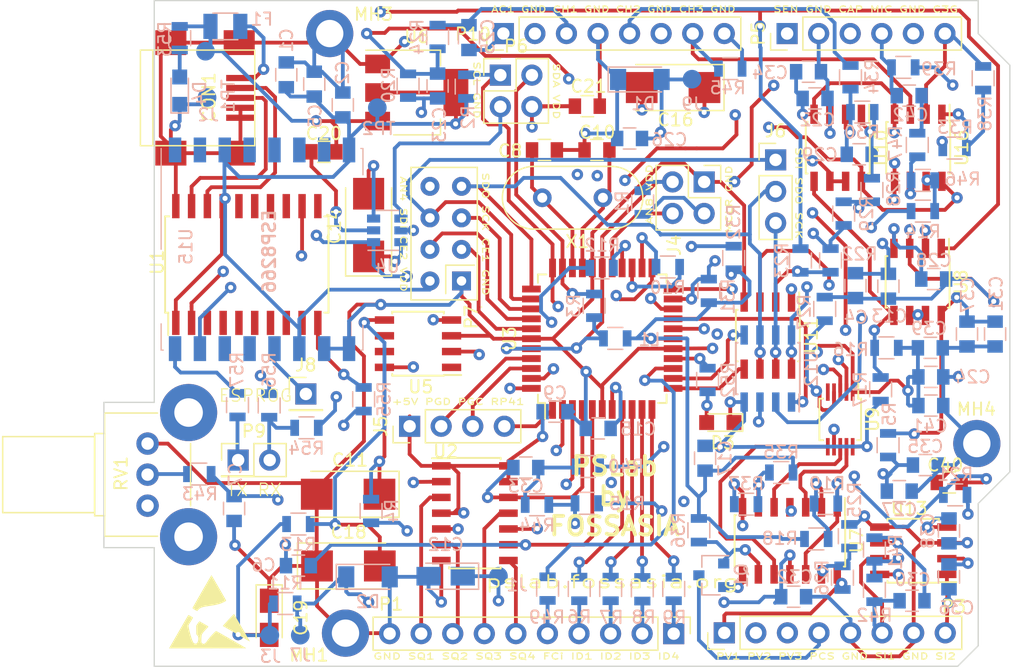
<source format=kicad_pcb>
(kicad_pcb (version 4) (host pcbnew 4.0.7-e2-6376~58~ubuntu16.04.1)
  (layers (0 F.Cu-L1 signal) (1 L2.PWR signal) (2 L3.GND signal) (31 B.Cu-L4 signal) (34 B.Paste user) (35 F.Paste user) (36 B.SilkS user) (37 F.SilkS user) (38 B.Mask user) (39 F.Mask user) (44 Edge.Cuts user))
  (net 0 "")
  (net 1 GND)
  (net 2 +5V)
  (net 3 Vdd)
  (net 4 "Net-(C14-Pad1)")
  (net 5 AVdd)
  (net 6 "Net-(C16-Pad2)")
  (net 7 V+)
  (net 8 V-)
  (net 9 /D-)
  (net 10 /MCLR)
  (net 11 CS.E2)
  (net 12 SCK)
  (net 13 /SEN)
  (net 14 SCL)
  (net 15 SDA)
  (net 16 /TxD)
  (net 17 /RxD)
  (net 18 SDO)
  (net 19 /ID1)
  (net 20 /ID2)
  (net 21 /ID3)
  (net 22 /ID4)
  (net 23 SDI)
  (net 24 "Net-(Q1-Pad1)")
  (net 25 PVS2)
  (net 26 PVS1)
  (net 27 /SQR2)
  (net 28 /SQR1)
  (net 29 PVS3)
  (net 30 "Net-(Q1-Pad2)")
  (net 31 PCS)
  (net 32 /SQR4)
  (net 33 /SQR3)
  (net 34 /CAP)
  (net 35 CS.E1)
  (net 36 "Net-(R25-Pad2)")
  (net 37 "Net-(R28-Pad2)")
  (net 38 /ETxD)
  (net 39 /ERxD)
  (net 40 /MTxD)
  (net 41 /MRxD)
  (net 42 "Net-(C11-Pad1)")
  (net 43 "Net-(C14-Pad2)")
  (net 44 "Net-(C15-Pad1)")
  (net 45 "Net-(C16-Pad1)")
  (net 46 "Net-(C18-Pad2)")
  (net 47 VR-)
  (net 48 "Net-(C23-Pad1)")
  (net 49 "Net-(C23-Pad2)")
  (net 50 VR+)
  (net 51 "Net-(C29-Pad1)")
  (net 52 "Net-(C29-Pad2)")
  (net 53 RP41)
  (net 54 "Net-(R16-Pad1)")
  (net 55 "Net-(R18-Pad2)")
  (net 56 "Net-(R19-Pad2)")
  (net 57 "Net-(R27-Pad1)")
  (net 58 "Net-(R35-Pad2)")
  (net 59 "Net-(U2-Pad2)")
  (net 60 "Net-(U2-Pad5)")
  (net 61 CH1out)
  (net 62 CH2out)
  (net 63 CH3out)
  (net 64 "Net-(R46-Pad1)")
  (net 65 AN8)
  (net 66 MIC)
  (net 67 "Net-(C10-Pad2)")
  (net 68 MICout)
  (net 69 "/I/O Processing/DAC1")
  (net 70 "/I/O Processing/DAC2")
  (net 71 "/I/O Processing/DAC4")
  (net 72 "Net-(C6-Pad2)")
  (net 73 "Net-(C7-Pad1)")
  (net 74 "Net-(C30-Pad2)")
  (net 75 "Net-(C40-Pad1)")
  (net 76 SQ4)
  (net 77 /D+)
  (net 78 PGC2)
  (net 79 CH1)
  (net 80 ACH1)
  (net 81 CH2)
  (net 82 CH3)
  (net 83 "Net-(R22-Pad1)")
  (net 84 "Net-(R33-Pad2)")
  (net 85 "Net-(U11-Pad3)")
  (net 86 CS.CH2)
  (net 87 CS.CH1)
  (net 88 "Net-(R14-Pad2)")
  (net 89 PGD2)
  (net 90 AN4)
  (net 91 12MHz)
  (net 92 "Net-(C33-Pad2)")
  (net 93 "Net-(C36-Pad2)")
  (net 94 SINE1)
  (net 95 SQ3)
  (net 96 SINE2)
  (net 97 "Net-(C42-Pad1)")
  (net 98 "Net-(R10-Pad2)")
  (net 99 "Net-(R49-Pad1)")
  (net 100 /FCin)
  (net 101 "Net-(U10-Pad6)")
  (net 102 RP147)
  (net 103 /ESPROG)
  (net 104 "Net-(D3-Pad2)")
  (net 105 "Net-(D4-Pad2)")
  (net 106 CH3.GAIN)
  (net 107 "Net-(CON1-Pad1)")
  (net 108 "Net-(R43-Pad1)")
  (net 109 "Net-(P3-Pad1)")
  (net 110 "Net-(P3-Pad2)")
  (net 111 "Net-(P3-Pad3)")
  (net 112 "Net-(P3-Pad4)")
  (module Housings_SOIC:SOIC-20W_7.5x12.8mm_Pitch1.27mm (layer F.Cu-L1) (at 122.35 92.25 90)
    (fp_text reference U1 (at 0.1778 -7.2136 90) (layer F.SilkS))
    (fp_text value MCP2200)
    (pad 1 smd rect (at -4.7 -5.715 90) (size 1.95 0.6) (layers F.Cu-L1 F.Paste F.Mask) (net 3 Vdd))
    (pad 2 smd rect (at -4.7 -4.445 90) (size 1.95 0.6) (layers F.Cu-L1 F.Paste F.Mask) (net 91 12MHz))
    (pad 3 smd rect (at -4.7 -3.175 90) (size 1.95 0.6) (layers F.Cu-L1 F.Paste F.Mask))
    (pad 4 smd rect (at -4.7 -1.905 90) (size 1.95 0.6) (layers F.Cu-L1 F.Paste F.Mask))
    (pad 5 smd rect (at -4.7 -0.635 90) (size 1.95 0.6) (layers F.Cu-L1 F.Paste F.Mask))
    (pad 6 smd rect (at -4.7 0.635 90) (size 1.95 0.6) (layers F.Cu-L1 F.Paste F.Mask))
    (pad 7 smd rect (at -4.7 1.905 90) (size 1.95 0.6) (layers F.Cu-L1 F.Paste F.Mask))
    (pad 8 smd rect (at -4.7 3.175 90) (size 1.95 0.6) (layers F.Cu-L1 F.Paste F.Mask))
    (pad 9 smd rect (at -4.7 4.445 90) (size 1.95 0.6) (layers F.Cu-L1 F.Paste F.Mask))
    (pad 10 smd rect (at -4.7 5.715 90) (size 1.95 0.6) (layers F.Cu-L1 F.Paste F.Mask) (net 40 /MTxD))
    (pad 11 smd rect (at 4.7 5.715 90) (size 1.95 0.6) (layers F.Cu-L1 F.Paste F.Mask))
    (pad 12 smd rect (at 4.7 4.445 90) (size 1.95 0.6) (layers F.Cu-L1 F.Paste F.Mask) (net 41 /MRxD))
    (pad 13 smd rect (at 4.7 3.175 90) (size 1.95 0.6) (layers F.Cu-L1 F.Paste F.Mask))
    (pad 14 smd rect (at 4.7 1.905 90) (size 1.95 0.6) (layers F.Cu-L1 F.Paste F.Mask))
    (pad 15 smd rect (at 4.7 0.635 90) (size 1.95 0.6) (layers F.Cu-L1 F.Paste F.Mask))
    (pad 16 smd rect (at 4.7 -0.635 90) (size 1.95 0.6) (layers F.Cu-L1 F.Paste F.Mask))
    (pad 17 smd rect (at 4.7 -1.905 90) (size 1.95 0.6) (layers F.Cu-L1 F.Paste F.Mask) (net 3 Vdd))
    (pad 18 smd rect (at 4.7 -3.175 90) (size 1.95 0.6) (layers F.Cu-L1 F.Paste F.Mask) (net 9 /D-))
    (pad 19 smd rect (at 4.7 -4.445 90) (size 1.95 0.6) (layers F.Cu-L1 F.Paste F.Mask) (net 77 /D+))
    (pad 20 smd rect (at 4.7 -5.715 90) (size 1.95 0.6) (layers F.Cu-L1 F.Paste F.Mask) (net 1 GND))
  )
  (module Capacitors_SMD:C_0805 (layer B.Cu-L4) (at 150.625 105.45 180)
    (fp_text reference C15 (at -3.225 -0.05 180) (layer B.SilkS) (effects (justify mirror)))
    (fp_text value 10u)
    (pad 1 smd rect (at -1 0 180) (size 1 1.25) (layers B.Cu-L4 B.Paste B.Mask) (net 44 "Net-(C15-Pad1)"))
    (pad 2 smd rect (at 1 0 180) (size 1 1.25) (layers B.Cu-L4 B.Paste B.Mask) (net 1 GND))
  )
  (module Housings_QFP:TQFP-44_10x10mm_Pitch0.8mm (layer F.Cu-L1) (at 150.95 98.225 90)
    (fp_text reference U3 (at 0 -7.45 90) (layer F.SilkS))
    (fp_text value PIC24EP64GP204)
    (pad 1 smd rect (at -5.7 -4 90) (size 1.5 0.55) (layers F.Cu-L1 F.Paste F.Mask) (net 53 RP41))
    (pad 2 smd rect (at -5.7 -3.2 90) (size 1.5 0.55) (layers F.Cu-L1 F.Paste F.Mask) (net 59 "Net-(U2-Pad2)"))
    (pad 3 smd rect (at -5.7 -2.4 90) (size 1.5 0.55) (layers F.Cu-L1 F.Paste F.Mask) (net 60 "Net-(U2-Pad5)"))
    (pad 4 smd rect (at -5.7 -1.6 90) (size 1.5 0.55) (layers F.Cu-L1 F.Paste F.Mask) (net 95 SQ3))
    (pad 5 smd rect (at -5.7 -0.8 90) (size 1.5 0.55) (layers F.Cu-L1 F.Paste F.Mask) (net 76 SQ4))
    (pad 6 smd rect (at -5.7 0 90) (size 1.5 0.55) (layers F.Cu-L1 F.Paste F.Mask) (net 1 GND))
    (pad 7 smd rect (at -5.7 0.8 90) (size 1.5 0.55) (layers F.Cu-L1 F.Paste F.Mask) (net 44 "Net-(C15-Pad1)"))
    (pad 8 smd rect (at -5.7 1.6 90) (size 1.5 0.55) (layers F.Cu-L1 F.Paste F.Mask) (net 19 /ID1))
    (pad 9 smd rect (at -5.7 2.4 90) (size 1.5 0.55) (layers F.Cu-L1 F.Paste F.Mask) (net 20 /ID2))
    (pad 10 smd rect (at -5.7 3.2 90) (size 1.5 0.55) (layers F.Cu-L1 F.Paste F.Mask) (net 21 /ID3))
    (pad 11 smd rect (at -5.7 4 90) (size 1.5 0.55) (layers F.Cu-L1 F.Paste F.Mask) (net 22 /ID4))
    (pad 12 smd rect (at -4 5.7 180) (size 1.5 0.55) (layers F.Cu-L1 F.Paste F.Mask) (net 87 CS.CH1))
    (pad 13 smd rect (at -3.2 5.7 180) (size 1.5 0.55) (layers F.Cu-L1 F.Paste F.Mask) (net 86 CS.CH2))
    (pad 14 smd rect (at -2.4 5.7 180) (size 1.5 0.55) (layers F.Cu-L1 F.Paste F.Mask) (net 99 "Net-(R49-Pad1)"))
    (pad 15 smd rect (at -1.6 5.7 180) (size 1.5 0.55) (layers F.Cu-L1 F.Paste F.Mask) (net 102 RP147))
    (pad 16 smd rect (at -0.8 5.7 180) (size 1.5 0.55) (layers F.Cu-L1 F.Paste F.Mask) (net 1 GND))
    (pad 17 smd rect (at 0 5.7 180) (size 1.5 0.55) (layers F.Cu-L1 F.Paste F.Mask) (net 5 AVdd))
    (pad 18 smd rect (at 0.8 5.7 180) (size 1.5 0.55) (layers F.Cu-L1 F.Paste F.Mask) (net 10 /MCLR))
    (pad 19 smd rect (at 1.6 5.7 180) (size 1.5 0.55) (layers F.Cu-L1 F.Paste F.Mask) (net 62 CH2out))
    (pad 20 smd rect (at 2.4 5.7 180) (size 1.5 0.55) (layers F.Cu-L1 F.Paste F.Mask) (net 63 CH3out))
    (pad 21 smd rect (at 3.2 5.7 180) (size 1.5 0.55) (layers F.Cu-L1 F.Paste F.Mask) (net 68 MICout))
    (pad 22 smd rect (at 4 5.7 180) (size 1.5 0.55) (layers F.Cu-L1 F.Paste F.Mask) (net 61 CH1out))
    (pad 23 smd rect (at 5.7 4 90) (size 1.5 0.55) (layers F.Cu-L1 F.Paste F.Mask) (net 90 AN4))
    (pad 24 smd rect (at 5.7 3.2 90) (size 1.5 0.55) (layers F.Cu-L1 F.Paste F.Mask) (net 34 /CAP))
    (pad 25 smd rect (at 5.7 2.4 90) (size 1.5 0.55) (layers F.Cu-L1 F.Paste F.Mask) (net 98 "Net-(R10-Pad2)"))
    (pad 26 smd rect (at 5.7 1.6 90) (size 1.5 0.55) (layers F.Cu-L1 F.Paste F.Mask) (net 13 /SEN))
    (pad 27 smd rect (at 5.7 0.8 90) (size 1.5 0.55) (layers F.Cu-L1 F.Paste F.Mask) (net 65 AN8))
    (pad 28 smd rect (at 5.7 0 90) (size 1.5 0.55) (layers F.Cu-L1 F.Paste F.Mask) (net 3 Vdd))
    (pad 29 smd rect (at 5.7 -0.8 90) (size 1.5 0.55) (layers F.Cu-L1 F.Paste F.Mask) (net 1 GND))
    (pad 30 smd rect (at 5.7 -1.6 90) (size 1.5 0.55) (layers F.Cu-L1 F.Paste F.Mask) (net 67 "Net-(C10-Pad2)"))
    (pad 31 smd rect (at 5.7 -2.4 90) (size 1.5 0.55) (layers F.Cu-L1 F.Paste F.Mask) (net 91 12MHz))
    (pad 32 smd rect (at 5.7 -3.2 90) (size 1.5 0.55) (layers F.Cu-L1 F.Paste F.Mask) (net 15 SDA))
    (pad 33 smd rect (at 5.7 -4 90) (size 1.5 0.55) (layers F.Cu-L1 F.Paste F.Mask) (net 14 SCL))
    (pad 34 smd rect (at 4 -5.7 180) (size 1.5 0.55) (layers F.Cu-L1 F.Paste F.Mask) (net 18 SDO))
    (pad 35 smd rect (at 3.2 -5.7 180) (size 1.5 0.55) (layers F.Cu-L1 F.Paste F.Mask) (net 23 SDI))
    (pad 36 smd rect (at 2.4 -5.7 180) (size 1.5 0.55) (layers F.Cu-L1 F.Paste F.Mask) (net 12 SCK))
    (pad 37 smd rect (at 1.6 -5.7 180) (size 1.5 0.55) (layers F.Cu-L1 F.Paste F.Mask) (net 11 CS.E2))
    (pad 38 smd rect (at 0.8 -5.7 180) (size 1.5 0.55) (layers F.Cu-L1 F.Paste F.Mask) (net 35 CS.E1))
    (pad 39 smd rect (at 0 -5.7 180) (size 1.5 0.55) (layers F.Cu-L1 F.Paste F.Mask) (net 1 GND))
    (pad 40 smd rect (at -0.8 -5.7 180) (size 1.5 0.55) (layers F.Cu-L1 F.Paste F.Mask) (net 3 Vdd))
    (pad 41 smd rect (at -1.6 -5.7 180) (size 1.5 0.55) (layers F.Cu-L1 F.Paste F.Mask) (net 89 PGD2))
    (pad 42 smd rect (at -2.4 -5.7 180) (size 1.5 0.55) (layers F.Cu-L1 F.Paste F.Mask) (net 78 PGC2))
    (pad 43 smd rect (at -3.2 -5.7 180) (size 1.5 0.55) (layers F.Cu-L1 F.Paste F.Mask) (net 17 /RxD))
    (pad 44 smd rect (at -4 -5.7 180) (size 1.5 0.55) (layers F.Cu-L1 F.Paste F.Mask) (net 16 /TxD))
  )
  (module Resistors_SMD:R_0805 (layer B.Cu-L4) (at 149.1 118.375 90)
    (fp_text reference R6 (at -2.25 0 360) (layer B.SilkS) (effects (justify mirror)))
    (fp_text value 200)
    (pad 1 smd rect (at -0.95 0 90) (size 0.7 1.3) (layers B.Cu-L4 B.Paste B.Mask) (net 112 "Net-(P3-Pad4)"))
    (pad 2 smd rect (at 0.95 0 90) (size 0.7 1.3) (layers B.Cu-L4 B.Paste B.Mask) (net 19 /ID1))
  )
  (module Resistors_SMD:R_0805 (layer B.Cu-L4) (at 151.625 118.375 90)
    (fp_text reference R7 (at -2.3 0.05 360) (layer B.SilkS) (effects (justify mirror)))
    (fp_text value 200)
    (pad 1 smd rect (at -0.95 0 90) (size 0.7 1.3) (layers B.Cu-L4 B.Paste B.Mask) (net 111 "Net-(P3-Pad3)"))
    (pad 2 smd rect (at 0.95 0 90) (size 0.7 1.3) (layers B.Cu-L4 B.Paste B.Mask) (net 20 /ID2))
  )
  (module Resistors_SMD:R_0805 (layer B.Cu-L4) (at 170.83 114.13 270)
    (fp_text reference R25 (at -2.93 -0.42 270) (layer B.SilkS) (effects (justify mirror)))
    (fp_text value 10K)
    (pad 1 smd rect (at -0.95 0 270) (size 0.7 1.3) (layers B.Cu-L4 B.Paste B.Mask) (net 1 GND))
    (pad 2 smd rect (at 0.95 0 270) (size 0.7 1.3) (layers B.Cu-L4 B.Paste B.Mask) (net 36 "Net-(R25-Pad2)"))
  )
  (module Pin_Headers:Pin_Header_Straight_1x06_Pitch2.54mm (layer F.Cu-L1) (at 165.8244 73.651 90)
    (fp_text reference P5 (at 0 -2.33 90) (layer F.SilkS))
    (fp_text value sen-cap)
    (pad 1 thru_hole rect (at 0 0 90) (size 1.7 1.7) (drill 1) (layers *.Cu *.Mask) (net 13 /SEN))
    (pad 2 thru_hole oval (at 0 2.54 90) (size 1.7 1.7) (drill 1) (layers *.Cu *.Mask) (net 1 GND))
    (pad 3 thru_hole oval (at 0 5.08 90) (size 1.7 1.7) (drill 1) (layers *.Cu *.Mask) (net 34 /CAP))
    (pad 4 thru_hole oval (at 0 7.62 90) (size 1.7 1.7) (drill 1) (layers *.Cu *.Mask) (net 66 MIC))
    (pad 5 thru_hole oval (at 0 10.16 90) (size 1.7 1.7) (drill 1) (layers *.Cu *.Mask) (net 1 GND))
    (pad 6 thru_hole oval (at 0 12.7 90) (size 1.7 1.7) (drill 1) (layers *.Cu *.Mask) (net 106 CH3.GAIN))
  )
  (module Resistors_SMD:R_0805 (layer B.Cu-L4) (at 159.525 94.375 270)
    (fp_text reference R31 (at 0.45 -1.55 270) (layer B.SilkS) (effects (justify mirror)))
    (fp_text value 10K)
    (pad 1 smd rect (at -0.95 0 270) (size 0.7 1.3) (layers B.Cu-L4 B.Paste B.Mask) (net 68 MICout))
    (pad 2 smd rect (at 0.95 0 270) (size 0.7 1.3) (layers B.Cu-L4 B.Paste B.Mask) (net 5 AVdd))
  )
  (module Custom_Components:nRF24L01_Breakout_2 (layer F.Cu-L1) (at 139.625 93.575 180)
    (fp_text reference P7 (at -0.7812 -2.912 270) (layer F.SilkS))
    (fp_text value NRF)
    (pad 1 thru_hole rect (at 0 0 180) (size 1.524 1.524) (drill 0.762) (layers *.Cu *.Mask) (net 1 GND))
    (pad 2 thru_hole circle (at 2.54 0 180) (size 1.524 1.524) (drill 0.762) (layers *.Cu *.Mask) (net 3 Vdd))
    (pad 3 thru_hole circle (at 0 2.54 180) (size 1.524 1.524) (drill 0.762) (layers *.Cu *.Mask) (net 35 CS.E1))
    (pad 4 thru_hole circle (at 2.54 2.54 180) (size 1.524 1.524) (drill 0.762) (layers *.Cu *.Mask) (net 11 CS.E2))
    (pad 5 thru_hole circle (at 0 5.08 180) (size 1.524 1.524) (drill 0.762) (layers *.Cu *.Mask) (net 12 SCK))
    (pad 6 thru_hole circle (at 2.54 5.08 180) (size 1.524 1.524) (drill 0.762) (layers *.Cu *.Mask) (net 23 SDI))
    (pad 7 thru_hole circle (at 0 7.62 180) (size 1.524 1.524) (drill 0.762) (layers *.Cu *.Mask) (net 18 SDO))
    (pad 8 thru_hole circle (at 2.54 7.62 180) (size 1.524 1.524) (drill 0.762) (layers *.Cu *.Mask) (net 90 AN4))
  )
  (module Capacitors_SMD:C_0805 (layer B.Cu-L4) (at 125.525 76.975 90)
    (fp_text reference C1 (at 2.775 0.025 90) (layer B.SilkS) (effects (justify mirror)))
    (fp_text value 0.1u)
    (pad 1 smd rect (at -1 0 90) (size 1 1.25) (layers B.Cu-L4 B.Paste B.Mask) (net 3 Vdd))
    (pad 2 smd rect (at 1 0 90) (size 1 1.25) (layers B.Cu-L4 B.Paste B.Mask) (net 1 GND))
  )
  (module Capacitors_SMD:C_0805 (layer B.Cu-L4) (at 130.075 79.4 270)
    (fp_text reference C2 (at -2.6 0.025 270) (layer B.SilkS) (effects (justify mirror)))
    (fp_text value 0.1u)
    (pad 1 smd rect (at -1 0 270) (size 1 1.25) (layers B.Cu-L4 B.Paste B.Mask) (net 1 GND))
    (pad 2 smd rect (at 1 0 270) (size 1 1.25) (layers B.Cu-L4 B.Paste B.Mask) (net 3 Vdd))
  )
  (module Capacitors_SMD:C_0805 (layer B.Cu-L4) (at 171.325 93.95 270)
    (fp_text reference C4 (at 2.55 -0.025 360) (layer B.SilkS) (effects (justify mirror)))
    (fp_text value 0.1u)
    (pad 1 smd rect (at -1 0 270) (size 1 1.25) (layers B.Cu-L4 B.Paste B.Mask) (net 3 Vdd))
    (pad 2 smd rect (at 1 0 270) (size 1 1.25) (layers B.Cu-L4 B.Paste B.Mask) (net 1 GND))
  )
  (module Capacitors_SMD:C_0805 (layer B.Cu-L4) (at 127.775 77.725 90)
    (fp_text reference C5 (at -2.575 0.075 90) (layer B.SilkS) (effects (justify mirror)))
    (fp_text value 0.1u)
    (pad 1 smd rect (at -1 0 90) (size 1 1.25) (layers B.Cu-L4 B.Paste B.Mask) (net 3 Vdd))
    (pad 2 smd rect (at 1 0 90) (size 1 1.25) (layers B.Cu-L4 B.Paste B.Mask) (net 1 GND))
  )
  (module Capacitors_SMD:C_0805 (layer B.Cu-L4) (at 126.5 116.5 180)
    (fp_text reference C6 (at 2.8 0.05 180) (layer B.SilkS) (effects (justify mirror)))
    (fp_text value 10u)
    (pad 1 smd rect (at -1 0 180) (size 1 1.25) (layers B.Cu-L4 B.Paste B.Mask) (net 76 SQ4))
    (pad 2 smd rect (at 1 0 180) (size 1 1.25) (layers B.Cu-L4 B.Paste B.Mask) (net 72 "Net-(C6-Pad2)"))
  )
  (module Capacitors_SMD:C_0805 (layer B.Cu-L4) (at 121.325 111.9 270)
    (fp_text reference C7 (at -2.75 -0.1 270) (layer B.SilkS) (effects (justify mirror)))
    (fp_text value 10nF)
    (pad 1 smd rect (at -1 0 270) (size 1 1.25) (layers B.Cu-L4 B.Paste B.Mask) (net 73 "Net-(C7-Pad1)"))
    (pad 2 smd rect (at 1 0 270) (size 1 1.25) (layers B.Cu-L4 B.Paste B.Mask) (net 1 GND))
  )
  (module Capacitors_SMD:C_0805 (layer F.Cu-L1) (at 146.3 83.025 180)
    (fp_text reference C8 (at 2.75 -0.075 180) (layer F.SilkS))
    (fp_text value 15pF)
    (pad 1 smd rect (at -1 0 180) (size 1 1.25) (layers F.Cu-L1 F.Paste F.Mask) (net 1 GND))
    (pad 2 smd rect (at 1 0 180) (size 1 1.25) (layers F.Cu-L1 F.Paste F.Mask) (net 91 12MHz))
  )
  (module Capacitors_SMD:C_0805 (layer B.Cu-L4) (at 147.15 104.1 180)
    (fp_text reference C9 (at 0 1.5 180) (layer B.SilkS) (effects (justify mirror)))
    (fp_text value 0.1u)
    (pad 1 smd rect (at -1 0 180) (size 1 1.25) (layers B.Cu-L4 B.Paste B.Mask) (net 1 GND))
    (pad 2 smd rect (at 1 0 180) (size 1 1.25) (layers B.Cu-L4 B.Paste B.Mask) (net 2 +5V))
  )
  (module Capacitors_SMD:C_0805 (layer F.Cu-L1) (at 150.525 83.025)
    (fp_text reference C10 (at 0.025 -1.425) (layer F.SilkS))
    (fp_text value 15pF)
    (pad 1 smd rect (at -1 0) (size 1 1.25) (layers F.Cu-L1 F.Paste F.Mask) (net 1 GND))
    (pad 2 smd rect (at 1 0) (size 1 1.25) (layers F.Cu-L1 F.Paste F.Mask) (net 67 "Net-(C10-Pad2)"))
  )
  (module Capacitors_Tantalum_SMD:CP_Tantalum_Case-C_EIA-6032-28_Reflow (layer F.Cu-L1) (at 130.5 110.75 180)
    (fp_text reference C11 (at -0.15 2.75 180) (layer F.SilkS))
    (fp_text value 100u)
    (pad 1 smd rect (at -2.525 0 180) (size 2.55 2.5) (layers F.Cu-L1 F.Paste F.Mask) (net 42 "Net-(C11-Pad1)"))
    (pad 2 smd rect (at 2.525 0 180) (size 2.55 2.5) (layers F.Cu-L1 F.Paste F.Mask) (net 1 GND))
  )
  (module Capacitors_Tantalum_SMD:CP_Tantalum_Case-A_EIA-3216-18_Reflow (layer B.Cu-L4) (at 138.35 117.35 180)
    (fp_text reference C12 (at 0 2.55 180) (layer B.SilkS) (effects (justify mirror)))
    (fp_text value 33u)
    (pad 1 smd rect (at -1.375 0 180) (size 1.95 1.5) (layers B.Cu-L4 B.Paste B.Mask) (net 7 V+))
    (pad 2 smd rect (at 1.375 0 180) (size 1.95 1.5) (layers B.Cu-L4 B.Paste B.Mask) (net 1 GND))
  )
  (module Capacitors_SMD:C_0805 (layer B.Cu-L4) (at 173.975 94 90)
    (fp_text reference C13 (at -2.4 0.075 180) (layer B.SilkS) (effects (justify mirror)))
    (fp_text value 0.1u)
    (pad 1 smd rect (at -1 0 90) (size 1 1.25) (layers B.Cu-L4 B.Paste B.Mask) (net 1 GND))
    (pad 2 smd rect (at 1 0 90) (size 1 1.25) (layers B.Cu-L4 B.Paste B.Mask) (net 3 Vdd))
  )
  (module Capacitors_Tantalum_SMD:CP_Tantalum_Case-C_EIA-6032-28_Reflow (layer F.Cu-L1) (at 132.15 89.075 90)
    (fp_text reference C14 (at -0.1 -2.75 90) (layer F.SilkS))
    (fp_text value 100u)
    (pad 1 smd rect (at -2.525 0 90) (size 2.55 2.5) (layers F.Cu-L1 F.Paste F.Mask) (net 4 "Net-(C14-Pad1)"))
    (pad 2 smd rect (at 2.525 0 90) (size 2.55 2.5) (layers F.Cu-L1 F.Paste F.Mask) (net 43 "Net-(C14-Pad2)"))
  )
  (module Capacitors_Tantalum_SMD:CP_Tantalum_Case-C_EIA-6032-28_Reflow (layer F.Cu-L1) (at 156.65 78 180)
    (fp_text reference C16 (at -0.2 -2.6 180) (layer F.SilkS))
    (fp_text value 100u)
    (pad 1 smd rect (at -2.525 0 180) (size 2.55 2.5) (layers F.Cu-L1 F.Paste F.Mask) (net 45 "Net-(C16-Pad1)"))
    (pad 2 smd rect (at 2.525 0 180) (size 2.55 2.5) (layers F.Cu-L1 F.Paste F.Mask) (net 6 "Net-(C16-Pad2)"))
  )
  (module Capacitors_SMD:C_0805 (layer B.Cu-L4) (at 159.225 107.85 270)
    (fp_text reference C17 (at 0 -1.6 270) (layer B.SilkS) (effects (justify mirror)))
    (fp_text value 0.1u)
    (pad 1 smd rect (at -1 0 270) (size 1 1.25) (layers B.Cu-L4 B.Paste B.Mask) (net 1 GND))
    (pad 2 smd rect (at 1 0 270) (size 1 1.25) (layers B.Cu-L4 B.Paste B.Mask) (net 5 AVdd))
  )
  (module Capacitors_Tantalum_SMD:CP_Tantalum_Case-C_EIA-6032-28_Reflow (layer F.Cu-L1) (at 130.525 116.525)
    (fp_text reference C18 (at 0.025 -2.725) (layer F.SilkS))
    (fp_text value 100u)
    (pad 1 smd rect (at -2.525 0) (size 2.55 2.5) (layers F.Cu-L1 F.Paste F.Mask) (net 1 GND))
    (pad 2 smd rect (at 2.525 0) (size 2.55 2.5) (layers F.Cu-L1 F.Paste F.Mask) (net 46 "Net-(C18-Pad2)"))
  )
  (module Capacitors_Tantalum_SMD:CP_Tantalum_Case-A_EIA-3216-18_Reflow (layer F.Cu-L1) (at 124.15 120.7 270)
    (fp_text reference C19 (at 0 -2.55 270) (layer F.SilkS))
    (fp_text value 33u)
    (pad 1 smd rect (at -1.375 0 270) (size 1.95 1.5) (layers F.Cu-L1 F.Paste F.Mask) (net 1 GND))
    (pad 2 smd rect (at 1.375 0 270) (size 1.95 1.5) (layers F.Cu-L1 F.Paste F.Mask) (net 8 V-))
  )
  (module Capacitors_SMD:C_0805 (layer F.Cu-L1) (at 128.55 83.175)
    (fp_text reference C20 (at 0 -1.475) (layer F.SilkS))
    (fp_text value 1u)
    (pad 1 smd rect (at -1 0) (size 1 1.25) (layers F.Cu-L1 F.Paste F.Mask) (net 1 GND))
    (pad 2 smd rect (at 1 0) (size 1 1.25) (layers F.Cu-L1 F.Paste F.Mask) (net 2 +5V))
  )
  (module Capacitors_SMD:C_0805 (layer F.Cu-L1) (at 149.75 79.5)
    (fp_text reference C21 (at 0.1 -1.6) (layer F.SilkS))
    (fp_text value 1u)
    (pad 1 smd rect (at -1 0) (size 1 1.25) (layers F.Cu-L1 F.Paste F.Mask) (net 3 Vdd))
    (pad 2 smd rect (at 1 0) (size 1 1.25) (layers F.Cu-L1 F.Paste F.Mask) (net 1 GND))
  )
  (module Capacitors_SMD:C_0805 (layer B.Cu-L4) (at 168.075 78.875 180)
    (fp_text reference C22 (at -0.175 -1.725 180) (layer B.SilkS) (effects (justify mirror)))
    (fp_text value 0.1u)
    (pad 1 smd rect (at -1 0 180) (size 1 1.25) (layers B.Cu-L4 B.Paste B.Mask) (net 1 GND))
    (pad 2 smd rect (at 1 0 180) (size 1 1.25) (layers B.Cu-L4 B.Paste B.Mask) (net 47 VR-))
  )
  (module Capacitors_SMD:C_0805 (layer B.Cu-L4) (at 137.7 77.875 90)
    (fp_text reference C23 (at -3.125 0.15 90) (layer B.SilkS) (effects (justify mirror)))
    (fp_text value 3p3)
    (pad 1 smd rect (at -1 0 90) (size 1 1.25) (layers B.Cu-L4 B.Paste B.Mask) (net 48 "Net-(C23-Pad1)"))
    (pad 2 smd rect (at 1 0 90) (size 1 1.25) (layers B.Cu-L4 B.Paste B.Mask) (net 49 "Net-(C23-Pad2)"))
  )
  (module Capacitors_SMD:C_0805 (layer B.Cu-L4) (at 177.39 101.3 180)
    (fp_text reference C24 (at -3.36 0 180) (layer B.SilkS) (effects (justify mirror)))
    (fp_text value 0.1u)
    (pad 1 smd rect (at -1 0 180) (size 1 1.25) (layers B.Cu-L4 B.Paste B.Mask) (net 1 GND))
    (pad 2 smd rect (at 1 0 180) (size 1 1.25) (layers B.Cu-L4 B.Paste B.Mask) (net 5 AVdd))
  )
  (module Capacitors_SMD:C_0805 (layer B.Cu-L4) (at 140.225 73.975 270)
    (fp_text reference C25 (at -0.075 -1.525 450) (layer B.SilkS) (effects (justify mirror)))
    (fp_text value 0.1u)
    (pad 1 smd rect (at -1 0 270) (size 1 1.25) (layers B.Cu-L4 B.Paste B.Mask) (net 79 CH1))
    (pad 2 smd rect (at 1 0 270) (size 1 1.25) (layers B.Cu-L4 B.Paste B.Mask) (net 80 ACH1))
  )
  (module Capacitors_SMD:C_0805 (layer B.Cu-L4) (at 153.15 82.1)
    (fp_text reference C26 (at 3.2 0.1) (layer B.SilkS) (effects (justify mirror)))
    (fp_text value 0.1u)
    (pad 1 smd rect (at -1 0) (size 1 1.25) (layers B.Cu-L4 B.Paste B.Mask) (net 1 GND))
    (pad 2 smd rect (at 1 0) (size 1 1.25) (layers B.Cu-L4 B.Paste B.Mask) (net 50 VR+))
  )
  (module Capacitors_SMD:C_0805 (layer B.Cu-L4) (at 174.85 110.5)
    (fp_text reference C27 (at 0 1.5) (layer B.SilkS) (effects (justify mirror)))
    (fp_text value 0.1u)
    (pad 1 smd rect (at -1 0) (size 1 1.25) (layers B.Cu-L4 B.Paste B.Mask) (net 7 V+))
    (pad 2 smd rect (at 1 0) (size 1 1.25) (layers B.Cu-L4 B.Paste B.Mask) (net 1 GND))
  )
  (module Capacitors_SMD:C_0805 (layer B.Cu-L4) (at 177.62 93.42 180)
    (fp_text reference C28 (at 0 1.5 180) (layer B.SilkS) (effects (justify mirror)))
    (fp_text value 0.1u)
    (pad 1 smd rect (at -1 0 180) (size 1 1.25) (layers B.Cu-L4 B.Paste B.Mask) (net 1 GND))
    (pad 2 smd rect (at 1 0 180) (size 1 1.25) (layers B.Cu-L4 B.Paste B.Mask) (net 47 VR-))
  )
  (module Capacitors_SMD:C_0805 (layer B.Cu-L4) (at 171.625 83.375 180)
    (fp_text reference C29 (at 3.175 -0.025 180) (layer B.SilkS) (effects (justify mirror)))
    (fp_text value 3p3)
    (pad 1 smd rect (at -1 0 180) (size 1 1.25) (layers B.Cu-L4 B.Paste B.Mask) (net 51 "Net-(C29-Pad1)"))
    (pad 2 smd rect (at 1 0 180) (size 1 1.25) (layers B.Cu-L4 B.Paste B.Mask) (net 52 "Net-(C29-Pad2)"))
  )
  (module Capacitors_SMD:C_0805 (layer B.Cu-L4) (at 175.875 119.325)
    (fp_text reference C30 (at 0.05 -1.7) (layer B.SilkS) (effects (justify mirror)))
    (fp_text value 1nF)
    (pad 1 smd rect (at -1 0) (size 1 1.25) (layers B.Cu-L4 B.Paste B.Mask) (net 94 SINE1))
    (pad 2 smd rect (at 1 0) (size 1 1.25) (layers B.Cu-L4 B.Paste B.Mask) (net 74 "Net-(C30-Pad2)"))
  )
  (module Capacitors_SMD:C_0805 (layer B.Cu-L4) (at 182.56 97.85 90)
    (fp_text reference C31 (at 3.25 0.09 90) (layer B.SilkS) (effects (justify mirror)))
    (fp_text value 0.1u)
    (pad 1 smd rect (at -1 0 90) (size 1 1.25) (layers B.Cu-L4 B.Paste B.Mask) (net 1 GND))
    (pad 2 smd rect (at 1 0 90) (size 1 1.25) (layers B.Cu-L4 B.Paste B.Mask) (net 50 VR+))
  )
  (module Capacitors_SMD:C_0805 (layer B.Cu-L4) (at 166.35 119)
    (fp_text reference C32 (at 0.1 -1.6) (layer B.SilkS) (effects (justify mirror)))
    (fp_text value 0.1u)
    (pad 1 smd rect (at -1 0) (size 1 1.25) (layers B.Cu-L4 B.Paste B.Mask) (net 8 V-))
    (pad 2 smd rect (at 1 0) (size 1 1.25) (layers B.Cu-L4 B.Paste B.Mask) (net 1 GND))
  )
  (module Capacitors_SMD:C_0805 (layer B.Cu-L4) (at 144.8 108.6)
    (fp_text reference C33 (at 0 1.5) (layer B.SilkS) (effects (justify mirror)))
    (fp_text value 10u)
    (pad 1 smd rect (at -1 0) (size 1 1.25) (layers B.Cu-L4 B.Paste B.Mask) (net 95 SQ3))
    (pad 2 smd rect (at 1 0) (size 1 1.25) (layers B.Cu-L4 B.Paste B.Mask) (net 92 "Net-(C33-Pad2)"))
  )
  (module Capacitors_SMD:C_0805 (layer B.Cu-L4) (at 167.55 76.725 180)
    (fp_text reference C34 (at 3.1 -0.075 180) (layer B.SilkS) (effects (justify mirror)))
    (fp_text value 0.1u)
    (pad 1 smd rect (at -1 0 180) (size 1 1.25) (layers B.Cu-L4 B.Paste B.Mask) (net 1 GND))
    (pad 2 smd rect (at 1 0 180) (size 1 1.25) (layers B.Cu-L4 B.Paste B.Mask) (net 47 VR-))
  )
  (module Capacitors_SMD:C_0805 (layer B.Cu-L4) (at 176.95 108.4 180)
    (fp_text reference C35 (at 0 1.5 180) (layer B.SilkS) (effects (justify mirror)))
    (fp_text value 0.1u)
    (pad 1 smd rect (at -1 0 180) (size 1 1.25) (layers B.Cu-L4 B.Paste B.Mask) (net 1 GND))
    (pad 2 smd rect (at 1 0 180) (size 1 1.25) (layers B.Cu-L4 B.Paste B.Mask) (net 7 V+))
  )
  (module Capacitors_SMD:C_0805 (layer B.Cu-L4) (at 178.85 117.4 90)
    (fp_text reference C36 (at -2.5 0.6 180) (layer B.SilkS) (effects (justify mirror)))
    (fp_text value 1nF)
    (pad 1 smd rect (at -1 0 90) (size 1 1.25) (layers B.Cu-L4 B.Paste B.Mask) (net 96 SINE2))
    (pad 2 smd rect (at 1 0 90) (size 1 1.25) (layers B.Cu-L4 B.Paste B.Mask) (net 93 "Net-(C36-Pad2)"))
  )
  (module Capacitors_SMD:C_0805 (layer B.Cu-L4) (at 180.3 97.85 90)
    (fp_text reference C37 (at 3.15 0.05 90) (layer B.SilkS) (effects (justify mirror)))
    (fp_text value 0.1u)
    (pad 1 smd rect (at -1 0 90) (size 1 1.25) (layers B.Cu-L4 B.Paste B.Mask) (net 1 GND))
    (pad 2 smd rect (at 1 0 90) (size 1 1.25) (layers B.Cu-L4 B.Paste B.Mask) (net 50 VR+))
  )
  (module Capacitors_SMD:C_0805 (layer B.Cu-L4) (at 178.85 113.7 90)
    (fp_text reference C38 (at 0 -1.7 90) (layer B.SilkS) (effects (justify mirror)))
    (fp_text value 0.1u)
    (pad 1 smd rect (at -1 0 90) (size 1 1.25) (layers B.Cu-L4 B.Paste B.Mask) (net 1 GND))
    (pad 2 smd rect (at 1 0 90) (size 1 1.25) (layers B.Cu-L4 B.Paste B.Mask) (net 8 V-))
  )
  (module Capacitors_SMD:C_0805 (layer B.Cu-L4) (at 177.35 98.96 180)
    (fp_text reference C39 (at 0.1 1.56 180) (layer B.SilkS) (effects (justify mirror)))
    (fp_text value 0.1u)
    (pad 1 smd rect (at -1 0 180) (size 1 1.25) (layers B.Cu-L4 B.Paste B.Mask) (net 1 GND))
    (pad 2 smd rect (at 1 0 180) (size 1 1.25) (layers B.Cu-L4 B.Paste B.Mask) (net 5 AVdd))
  )
  (module Capacitors_SMD:C_0805 (layer F.Cu-L1) (at 178.87 109.8 180)
    (fp_text reference C40 (at 0.32 1.4 180) (layer F.SilkS))
    (fp_text value 10nF)
    (pad 1 smd rect (at -1 0 180) (size 1 1.25) (layers F.Cu-L1 F.Paste F.Mask) (net 75 "Net-(C40-Pad1)"))
    (pad 2 smd rect (at 1 0 180) (size 1 1.25) (layers F.Cu-L1 F.Paste F.Mask) (net 1 GND))
  )
  (module Capacitors_SMD:C_0805 (layer B.Cu-L4) (at 177.39 103.61 180)
    (fp_text reference C41 (at 0.1 -1.65 180) (layer B.SilkS) (effects (justify mirror)))
    (fp_text value 0.1u)
    (pad 1 smd rect (at -1 0 180) (size 1 1.25) (layers B.Cu-L4 B.Paste B.Mask) (net 1 GND))
    (pad 2 smd rect (at 1 0 180) (size 1 1.25) (layers B.Cu-L4 B.Paste B.Mask) (net 5 AVdd))
  )
  (module Capacitors_SMD:C_0805 (layer B.Cu-L4) (at 175.65 78.65 180)
    (fp_text reference C42 (at -0.1 -1.55 180) (layer B.SilkS) (effects (justify mirror)))
    (fp_text value 1u)
    (pad 1 smd rect (at -1 0 180) (size 1 1.25) (layers B.Cu-L4 B.Paste B.Mask) (net 97 "Net-(C42-Pad1)"))
    (pad 2 smd rect (at 1 0 180) (size 1 1.25) (layers B.Cu-L4 B.Paste B.Mask) (net 66 MIC))
  )
  (module Connectors:USB_Mini-B (layer F.Cu-L1) (at 119.0376 78.8326)
    (fp_text reference CON1 (at 0.2624 -0.0326 270) (layer F.SilkS))
    (fp_text value USB-MINI-B)
    (pad 1 smd rect (at 2.8 -1.6) (size 2.3 0.5) (layers F.Cu-L1 F.Paste F.Mask) (net 107 "Net-(CON1-Pad1)"))
    (pad 2 smd rect (at 2.8 -0.8) (size 2.3 0.5) (layers F.Cu-L1 F.Paste F.Mask) (net 9 /D-))
    (pad 3 smd rect (at 2.8 0) (size 2.3 0.5) (layers F.Cu-L1 F.Paste F.Mask) (net 77 /D+))
    (pad 4 smd rect (at 2.8 0.8) (size 2.3 0.5) (layers F.Cu-L1 F.Paste F.Mask) (net 1 GND))
    (pad 5 smd rect (at 2.8 1.6) (size 2.3 0.5) (layers F.Cu-L1 F.Paste F.Mask) (net 1 GND))
    (pad 6 smd rect (at 2.7 -4.45) (size 2.5 2) (layers F.Cu-L1 F.Paste F.Mask) (net 1 GND))
    (pad 6 smd rect (at -2.8 -4.45) (size 2.5 2) (layers F.Cu-L1 F.Paste F.Mask) (net 1 GND))
    (pad 6 smd rect (at 2.7 4.45) (size 2.5 2) (layers F.Cu-L1 F.Paste F.Mask) (net 1 GND))
    (pad 6 smd rect (at -2.8 4.45) (size 2.5 2) (layers F.Cu-L1 F.Paste F.Mask) (net 1 GND))
    (pad "" np_thru_hole circle (at 0.2 -2.2) (size 0.9 0.9) (drill 0.9) (layers *.Cu *.Mask))
    (pad "" np_thru_hole circle (at 0.2 2.2) (size 0.9 0.9) (drill 0.9) (layers *.Cu *.Mask))
  )
  (module Diodes_SMD:D_MiniMELF (layer B.Cu-L4) (at 153.975 77.35)
    (fp_text reference D1 (at 0.275 1.95) (layer B.SilkS) (effects (justify mirror)))
    (fp_text value 5V6)
    (pad 1 smd rect (at -1.75 0) (size 1.3 1.7) (layers B.Cu-L4 B.Paste B.Mask) (net 1 GND))
    (pad 2 smd rect (at 1.75 0) (size 1.3 1.7) (layers B.Cu-L4 B.Paste B.Mask) (net 50 VR+))
  )
  (module Diodes_SMD:D_MiniMELF (layer B.Cu-L4) (at 132.1 117.4)
    (fp_text reference D2 (at 0 2) (layer B.SilkS) (effects (justify mirror)))
    (fp_text value 5V6)
    (pad 1 smd rect (at -1.75 0) (size 1.3 1.7) (layers B.Cu-L4 B.Paste B.Mask) (net 47 VR-))
    (pad 2 smd rect (at 1.75 0) (size 1.3 1.7) (layers B.Cu-L4 B.Paste B.Mask) (net 1 GND))
  )
  (module LEDs:LED_0805 (layer F.Cu-L1) (at 160.45 104.975 180)
    (fp_text reference D3 (at -0.2 -1.625 180) (layer F.SilkS))
    (fp_text value LED)
    (pad 2 smd rect (at 1.1 0) (size 1.2 1.2) (layers F.Cu-L1 F.Paste F.Mask) (net 104 "Net-(D3-Pad2)"))
    (pad 1 smd rect (at -1.1 0) (size 1.2 1.2) (layers F.Cu-L1 F.Paste F.Mask) (net 1 GND))
  )
  (module LEDs:LED_0805 (layer B.Cu-L4) (at 116.95 78.25 90)
    (fp_text reference D4 (at -0.2 1.6 90) (layer B.SilkS) (effects (justify mirror)))
    (fp_text value LED)
    (pad 2 smd rect (at 1.1 0 270) (size 1.2 1.2) (layers B.Cu-L4 B.Paste B.Mask) (net 105 "Net-(D4-Pad2)"))
    (pad 1 smd rect (at -1.1 0 270) (size 1.2 1.2) (layers B.Cu-L4 B.Paste B.Mask) (net 1 GND))
  )
  (module Fuse_Holders_and_Fuses:Fuse_SMD1206_Reflow (layer B.Cu-L4) (at 120.625 73.075 180)
    (fp_text reference F1 (at -2.925 0.575 360) (layer B.SilkS) (effects (justify mirror)))
    (fp_text value 0.5A)
    (pad 1 smd rect (at -1.2 0 90) (size 2.03 1.14) (layers B.Cu-L4 B.Paste B.Mask) (net 107 "Net-(CON1-Pad1)"))
    (pad 2 smd rect (at 1.2 0 90) (size 2.03 1.14) (layers B.Cu-L4 B.Paste B.Mask) (net 2 +5V))
  )
  (module Inductors_SMD:L_0805 (layer B.Cu-L4) (at 152 98.2 180)
    (fp_text reference L1 (at -2.75 -0.1 180) (layer B.SilkS) (effects (justify mirror)))
    (fp_text value 10uH)
    (pad 1 smd rect (at -0.95 0 180) (size 0.7 1.3) (layers B.Cu-L4 B.Paste B.Mask) (net 5 AVdd))
    (pad 2 smd rect (at 0.95 0 180) (size 0.7 1.3) (layers B.Cu-L4 B.Paste B.Mask) (net 3 Vdd))
  )
  (module Mounting_Holes:MountingHole_2.2mm_M2_ISO14580_Pad (layer F.Cu-L1) (at 130.2898 121.9364)
    (fp_text reference MH1 (at -2.9398 1.7636) (layer F.SilkS))
    (fp_text value M)
    (pad 1 thru_hole circle (at 0 0) (size 3.8 3.8) (drill 2.2) (layers *.Cu *.Mask) (net 1 GND))
  )
  (module Mounting_Holes:MountingHole_2.2mm_M2_ISO14580_Pad (layer F.Cu-L1) (at 129.0198 73.651)
    (fp_text reference MH3 (at 3.5302 -1.551) (layer F.SilkS))
    (fp_text value M)
    (pad 1 thru_hole circle (at 0 0) (size 3.8 3.8) (drill 2.2) (layers *.Cu *.Mask) (net 1 GND))
  )
  (module Mounting_Holes:MountingHole_2.2mm_M2_ISO14580_Pad (layer F.Cu-L1) (at 181.0898 106.671)
    (fp_text reference MH4 (at -0.0398 -2.771) (layer F.SilkS))
    (fp_text value M)
    (pad 1 thru_hole circle (at 0 0) (size 3.8 3.8) (drill 2.2) (layers *.Cu *.Mask) (net 1 GND))
  )
  (module Pin_Headers:Pin_Header_Straight_1x08_Pitch2.54mm (layer F.Cu-L1) (at 160.7698 121.911 90)
    (fp_text reference P1 (at 2.311 -26.8198 180) (layer F.SilkS))
    (fp_text value CONN_01X08)
    (pad 1 thru_hole rect (at 0 0 90) (size 1.7 1.7) (drill 1) (layers *.Cu *.Mask) (net 26 PVS1))
    (pad 2 thru_hole oval (at 0 2.54 90) (size 1.7 1.7) (drill 1) (layers *.Cu *.Mask) (net 25 PVS2))
    (pad 3 thru_hole oval (at 0 5.08 90) (size 1.7 1.7) (drill 1) (layers *.Cu *.Mask) (net 29 PVS3))
    (pad 4 thru_hole oval (at 0 7.62 90) (size 1.7 1.7) (drill 1) (layers *.Cu *.Mask) (net 31 PCS))
    (pad 5 thru_hole oval (at 0 10.16 90) (size 1.7 1.7) (drill 1) (layers *.Cu *.Mask) (net 1 GND))
    (pad 6 thru_hole oval (at 0 12.7 90) (size 1.7 1.7) (drill 1) (layers *.Cu *.Mask) (net 94 SINE1))
    (pad 7 thru_hole oval (at 0 15.24 90) (size 1.7 1.7) (drill 1) (layers *.Cu *.Mask) (net 1 GND))
    (pad 8 thru_hole oval (at 0 17.78 90) (size 1.7 1.7) (drill 1) (layers *.Cu *.Mask) (net 96 SINE2))
  )
  (module Pin_Headers:Pin_Header_Straight_1x10_Pitch2.54mm (layer F.Cu-L1) (at 156.7 121.975 270)
    (fp_text reference P3 (at -2.175 -22.55 360) (layer F.SilkS))
    (fp_text value DIO)
    (pad 1 thru_hole rect (at 0 0 270) (size 1.7 1.7) (drill 1) (layers *.Cu *.Mask) (net 109 "Net-(P3-Pad1)"))
    (pad 2 thru_hole oval (at 0 2.54 270) (size 1.7 1.7) (drill 1) (layers *.Cu *.Mask) (net 110 "Net-(P3-Pad2)"))
    (pad 3 thru_hole oval (at 0 5.08 270) (size 1.7 1.7) (drill 1) (layers *.Cu *.Mask) (net 111 "Net-(P3-Pad3)"))
    (pad 4 thru_hole oval (at 0 7.62 270) (size 1.7 1.7) (drill 1) (layers *.Cu *.Mask) (net 112 "Net-(P3-Pad4)"))
    (pad 5 thru_hole oval (at 0 10.16 270) (size 1.7 1.7) (drill 1) (layers *.Cu *.Mask) (net 100 /FCin))
    (pad 6 thru_hole oval (at 0 12.7 270) (size 1.7 1.7) (drill 1) (layers *.Cu *.Mask) (net 32 /SQR4))
    (pad 7 thru_hole oval (at 0 15.24 270) (size 1.7 1.7) (drill 1) (layers *.Cu *.Mask) (net 33 /SQR3))
    (pad 8 thru_hole oval (at 0 17.78 270) (size 1.7 1.7) (drill 1) (layers *.Cu *.Mask) (net 27 /SQR2))
    (pad 9 thru_hole oval (at 0 20.32 270) (size 1.7 1.7) (drill 1) (layers *.Cu *.Mask) (net 28 /SQR1))
    (pad 10 thru_hole oval (at 0 22.86 270) (size 1.7 1.7) (drill 1) (layers *.Cu *.Mask) (net 1 GND))
  )
  (module Pin_Headers:Pin_Header_Straight_2x02_Pitch2.54mm (layer F.Cu-L1) (at 142.75 77)
    (fp_text reference P6 (at 1.27 -2.33) (layer F.SilkS))
    (fp_text value I2C)
    (pad 1 thru_hole rect (at 0 0) (size 1.7 1.7) (drill 1) (layers *.Cu *.Mask) (net 14 SCL))
    (pad 2 thru_hole oval (at 2.54 0) (size 1.7 1.7) (drill 1) (layers *.Cu *.Mask) (net 15 SDA))
    (pad 3 thru_hole oval (at 0 2.54) (size 1.7 1.7) (drill 1) (layers *.Cu *.Mask) (net 1 GND))
    (pad 4 thru_hole oval (at 2.54 2.54) (size 1.7 1.7) (drill 1) (layers *.Cu *.Mask) (net 3 Vdd))
  )
  (module Pin_Headers:Pin_Header_Straight_2x01_Pitch2.54mm (layer F.Cu-L1) (at 121.65 108)
    (fp_text reference P9 (at 1.27 -2.33) (layer F.SilkS))
    (fp_text value Tx-Rx)
    (pad 1 thru_hole rect (at 0 0) (size 1.7 1.7) (drill 1) (layers *.Cu *.Mask) (net 16 /TxD))
    (pad 2 thru_hole oval (at 2.54 0) (size 1.7 1.7) (drill 1) (layers *.Cu *.Mask) (net 17 /RxD))
  )
  (module Pin_Headers:Pin_Header_Straight_1x08_Pitch2.54mm (layer F.Cu-L1) (at 142.9898 73.651 90)
    (fp_text reference P10 (at -0.049 -2.4398 180) (layer F.SilkS))
    (fp_text value Analog)
    (pad 1 thru_hole rect (at 0 0 90) (size 1.7 1.7) (drill 1) (layers *.Cu *.Mask) (net 80 ACH1))
    (pad 2 thru_hole oval (at 0 2.54 90) (size 1.7 1.7) (drill 1) (layers *.Cu *.Mask) (net 1 GND))
    (pad 3 thru_hole oval (at 0 5.08 90) (size 1.7 1.7) (drill 1) (layers *.Cu *.Mask) (net 79 CH1))
    (pad 4 thru_hole oval (at 0 7.62 90) (size 1.7 1.7) (drill 1) (layers *.Cu *.Mask) (net 1 GND))
    (pad 5 thru_hole oval (at 0 10.16 90) (size 1.7 1.7) (drill 1) (layers *.Cu *.Mask) (net 81 CH2))
    (pad 6 thru_hole oval (at 0 12.7 90) (size 1.7 1.7) (drill 1) (layers *.Cu *.Mask) (net 1 GND))
    (pad 7 thru_hole oval (at 0 15.24 90) (size 1.7 1.7) (drill 1) (layers *.Cu *.Mask) (net 82 CH3))
    (pad 8 thru_hole oval (at 0 17.78 90) (size 1.7 1.7) (drill 1) (layers *.Cu *.Mask) (net 1 GND))
  )
  (module TO_SOT_Packages_SMD:SOT-23 (layer B.Cu-L4) (at 159.725 117.275 180)
    (fp_text reference Q1 (at -2.425 -0.025 270) (layer B.SilkS) (effects (justify mirror)))
    (fp_text value 3906)
    (pad 1 smd rect (at -1 0.95 180) (size 0.9 0.8) (layers B.Cu-L4 B.Paste B.Mask) (net 24 "Net-(Q1-Pad1)"))
    (pad 2 smd rect (at -1 -0.95 180) (size 0.9 0.8) (layers B.Cu-L4 B.Paste B.Mask) (net 30 "Net-(Q1-Pad2)"))
    (pad 3 smd rect (at 1 0 180) (size 0.9 0.8) (layers B.Cu-L4 B.Paste B.Mask) (net 31 PCS))
  )
  (module Resistors_SMD:R_0805 (layer B.Cu-L4) (at 154.2 87.26 270)
    (fp_text reference R1 (at 0 1.65 270) (layer B.SilkS) (effects (justify mirror)))
    (fp_text value 10K)
    (pad 1 smd rect (at -0.95 0 270) (size 0.7 1.3) (layers B.Cu-L4 B.Paste B.Mask) (net 3 Vdd))
    (pad 2 smd rect (at 0.95 0 270) (size 0.7 1.3) (layers B.Cu-L4 B.Paste B.Mask) (net 10 /MCLR))
  )
  (module Resistors_SMD:R_0805 (layer B.Cu-L4) (at 140 77.925 270)
    (fp_text reference R2 (at 2.475 -0.15 270) (layer B.SilkS) (effects (justify mirror)))
    (fp_text value 10K)
    (pad 1 smd rect (at -0.95 0 270) (size 0.7 1.3) (layers B.Cu-L4 B.Paste B.Mask) (net 14 SCL))
    (pad 2 smd rect (at 0.95 0 270) (size 0.7 1.3) (layers B.Cu-L4 B.Paste B.Mask) (net 3 Vdd))
  )
  (module Resistors_SMD:R_0805 (layer B.Cu-L4) (at 150.3 95.575 270)
    (fp_text reference R3 (at 0 1.65 270) (layer B.SilkS) (effects (justify mirror)))
    (fp_text value 10K)
    (pad 1 smd rect (at -0.95 0 270) (size 0.7 1.3) (layers B.Cu-L4 B.Paste B.Mask) (net 15 SDA))
    (pad 2 smd rect (at 0.95 0 270) (size 0.7 1.3) (layers B.Cu-L4 B.Paste B.Mask) (net 3 Vdd))
  )
  (module Resistors_SMD:R_0805 (layer B.Cu-L4) (at 132.35 112.1 90)
    (fp_text reference R4 (at 0 1.65 90) (layer B.SilkS) (effects (justify mirror)))
    (fp_text value 18)
    (pad 1 smd rect (at -0.95 0 90) (size 0.7 1.3) (layers B.Cu-L4 B.Paste B.Mask) (net 7 V+))
    (pad 2 smd rect (at 0.95 0 90) (size 0.7 1.3) (layers B.Cu-L4 B.Paste B.Mask) (net 42 "Net-(C11-Pad1)"))
  )
  (module Resistors_SMD:R_0805 (layer B.Cu-L4) (at 173.95 106.8 270)
    (fp_text reference R5 (at -2.5 -0.1 270) (layer B.SilkS) (effects (justify mirror)))
    (fp_text value 200)
    (pad 1 smd rect (at -0.95 0 270) (size 0.7 1.3) (layers B.Cu-L4 B.Paste B.Mask) (net 50 VR+))
    (pad 2 smd rect (at 0.95 0 270) (size 0.7 1.3) (layers B.Cu-L4 B.Paste B.Mask) (net 7 V+))
  )
  (module Resistors_SMD:R_0805 (layer B.Cu-L4) (at 154.175 118.4 90)
    (fp_text reference R8 (at -2.25 0.1 360) (layer B.SilkS) (effects (justify mirror)))
    (fp_text value 200)
    (pad 1 smd rect (at -0.95 0 90) (size 0.7 1.3) (layers B.Cu-L4 B.Paste B.Mask) (net 110 "Net-(P3-Pad2)"))
    (pad 2 smd rect (at 0.95 0 90) (size 0.7 1.3) (layers B.Cu-L4 B.Paste B.Mask) (net 21 /ID3))
  )
  (module Resistors_SMD:R_0805 (layer B.Cu-L4) (at 156.7 118.375 90)
    (fp_text reference R9 (at -2.3 0.05 360) (layer B.SilkS) (effects (justify mirror)))
    (fp_text value 200)
    (pad 1 smd rect (at -0.95 0 90) (size 0.7 1.3) (layers B.Cu-L4 B.Paste B.Mask) (net 109 "Net-(P3-Pad1)"))
    (pad 2 smd rect (at 0.95 0 90) (size 0.7 1.3) (layers B.Cu-L4 B.Paste B.Mask) (net 22 /ID4))
  )
  (module Resistors_SMD:R_0805 (layer B.Cu-L4) (at 156.225 92.45)
    (fp_text reference R10 (at 0 1.65) (layer B.SilkS) (effects (justify mirror)))
    (fp_text value 10K)
    (pad 1 smd rect (at -0.95 0) (size 0.7 1.3) (layers B.Cu-L4 B.Paste B.Mask) (net 34 /CAP))
    (pad 2 smd rect (at 0.95 0) (size 0.7 1.3) (layers B.Cu-L4 B.Paste B.Mask) (net 98 "Net-(R10-Pad2)"))
  )
  (module Resistors_SMD:R_0805 (layer B.Cu-L4) (at 125.45 119.55 180)
    (fp_text reference R11 (at 0 1.65 180) (layer B.SilkS) (effects (justify mirror)))
    (fp_text value 200)
    (pad 1 smd rect (at -0.95 0 180) (size 0.7 1.3) (layers B.Cu-L4 B.Paste B.Mask) (net 47 VR-))
    (pad 2 smd rect (at 0.95 0 180) (size 0.7 1.3) (layers B.Cu-L4 B.Paste B.Mask) (net 8 V-))
  )
  (module Resistors_SMD:R_0805 (layer B.Cu-L4) (at 150.9 92.525 180)
    (fp_text reference R12 (at -0.05 1.825 180) (layer B.SilkS) (effects (justify mirror)))
    (fp_text value 5K1)
    (pad 1 smd rect (at -0.95 0 180) (size 0.7 1.3) (layers B.Cu-L4 B.Paste B.Mask) (net 13 /SEN))
    (pad 2 smd rect (at 0.95 0 180) (size 0.7 1.3) (layers B.Cu-L4 B.Paste B.Mask) (net 5 AVdd))
  )
  (module Resistors_SMD:R_0805 (layer B.Cu-L4) (at 126.5 113.15)
    (fp_text reference R13 (at 0 1.65) (layer B.SilkS) (effects (justify mirror)))
    (fp_text value 18)
    (pad 1 smd rect (at -0.95 0) (size 0.7 1.3) (layers B.Cu-L4 B.Paste B.Mask) (net 8 V-))
    (pad 2 smd rect (at 0.95 0) (size 0.7 1.3) (layers B.Cu-L4 B.Paste B.Mask) (net 46 "Net-(C18-Pad2)"))
  )
  (module Resistors_SMD:R_0805 (layer B.Cu-L4) (at 176.75 87.95)
    (fp_text reference R14 (at 0 1.65) (layer B.SilkS) (effects (justify mirror)))
    (fp_text value 10K)
    (pad 1 smd rect (at -0.95 0) (size 0.7 1.3) (layers B.Cu-L4 B.Paste B.Mask) (net 68 MICout))
    (pad 2 smd rect (at 0.95 0) (size 0.7 1.3) (layers B.Cu-L4 B.Paste B.Mask) (net 88 "Net-(R14-Pad2)"))
  )
  (module Resistors_SMD:R_0805 (layer B.Cu-L4) (at 149.71 111.48 180)
    (fp_text reference R15 (at -3.24 -0.02 180) (layer B.SilkS) (effects (justify mirror)))
    (fp_text value 5K1)
    (pad 1 smd rect (at -0.95 0 180) (size 0.7 1.3) (layers B.Cu-L4 B.Paste B.Mask) (net 93 "Net-(C36-Pad2)"))
    (pad 2 smd rect (at 0.95 0 180) (size 0.7 1.3) (layers B.Cu-L4 B.Paste B.Mask) (net 75 "Net-(C40-Pad1)"))
  )
  (module Resistors_SMD:R_0805 (layer B.Cu-L4) (at 173.82 98.96)
    (fp_text reference R16 (at -2.87 0.14) (layer B.SilkS) (effects (justify mirror)))
    (fp_text value 10K)
    (pad 1 smd rect (at -0.95 0) (size 0.7 1.3) (layers B.Cu-L4 B.Paste B.Mask) (net 54 "Net-(R16-Pad1)"))
    (pad 2 smd rect (at 0.95 0) (size 0.7 1.3) (layers B.Cu-L4 B.Paste B.Mask) (net 5 AVdd))
  )
  (module Resistors_SMD:R_0805 (layer B.Cu-L4) (at 173.35 102.3 270)
    (fp_text reference R17 (at 0 1.65 270) (layer B.SilkS) (effects (justify mirror)))
    (fp_text value 10K)
    (pad 1 smd rect (at -0.95 0 270) (size 0.7 1.3) (layers B.Cu-L4 B.Paste B.Mask) (net 54 "Net-(R16-Pad1)"))
    (pad 2 smd rect (at 0.95 0 270) (size 0.7 1.3) (layers B.Cu-L4 B.Paste B.Mask) (net 1 GND))
  )
  (module Resistors_SMD:R_0805 (layer B.Cu-L4) (at 168.175 114.35)
    (fp_text reference R18 (at -2.925 -0.05) (layer B.SilkS) (effects (justify mirror)))
    (fp_text value 10K)
    (pad 1 smd rect (at -0.95 0) (size 0.7 1.3) (layers B.Cu-L4 B.Paste B.Mask) (net 5 AVdd))
    (pad 2 smd rect (at 0.95 0) (size 0.7 1.3) (layers B.Cu-L4 B.Paste B.Mask) (net 55 "Net-(R18-Pad2)"))
  )
  (module Resistors_SMD:R_0805 (layer B.Cu-L4) (at 168.95 111.5)
    (fp_text reference R19 (at 0.1 -1.6) (layer B.SilkS) (effects (justify mirror)))
    (fp_text value 10K)
    (pad 1 smd rect (at -0.95 0) (size 0.7 1.3) (layers B.Cu-L4 B.Paste B.Mask) (net 55 "Net-(R18-Pad2)"))
    (pad 2 smd rect (at 0.95 0) (size 0.7 1.3) (layers B.Cu-L4 B.Paste B.Mask) (net 56 "Net-(R19-Pad2)"))
  )
  (module Resistors_SMD:R_0805 (layer B.Cu-L4) (at 135.325 77.85 90)
    (fp_text reference R20 (at 0.05 -1.575 90) (layer B.SilkS) (effects (justify mirror)))
    (fp_text value 200K)
    (pad 1 smd rect (at -0.95 0 90) (size 0.7 1.3) (layers B.Cu-L4 B.Paste B.Mask) (net 48 "Net-(C23-Pad1)"))
    (pad 2 smd rect (at 0.95 0 90) (size 0.7 1.3) (layers B.Cu-L4 B.Paste B.Mask) (net 49 "Net-(C23-Pad2)"))
  )
  (module Resistors_SMD:R_0805 (layer B.Cu-L4) (at 179.35 110.8 180)
    (fp_text reference R21 (at 0 1.65 180) (layer B.SilkS) (effects (justify mirror)))
    (fp_text value 10K)
    (pad 1 smd rect (at -0.95 0 180) (size 0.7 1.3) (layers B.Cu-L4 B.Paste B.Mask) (net 96 SINE2))
    (pad 2 smd rect (at 0.95 0 180) (size 0.7 1.3) (layers B.Cu-L4 B.Paste B.Mask) (net 75 "Net-(C40-Pad1)"))
  )
  (module Resistors_SMD:R_0805 (layer B.Cu-L4) (at 169.32 91.92 90)
    (fp_text reference R22 (at 0.52 2.33 180) (layer B.SilkS) (effects (justify mirror)))
    (fp_text value 10K)
    (pad 1 smd rect (at -0.95 0 90) (size 0.7 1.3) (layers B.Cu-L4 B.Paste B.Mask) (net 83 "Net-(R22-Pad1)"))
    (pad 2 smd rect (at 0.95 0 90) (size 0.7 1.3) (layers B.Cu-L4 B.Paste B.Mask) (net 5 AVdd))
  )
  (module Resistors_SMD:R_0805 (layer B.Cu-L4) (at 166.9 91.925 90)
    (fp_text reference R23 (at 0 -1.5 90) (layer B.SilkS) (effects (justify mirror)))
    (fp_text value 10K)
    (pad 1 smd rect (at -0.95 0 90) (size 0.7 1.3) (layers B.Cu-L4 B.Paste B.Mask) (net 83 "Net-(R22-Pad1)"))
    (pad 2 smd rect (at 0.95 0 90) (size 0.7 1.3) (layers B.Cu-L4 B.Paste B.Mask) (net 48 "Net-(C23-Pad1)"))
  )
  (module Resistors_SMD:R_0805 (layer B.Cu-L4) (at 137.7 73.925 270)
    (fp_text reference R24 (at 0 1.65 270) (layer B.SilkS) (effects (justify mirror)))
    (fp_text value 1M)
    (pad 1 smd rect (at -0.95 0 270) (size 0.7 1.3) (layers B.Cu-L4 B.Paste B.Mask) (net 79 CH1))
    (pad 2 smd rect (at 0.95 0 270) (size 0.7 1.3) (layers B.Cu-L4 B.Paste B.Mask) (net 49 "Net-(C23-Pad2)"))
  )
  (module Resistors_SMD:R_0805 (layer B.Cu-L4) (at 170.28 117.47 270)
    (fp_text reference R26 (at 0 1.65 270) (layer B.SilkS) (effects (justify mirror)))
    (fp_text value 5K1)
    (pad 1 smd rect (at -0.95 0 270) (size 0.7 1.3) (layers B.Cu-L4 B.Paste B.Mask) (net 36 "Net-(R25-Pad2)"))
    (pad 2 smd rect (at 0.95 0 270) (size 0.7 1.3) (layers B.Cu-L4 B.Paste B.Mask) (net 26 PVS1))
  )
  (module Resistors_SMD:R_0805 (layer B.Cu-L4) (at 168.85 95.825 90)
    (fp_text reference R27 (at -0.25 -1.65 90) (layer B.SilkS) (effects (justify mirror)))
    (fp_text value 1K)
    (pad 1 smd rect (at -0.95 0 90) (size 0.7 1.3) (layers B.Cu-L4 B.Paste B.Mask) (net 57 "Net-(R27-Pad1)"))
    (pad 2 smd rect (at 0.95 0 90) (size 0.7 1.3) (layers B.Cu-L4 B.Paste B.Mask) (net 1 GND))
  )
  (module Resistors_SMD:R_0805 (layer B.Cu-L4) (at 172.65 86.25 270)
    (fp_text reference R28 (at -0.1 -1.75 270) (layer B.SilkS) (effects (justify mirror)))
    (fp_text value 10K)
    (pad 1 smd rect (at -0.95 0 270) (size 0.7 1.3) (layers B.Cu-L4 B.Paste B.Mask) (net 51 "Net-(C29-Pad1)"))
    (pad 2 smd rect (at 0.95 0 270) (size 0.7 1.3) (layers B.Cu-L4 B.Paste B.Mask) (net 37 "Net-(R28-Pad2)"))
  )
  (module Resistors_SMD:R_0805 (layer B.Cu-L4) (at 170.375 88.15 90)
    (fp_text reference R29 (at 0 1.85 90) (layer B.SilkS) (effects (justify mirror)))
    (fp_text value 10K)
    (pad 1 smd rect (at -0.95 0 90) (size 0.7 1.3) (layers B.Cu-L4 B.Paste B.Mask) (net 5 AVdd))
    (pad 2 smd rect (at 0.95 0 90) (size 0.7 1.3) (layers B.Cu-L4 B.Paste B.Mask) (net 37 "Net-(R28-Pad2)"))
  )
  (module Resistors_SMD:R_0805 (layer B.Cu-L4) (at 171.875 79.975 180)
    (fp_text reference R30 (at 0.025 -1.625 180) (layer B.SilkS) (effects (justify mirror)))
    (fp_text value 200K)
    (pad 1 smd rect (at -0.95 0 180) (size 0.7 1.3) (layers B.Cu-L4 B.Paste B.Mask) (net 51 "Net-(C29-Pad1)"))
    (pad 2 smd rect (at 0.95 0 180) (size 0.7 1.3) (layers B.Cu-L4 B.Paste B.Mask) (net 52 "Net-(C29-Pad2)"))
  )
  (module Resistors_SMD:R_0805 (layer B.Cu-L4) (at 161.525 91.725 270)
    (fp_text reference R32 (at -2.9 0 270) (layer B.SilkS) (effects (justify mirror)))
    (fp_text value 10K)
    (pad 1 smd rect (at -0.95 0 270) (size 0.7 1.3) (layers B.Cu-L4 B.Paste B.Mask) (net 63 CH3out))
    (pad 2 smd rect (at 0.95 0 270) (size 0.7 1.3) (layers B.Cu-L4 B.Paste B.Mask) (net 5 AVdd))
  )
  (module Resistors_SMD:R_0805 (layer B.Cu-L4) (at 179.3 82.875)
    (fp_text reference R33 (at 0.05 -1.675) (layer B.SilkS) (effects (justify mirror)))
    (fp_text value 10K)
    (pad 1 smd rect (at -0.95 0) (size 0.7 1.3) (layers B.Cu-L4 B.Paste B.Mask) (net 63 CH3out))
    (pad 2 smd rect (at 0.95 0) (size 0.7 1.3) (layers B.Cu-L4 B.Paste B.Mask) (net 84 "Net-(R33-Pad2)"))
  )
  (module Resistors_SMD:R_0805 (layer B.Cu-L4) (at 170.925 77.175 270)
    (fp_text reference R34 (at -0.075 -1.725 270) (layer B.SilkS) (effects (justify mirror)))
    (fp_text value 1M)
    (pad 1 smd rect (at -0.95 0 270) (size 0.7 1.3) (layers B.Cu-L4 B.Paste B.Mask) (net 81 CH2))
    (pad 2 smd rect (at 0.95 0 270) (size 0.7 1.3) (layers B.Cu-L4 B.Paste B.Mask) (net 52 "Net-(C29-Pad2)"))
  )
  (module Resistors_SMD:R_0805 (layer B.Cu-L4) (at 165.35 109 180)
    (fp_text reference R35 (at 0 1.65 180) (layer B.SilkS) (effects (justify mirror)))
    (fp_text value 10K)
    (pad 1 smd rect (at -0.95 0 180) (size 0.7 1.3) (layers B.Cu-L4 B.Paste B.Mask) (net 5 AVdd))
    (pad 2 smd rect (at 0.95 0 180) (size 0.7 1.3) (layers B.Cu-L4 B.Paste B.Mask) (net 58 "Net-(R35-Pad2)"))
  )
  (module Resistors_SMD:R_0805 (layer B.Cu-L4) (at 158.725 113.65 270)
    (fp_text reference R36 (at 0 1.65 270) (layer B.SilkS) (effects (justify mirror)))
    (fp_text value 1K)
    (pad 1 smd rect (at -0.95 0 270) (size 0.7 1.3) (layers B.Cu-L4 B.Paste B.Mask) (net 5 AVdd))
    (pad 2 smd rect (at 0.95 0 270) (size 0.7 1.3) (layers B.Cu-L4 B.Paste B.Mask) (net 24 "Net-(Q1-Pad1)"))
  )
  (module Resistors_SMD:R_0805 (layer B.Cu-L4) (at 162.525 111.55 180)
    (fp_text reference R37 (at 0 1.65 180) (layer B.SilkS) (effects (justify mirror)))
    (fp_text value 10K)
    (pad 1 smd rect (at -0.95 0 180) (size 0.7 1.3) (layers B.Cu-L4 B.Paste B.Mask) (net 58 "Net-(R35-Pad2)"))
    (pad 2 smd rect (at 0.95 0 180) (size 0.7 1.3) (layers B.Cu-L4 B.Paste B.Mask) (net 25 PVS2))
  )
  (module Resistors_SMD:R_0805 (layer B.Cu-L4) (at 181.6 77.25 270)
    (fp_text reference R38 (at 2.85 -0.15 270) (layer B.SilkS) (effects (justify mirror)))
    (fp_text value 10K)
    (pad 1 smd rect (at -0.95 0 270) (size 0.7 1.3) (layers B.Cu-L4 B.Paste B.Mask) (net 106 CH3.GAIN))
    (pad 2 smd rect (at 0.95 0 270) (size 0.7 1.3) (layers B.Cu-L4 B.Paste B.Mask) (net 84 "Net-(R33-Pad2)"))
  )
  (module Resistors_SMD:R_0805 (layer B.Cu-L4) (at 175.175 76.375)
    (fp_text reference R39 (at 2.875 0.125) (layer B.SilkS) (effects (justify mirror)))
    (fp_text value 10K)
    (pad 1 smd rect (at -0.95 0) (size 0.7 1.3) (layers B.Cu-L4 B.Paste B.Mask) (net 66 MIC))
    (pad 2 smd rect (at 0.95 0) (size 0.7 1.3) (layers B.Cu-L4 B.Paste B.Mask) (net 5 AVdd))
  )
  (module Resistors_SMD:R_0805 (layer B.Cu-L4) (at 149.79 108.52)
    (fp_text reference R40 (at 3.06 -0.02) (layer B.SilkS) (effects (justify mirror)))
    (fp_text value 200K)
    (pad 1 smd rect (at -0.95 0) (size 0.7 1.3) (layers B.Cu-L4 B.Paste B.Mask) (net 92 "Net-(C33-Pad2)"))
    (pad 2 smd rect (at 0.95 0) (size 0.7 1.3) (layers B.Cu-L4 B.Paste B.Mask) (net 1 GND))
  )
  (module Resistors_SMD:R_0805 (layer B.Cu-L4) (at 172.85 115.2 270)
    (fp_text reference R41 (at 0.2 -1.7 270) (layer B.SilkS) (effects (justify mirror)))
    (fp_text value 5K1)
    (pad 1 smd rect (at -0.95 0 270) (size 0.7 1.3) (layers B.Cu-L4 B.Paste B.Mask) (net 74 "Net-(C30-Pad2)"))
    (pad 2 smd rect (at 0.95 0 270) (size 0.7 1.3) (layers B.Cu-L4 B.Paste B.Mask) (net 73 "Net-(C7-Pad1)"))
  )
  (module Resistors_SMD:R_0805 (layer B.Cu-L4) (at 172.85 118.45 270)
    (fp_text reference R42 (at 2.05 0 360) (layer B.SilkS) (effects (justify mirror)))
    (fp_text value 10K)
    (pad 1 smd rect (at -0.95 0 270) (size 0.7 1.3) (layers B.Cu-L4 B.Paste B.Mask) (net 73 "Net-(C7-Pad1)"))
    (pad 2 smd rect (at 0.95 0 270) (size 0.7 1.3) (layers B.Cu-L4 B.Paste B.Mask) (net 94 SINE1))
  )
  (module Resistors_SMD:R_0805 (layer B.Cu-L4) (at 118.525 109.125)
    (fp_text reference R43 (at 0.05 1.6 180) (layer B.SilkS) (effects (justify mirror)))
    (fp_text value 5K1)
    (pad 1 smd rect (at -0.95 0) (size 0.7 1.3) (layers B.Cu-L4 B.Paste B.Mask) (net 108 "Net-(R43-Pad1)"))
    (pad 2 smd rect (at 0.95 0) (size 0.7 1.3) (layers B.Cu-L4 B.Paste B.Mask) (net 73 "Net-(C7-Pad1)"))
  )
  (module Resistors_SMD:R_0805 (layer B.Cu-L4) (at 145.7 111.6)
    (fp_text reference R44 (at 0 1.65) (layer B.SilkS) (effects (justify mirror)))
    (fp_text value 5K1)
    (pad 1 smd rect (at -0.95 0) (size 0.7 1.3) (layers B.Cu-L4 B.Paste B.Mask) (net 92 "Net-(C33-Pad2)"))
    (pad 2 smd rect (at 0.95 0) (size 0.7 1.3) (layers B.Cu-L4 B.Paste B.Mask) (net 75 "Net-(C40-Pad1)"))
  )
  (module Resistors_SMD:R_0805 (layer B.Cu-L4) (at 161.25 76.475 180)
    (fp_text reference R45 (at 0.2 -1.55 180) (layer B.SilkS) (effects (justify mirror)))
    (fp_text value 1M)
    (pad 1 smd rect (at -0.95 0 180) (size 0.7 1.3) (layers B.Cu-L4 B.Paste B.Mask) (net 1 GND))
    (pad 2 smd rect (at 0.95 0 180) (size 0.7 1.3) (layers B.Cu-L4 B.Paste B.Mask) (net 82 CH3))
  )
  (module Resistors_SMD:R_0805 (layer B.Cu-L4) (at 176.75 85.475)
    (fp_text reference R46 (at 3.2 -0.1) (layer B.SilkS) (effects (justify mirror)))
    (fp_text value 200K)
    (pad 1 smd rect (at -0.95 0) (size 0.7 1.3) (layers B.Cu-L4 B.Paste B.Mask) (net 64 "Net-(R46-Pad1)"))
    (pad 2 smd rect (at 0.95 0) (size 0.7 1.3) (layers B.Cu-L4 B.Paste B.Mask) (net 88 "Net-(R14-Pad2)"))
  )
  (module Resistors_SMD:R_0805 (layer B.Cu-L4) (at 176.3 82.625 90)
    (fp_text reference R47 (at 0.125 -1.75 90) (layer B.SilkS) (effects (justify mirror)))
    (fp_text value 1K)
    (pad 1 smd rect (at -0.95 0 90) (size 0.7 1.3) (layers B.Cu-L4 B.Paste B.Mask) (net 64 "Net-(R46-Pad1)"))
    (pad 2 smd rect (at 0.95 0 90) (size 0.7 1.3) (layers B.Cu-L4 B.Paste B.Mask) (net 97 "Net-(C42-Pad1)"))
  )
  (module Resistors_SMD:R_0805 (layer B.Cu-L4) (at 146.55 118.35 270)
    (fp_text reference R49 (at 2.3 0.05 540) (layer B.SilkS) (effects (justify mirror)))
    (fp_text value 560)
    (pad 1 smd rect (at -0.95 0 270) (size 0.7 1.3) (layers B.Cu-L4 B.Paste B.Mask) (net 99 "Net-(R49-Pad1)"))
    (pad 2 smd rect (at 0.95 0 270) (size 0.7 1.3) (layers B.Cu-L4 B.Paste B.Mask) (net 100 /FCin))
  )
  (module Resistors_SMD:R_0805 (layer B.Cu-L4) (at 159.425 101.55 90)
    (fp_text reference R52 (at 0 1.65 90) (layer B.SilkS) (effects (justify mirror)))
    (fp_text value 5K1)
    (pad 1 smd rect (at -0.95 0 90) (size 0.7 1.3) (layers B.Cu-L4 B.Paste B.Mask) (net 104 "Net-(D3-Pad2)"))
    (pad 2 smd rect (at 0.95 0 90) (size 0.7 1.3) (layers B.Cu-L4 B.Paste B.Mask) (net 102 RP147))
  )
  (module Resistors_SMD:R_0805 (layer B.Cu-L4) (at 116.95 74.025 90)
    (fp_text reference R53 (at -0.075 -1.2 90) (layer B.SilkS) (effects (justify mirror)))
    (fp_text value 5K1)
    (pad 1 smd rect (at -0.95 0 90) (size 0.7 1.3) (layers B.Cu-L4 B.Paste B.Mask) (net 105 "Net-(D4-Pad2)"))
    (pad 2 smd rect (at 0.95 0 90) (size 0.7 1.3) (layers B.Cu-L4 B.Paste B.Mask) (net 2 +5V))
  )
  (module Resistors_SMD:R_0805 (layer B.Cu-L4) (at 127.15 105.4)
    (fp_text reference R54 (at 0 1.65) (layer B.SilkS) (effects (justify mirror)))
    (fp_text value 18)
    (pad 1 smd rect (at -0.95 0) (size 0.7 1.3) (layers B.Cu-L4 B.Paste B.Mask) (net 17 /RxD))
    (pad 2 smd rect (at 0.95 0) (size 0.7 1.3) (layers B.Cu-L4 B.Paste B.Mask) (net 41 /MRxD))
  )
  (module Resistors_SMD:R_0805 (layer B.Cu-L4) (at 131.75 103.1 90)
    (fp_text reference R55 (at 0 1.65 90) (layer B.SilkS) (effects (justify mirror)))
    (fp_text value 18)
    (pad 1 smd rect (at -0.95 0 90) (size 0.7 1.3) (layers B.Cu-L4 B.Paste B.Mask) (net 16 /TxD))
    (pad 2 smd rect (at 0.95 0 90) (size 0.7 1.3) (layers B.Cu-L4 B.Paste B.Mask) (net 40 /MTxD))
  )
  (module Resistors_SMD:R_0805 (layer B.Cu-L4) (at 124.15 103.6 270)
    (fp_text reference R56 (at -2.85 0 270) (layer B.SilkS) (effects (justify mirror)))
    (fp_text value 18)
    (pad 1 smd rect (at -0.95 0 270) (size 0.7 1.3) (layers B.Cu-L4 B.Paste B.Mask) (net 39 /ERxD))
    (pad 2 smd rect (at 0.95 0 270) (size 0.7 1.3) (layers B.Cu-L4 B.Paste B.Mask) (net 17 /RxD))
  )
  (module Resistors_SMD:R_0805 (layer B.Cu-L4) (at 121.6 103.575 270)
    (fp_text reference R57 (at -2.85 0.05 270) (layer B.SilkS) (effects (justify mirror)))
    (fp_text value 18)
    (pad 1 smd rect (at -0.95 0 270) (size 0.7 1.3) (layers B.Cu-L4 B.Paste B.Mask) (net 38 /ETxD))
    (pad 2 smd rect (at 0.95 0 270) (size 0.7 1.3) (layers B.Cu-L4 B.Paste B.Mask) (net 16 /TxD))
  )
  (module Measurement_Points:Measurement_Point_Round-SMD-Pad_Small (layer B.Cu-L4) (at 119.025 75.075)
    (fp_text reference TP1 (at 1.825 3.625 90) (layer B.SilkS) (effects (justify mirror)))
    (fp_text value 5V)
    (pad 1 smd circle (at 0 0) (size 1.5 1.5) (layers B.Cu-L4 B.Mask) (net 2 +5V))
  )
  (module Measurement_Points:Measurement_Point_Round-SMD-Pad_Small (layer B.Cu-L4) (at 132.85 79.625)
    (fp_text reference TP2 (at 0.1 1.675) (layer B.SilkS) (effects (justify mirror)))
    (fp_text value Vdd)
    (pad 1 smd circle (at 0 0) (size 1.5 1.5) (layers B.Cu-L4 B.Mask) (net 3 Vdd))
  )
  (module Housings_SOIC:SOIC-14_3.9x8.7mm_Pitch1.27mm (layer F.Cu-L1) (at 140.7 112.275)
    (fp_text reference U2 (at -2.35 -4.975) (layer F.SilkS))
    (fp_text value 74HC126)
    (pad 1 smd rect (at -2.7 -3.81) (size 1.5 0.6) (layers F.Cu-L1 F.Paste F.Mask) (net 2 +5V))
    (pad 2 smd rect (at -2.7 -2.54) (size 1.5 0.6) (layers F.Cu-L1 F.Paste F.Mask) (net 59 "Net-(U2-Pad2)"))
    (pad 3 smd rect (at -2.7 -1.27) (size 1.5 0.6) (layers F.Cu-L1 F.Paste F.Mask) (net 28 /SQR1))
    (pad 4 smd rect (at -2.7 0) (size 1.5 0.6) (layers F.Cu-L1 F.Paste F.Mask) (net 2 +5V))
    (pad 5 smd rect (at -2.7 1.27) (size 1.5 0.6) (layers F.Cu-L1 F.Paste F.Mask) (net 60 "Net-(U2-Pad5)"))
    (pad 6 smd rect (at -2.7 2.54) (size 1.5 0.6) (layers F.Cu-L1 F.Paste F.Mask) (net 27 /SQR2))
    (pad 7 smd rect (at -2.7 3.81) (size 1.5 0.6) (layers F.Cu-L1 F.Paste F.Mask) (net 1 GND))
    (pad 8 smd rect (at 2.7 3.81) (size 1.5 0.6) (layers F.Cu-L1 F.Paste F.Mask) (net 32 /SQR4))
    (pad 9 smd rect (at 2.7 2.54) (size 1.5 0.6) (layers F.Cu-L1 F.Paste F.Mask) (net 76 SQ4))
    (pad 10 smd rect (at 2.7 1.27) (size 1.5 0.6) (layers F.Cu-L1 F.Paste F.Mask) (net 2 +5V))
    (pad 11 smd rect (at 2.7 0) (size 1.5 0.6) (layers F.Cu-L1 F.Paste F.Mask) (net 33 /SQR3))
    (pad 12 smd rect (at 2.7 -1.27) (size 1.5 0.6) (layers F.Cu-L1 F.Paste F.Mask) (net 95 SQ3))
    (pad 13 smd rect (at 2.7 -2.54) (size 1.5 0.6) (layers F.Cu-L1 F.Paste F.Mask) (net 2 +5V))
    (pad 14 smd rect (at 2.7 -3.81) (size 1.5 0.6) (layers F.Cu-L1 F.Paste F.Mask) (net 2 +5V))
  )
  (module TO_SOT_Packages_SMD:SOT-23-6 (layer B.Cu-L4) (at 133.65 89.5)
    (fp_text reference U4 (at 0 2.9) (layer B.SilkS) (effects (justify mirror)))
    (fp_text value TC1240A)
    (pad 1 smd rect (at -1.1 0.95) (size 1.06 0.65) (layers B.Cu-L4 B.Paste B.Mask) (net 2 +5V))
    (pad 2 smd rect (at -1.1 0) (size 1.06 0.65) (layers B.Cu-L4 B.Paste B.Mask) (net 1 GND))
    (pad 3 smd rect (at -1.1 -0.95) (size 1.06 0.65) (layers B.Cu-L4 B.Paste B.Mask) (net 43 "Net-(C14-Pad2)"))
    (pad 4 smd rect (at 1.1 -0.95) (size 1.06 0.65) (layers B.Cu-L4 B.Paste B.Mask) (net 1 GND))
    (pad 6 smd rect (at 1.1 0.95) (size 1.06 0.65) (layers B.Cu-L4 B.Paste B.Mask) (net 4 "Net-(C14-Pad1)"))
    (pad 5 smd rect (at 1.1 0) (size 1.06 0.65) (layers B.Cu-L4 B.Paste B.Mask) (net 42 "Net-(C11-Pad1)"))
  )
  (module Housings_SOIC:SOIC-8_3.9x4.9mm_Pitch1.27mm (layer F.Cu-L1) (at 136.125 98.625 180)
    (fp_text reference U5 (at -0.225 -3.475 360) (layer F.SilkS))
    (fp_text value 7660)
    (pad 1 smd rect (at -2.7 -1.905 180) (size 1.55 0.6) (layers F.Cu-L1 F.Paste F.Mask))
    (pad 2 smd rect (at -2.7 -0.635 180) (size 1.55 0.6) (layers F.Cu-L1 F.Paste F.Mask) (net 45 "Net-(C16-Pad1)"))
    (pad 3 smd rect (at -2.7 0.635 180) (size 1.55 0.6) (layers F.Cu-L1 F.Paste F.Mask) (net 1 GND))
    (pad 4 smd rect (at -2.7 1.905 180) (size 1.55 0.6) (layers F.Cu-L1 F.Paste F.Mask) (net 6 "Net-(C16-Pad2)"))
    (pad 5 smd rect (at 2.7 1.905 180) (size 1.55 0.6) (layers F.Cu-L1 F.Paste F.Mask) (net 46 "Net-(C18-Pad2)"))
    (pad 6 smd rect (at 2.7 0.635 180) (size 1.55 0.6) (layers F.Cu-L1 F.Paste F.Mask))
    (pad 7 smd rect (at 2.7 -0.635 180) (size 1.55 0.6) (layers F.Cu-L1 F.Paste F.Mask))
    (pad 8 smd rect (at 2.7 -1.905 180) (size 1.55 0.6) (layers F.Cu-L1 F.Paste F.Mask) (net 42 "Net-(C11-Pad1)"))
  )
  (module TO_SOT_Packages_SMD:SOT-223 (layer F.Cu-L1) (at 136.025 78.4)
    (fp_text reference U6 (at 0 -4.5) (layer F.SilkS))
    (fp_text value LM1117-3.3)
    (pad 4 smd rect (at 3.15 0) (size 2 3.8) (layers F.Cu-L1 F.Paste F.Mask) (net 3 Vdd))
    (pad 2 smd rect (at -3.15 0) (size 2 1.5) (layers F.Cu-L1 F.Paste F.Mask) (net 3 Vdd))
    (pad 3 smd rect (at -3.15 2.3) (size 2 1.5) (layers F.Cu-L1 F.Paste F.Mask) (net 2 +5V))
    (pad 1 smd rect (at -3.15 -2.3) (size 2 1.5) (layers F.Cu-L1 F.Paste F.Mask) (net 1 GND))
  )
  (module Housings_SOIC:SOIC-14_3.9x8.7mm_Pitch1.27mm (layer F.Cu-L1) (at 166.05 114.5 270)
    (fp_text reference U7 (at 0 -5.375 270) (layer F.SilkS))
    (fp_text value LM324)
    (pad 1 smd rect (at -2.7 -3.81 270) (size 1.5 0.6) (layers F.Cu-L1 F.Paste F.Mask) (net 56 "Net-(R19-Pad2)"))
    (pad 2 smd rect (at -2.7 -2.54 270) (size 1.5 0.6) (layers F.Cu-L1 F.Paste F.Mask) (net 55 "Net-(R18-Pad2)"))
    (pad 3 smd rect (at -2.7 -1.27 270) (size 1.5 0.6) (layers F.Cu-L1 F.Paste F.Mask) (net 69 "/I/O Processing/DAC1"))
    (pad 4 smd rect (at -2.7 0 270) (size 1.5 0.6) (layers F.Cu-L1 F.Paste F.Mask) (net 7 V+))
    (pad 5 smd rect (at -2.7 1.27 270) (size 1.5 0.6) (layers F.Cu-L1 F.Paste F.Mask) (net 70 "/I/O Processing/DAC2"))
    (pad 6 smd rect (at -2.7 2.54 270) (size 1.5 0.6) (layers F.Cu-L1 F.Paste F.Mask) (net 58 "Net-(R35-Pad2)"))
    (pad 7 smd rect (at -2.7 3.81 270) (size 1.5 0.6) (layers F.Cu-L1 F.Paste F.Mask) (net 25 PVS2))
    (pad 8 smd rect (at 2.7 3.81 270) (size 1.5 0.6) (layers F.Cu-L1 F.Paste F.Mask) (net 30 "Net-(Q1-Pad2)"))
    (pad 9 smd rect (at 2.7 2.54 270) (size 1.5 0.6) (layers F.Cu-L1 F.Paste F.Mask) (net 24 "Net-(Q1-Pad1)"))
    (pad 10 smd rect (at 2.7 1.27 270) (size 1.5 0.6) (layers F.Cu-L1 F.Paste F.Mask) (net 71 "/I/O Processing/DAC4"))
    (pad 11 smd rect (at 2.7 0 270) (size 1.5 0.6) (layers F.Cu-L1 F.Paste F.Mask) (net 8 V-))
    (pad 12 smd rect (at 2.7 -1.27 270) (size 1.5 0.6) (layers F.Cu-L1 F.Paste F.Mask) (net 56 "Net-(R19-Pad2)"))
    (pad 13 smd rect (at 2.7 -2.54 270) (size 1.5 0.6) (layers F.Cu-L1 F.Paste F.Mask) (net 36 "Net-(R25-Pad2)"))
    (pad 14 smd rect (at 2.7 -3.81 270) (size 1.5 0.6) (layers F.Cu-L1 F.Paste F.Mask) (net 26 PVS1))
  )
  (module Housings_SOIC:SOIC-8_3.9x4.9mm_Pitch1.27mm (layer F.Cu-L1) (at 176.325 93.65 270)
    (fp_text reference U8 (at 0 -3.5 270) (layer F.SilkS))
    (fp_text value TL082)
    (pad 1 smd rect (at -2.7 -1.905 270) (size 1.55 0.6) (layers F.Cu-L1 F.Paste F.Mask) (net 48 "Net-(C23-Pad1)"))
    (pad 2 smd rect (at -2.7 -0.635 270) (size 1.55 0.6) (layers F.Cu-L1 F.Paste F.Mask) (net 49 "Net-(C23-Pad2)"))
    (pad 3 smd rect (at -2.7 0.635 270) (size 1.55 0.6) (layers F.Cu-L1 F.Paste F.Mask) (net 1 GND))
    (pad 4 smd rect (at -2.7 1.905 270) (size 1.55 0.6) (layers F.Cu-L1 F.Paste F.Mask) (net 47 VR-))
    (pad 5 smd rect (at 2.7 1.905 270) (size 1.55 0.6) (layers F.Cu-L1 F.Paste F.Mask) (net 54 "Net-(R16-Pad1)"))
    (pad 6 smd rect (at 2.7 0.635 270) (size 1.55 0.6) (layers F.Cu-L1 F.Paste F.Mask) (net 85 "Net-(U11-Pad3)"))
    (pad 7 smd rect (at 2.7 -0.635 270) (size 1.55 0.6) (layers F.Cu-L1 F.Paste F.Mask) (net 85 "Net-(U11-Pad3)"))
    (pad 8 smd rect (at 2.7 -1.905 270) (size 1.55 0.6) (layers F.Cu-L1 F.Paste F.Mask) (net 50 VR+))
  )
  (module Housings_SSOP:MSOP-10_3x3mm_Pitch0.5mm (layer F.Cu-L1) (at 170.1 104.725 270)
    (fp_text reference U9 (at 0 -2.6 270) (layer F.SilkS))
    (fp_text value MCP4728)
    (pad 1 smd rect (at -2.2 -1 270) (size 1.4 0.3) (layers F.Cu-L1 F.Paste F.Mask) (net 5 AVdd))
    (pad 2 smd rect (at -2.2 -0.5 270) (size 1.4 0.3) (layers F.Cu-L1 F.Paste F.Mask) (net 14 SCL))
    (pad 3 smd rect (at -2.2 0 270) (size 1.4 0.3) (layers F.Cu-L1 F.Paste F.Mask) (net 15 SDA))
    (pad 4 smd rect (at -2.2 0.5 270) (size 1.4 0.3) (layers F.Cu-L1 F.Paste F.Mask) (net 57 "Net-(R27-Pad1)"))
    (pad 5 smd rect (at -2.2 1 270) (size 1.4 0.3) (layers F.Cu-L1 F.Paste F.Mask))
    (pad 6 smd rect (at 2.2 1 270) (size 1.4 0.3) (layers F.Cu-L1 F.Paste F.Mask) (net 71 "/I/O Processing/DAC4"))
    (pad 7 smd rect (at 2.2 0.5 270) (size 1.4 0.3) (layers F.Cu-L1 F.Paste F.Mask) (net 29 PVS3))
    (pad 8 smd rect (at 2.2 0 270) (size 1.4 0.3) (layers F.Cu-L1 F.Paste F.Mask) (net 70 "/I/O Processing/DAC2"))
    (pad 9 smd rect (at 2.2 -0.5 270) (size 1.4 0.3) (layers F.Cu-L1 F.Paste F.Mask) (net 69 "/I/O Processing/DAC1"))
    (pad 10 smd rect (at 2.2 -1 270) (size 1.4 0.3) (layers F.Cu-L1 F.Paste F.Mask) (net 1 GND))
  )
  (module Housings_SOIC:SOIC-8_3.9x4.9mm_Pitch1.27mm (layer F.Cu-L1) (at 169.9 82.85 270)
    (fp_text reference U10 (at 0 -3.5 270) (layer F.SilkS))
    (fp_text value TL082)
    (pad 1 smd rect (at -2.7 -1.905 270) (size 1.55 0.6) (layers F.Cu-L1 F.Paste F.Mask) (net 51 "Net-(C29-Pad1)"))
    (pad 2 smd rect (at -2.7 -0.635 270) (size 1.55 0.6) (layers F.Cu-L1 F.Paste F.Mask) (net 52 "Net-(C29-Pad2)"))
    (pad 3 smd rect (at -2.7 0.635 270) (size 1.55 0.6) (layers F.Cu-L1 F.Paste F.Mask) (net 1 GND))
    (pad 4 smd rect (at -2.7 1.905 270) (size 1.55 0.6) (layers F.Cu-L1 F.Paste F.Mask) (net 47 VR-))
    (pad 5 smd rect (at 2.7 1.905 270) (size 1.55 0.6) (layers F.Cu-L1 F.Paste F.Mask) (net 54 "Net-(R16-Pad1)"))
    (pad 6 smd rect (at 2.7 0.635 270) (size 1.55 0.6) (layers F.Cu-L1 F.Paste F.Mask) (net 101 "Net-(U10-Pad6)"))
    (pad 7 smd rect (at 2.7 -0.635 270) (size 1.55 0.6) (layers F.Cu-L1 F.Paste F.Mask) (net 101 "Net-(U10-Pad6)"))
    (pad 8 smd rect (at 2.7 -1.905 270) (size 1.55 0.6) (layers F.Cu-L1 F.Paste F.Mask) (net 50 VR+))
  )
  (module Housings_SOIC:SOIC-8_3.9x4.9mm_Pitch1.27mm (layer F.Cu-L1) (at 164.275 97.975 270)
    (fp_text reference U11 (at 0 -3.5 270) (layer F.SilkS))
    (fp_text value 6S21)
    (pad 1 smd rect (at -2.7 -1.905 270) (size 1.55 0.6) (layers F.Cu-L1 F.Paste F.Mask) (net 61 CH1out))
    (pad 2 smd rect (at -2.7 -0.635 270) (size 1.55 0.6) (layers F.Cu-L1 F.Paste F.Mask) (net 83 "Net-(R22-Pad1)"))
    (pad 3 smd rect (at -2.7 0.635 270) (size 1.55 0.6) (layers F.Cu-L1 F.Paste F.Mask) (net 85 "Net-(U11-Pad3)"))
    (pad 4 smd rect (at -2.7 1.905 270) (size 1.55 0.6) (layers F.Cu-L1 F.Paste F.Mask) (net 1 GND))
    (pad 5 smd rect (at 2.7 1.905 270) (size 1.55 0.6) (layers F.Cu-L1 F.Paste F.Mask) (net 87 CS.CH1))
    (pad 6 smd rect (at 2.7 0.635 270) (size 1.55 0.6) (layers F.Cu-L1 F.Paste F.Mask) (net 18 SDO))
    (pad 7 smd rect (at 2.7 -0.635 270) (size 1.55 0.6) (layers F.Cu-L1 F.Paste F.Mask) (net 12 SCK))
    (pad 8 smd rect (at 2.7 -1.905 270) (size 1.55 0.6) (layers F.Cu-L1 F.Paste F.Mask) (net 5 AVdd))
  )
  (module Housings_SOIC:SOIC-8_3.9x4.9mm_Pitch1.27mm (layer B.Cu-L4) (at 164.275 100.625 90)
    (fp_text reference U12 (at 0 3.5 90) (layer B.SilkS) (effects (justify mirror)))
    (fp_text value 6S21)
    (pad 1 smd rect (at -2.7 1.905 90) (size 1.55 0.6) (layers B.Cu-L4 B.Paste B.Mask) (net 62 CH2out))
    (pad 2 smd rect (at -2.7 0.635 90) (size 1.55 0.6) (layers B.Cu-L4 B.Paste B.Mask) (net 37 "Net-(R28-Pad2)"))
    (pad 3 smd rect (at -2.7 -0.635 90) (size 1.55 0.6) (layers B.Cu-L4 B.Paste B.Mask) (net 101 "Net-(U10-Pad6)"))
    (pad 4 smd rect (at -2.7 -1.905 90) (size 1.55 0.6) (layers B.Cu-L4 B.Paste B.Mask) (net 1 GND))
    (pad 5 smd rect (at 2.7 -1.905 90) (size 1.55 0.6) (layers B.Cu-L4 B.Paste B.Mask) (net 86 CS.CH2))
    (pad 6 smd rect (at 2.7 -0.635 90) (size 1.55 0.6) (layers B.Cu-L4 B.Paste B.Mask) (net 18 SDO))
    (pad 7 smd rect (at 2.7 0.635 90) (size 1.55 0.6) (layers B.Cu-L4 B.Paste B.Mask) (net 12 SCK))
    (pad 8 smd rect (at 2.7 1.905 90) (size 1.55 0.6) (layers B.Cu-L4 B.Paste B.Mask) (net 5 AVdd))
  )
  (module Housings_SOIC:SOIC-8_3.9x4.9mm_Pitch1.27mm (layer F.Cu-L1) (at 175.975 115.3 180)
    (fp_text reference U13 (at 0.325 3.4 180) (layer F.SilkS))
    (fp_text value TL082)
    (pad 1 smd rect (at -2.7 -1.905 180) (size 1.55 0.6) (layers F.Cu-L1 F.Paste F.Mask) (net 96 SINE2))
    (pad 2 smd rect (at -2.7 -0.635 180) (size 1.55 0.6) (layers F.Cu-L1 F.Paste F.Mask) (net 93 "Net-(C36-Pad2)"))
    (pad 3 smd rect (at -2.7 0.635 180) (size 1.55 0.6) (layers F.Cu-L1 F.Paste F.Mask) (net 1 GND))
    (pad 4 smd rect (at -2.7 1.905 180) (size 1.55 0.6) (layers F.Cu-L1 F.Paste F.Mask) (net 8 V-))
    (pad 5 smd rect (at 2.7 1.905 180) (size 1.55 0.6) (layers F.Cu-L1 F.Paste F.Mask) (net 1 GND))
    (pad 6 smd rect (at 2.7 0.635 180) (size 1.55 0.6) (layers F.Cu-L1 F.Paste F.Mask) (net 74 "Net-(C30-Pad2)"))
    (pad 7 smd rect (at 2.7 -0.635 180) (size 1.55 0.6) (layers F.Cu-L1 F.Paste F.Mask) (net 94 SINE1))
    (pad 8 smd rect (at 2.7 -1.905 180) (size 1.55 0.6) (layers F.Cu-L1 F.Paste F.Mask) (net 7 V+))
  )
  (module RF_Modules:Hopref_RFM9XW_SMD (layer B.Cu-L4) (at 123.575 91.025 270)
    (fp_text reference U15 (at -0.225 6.125 270) (layer B.SilkS) (effects (justify mirror)))
    (fp_text value ESP8266)
    (pad 1 smd rect (at -8 7 270) (size 2 1) (layers B.Cu-L4 B.Paste B.Mask))
    (pad 2 smd rect (at -8 5 270) (size 2 1) (layers B.Cu-L4 B.Paste B.Mask))
    (pad 3 smd rect (at -8 3 270) (size 2 1) (layers B.Cu-L4 B.Paste B.Mask) (net 3 Vdd))
    (pad 4 smd rect (at -8 1 270) (size 2 1) (layers B.Cu-L4 B.Paste B.Mask))
    (pad 5 smd rect (at -8 -1 270) (size 2 1) (layers B.Cu-L4 B.Paste B.Mask))
    (pad 6 smd rect (at -8 -3 270) (size 2 1) (layers B.Cu-L4 B.Paste B.Mask))
    (pad 7 smd rect (at -8 -5 270) (size 2 1) (layers B.Cu-L4 B.Paste B.Mask))
    (pad 8 smd rect (at -8 -7 270) (size 2 1) (layers B.Cu-L4 B.Paste B.Mask) (net 3 Vdd))
    (pad 9 smd rect (at 8 -7 270) (size 2 1) (layers B.Cu-L4 B.Paste B.Mask) (net 1 GND))
    (pad 10 smd rect (at 8 -5 270) (size 2 1) (layers B.Cu-L4 B.Paste B.Mask) (net 1 GND))
    (pad 11 smd rect (at 8 -3 270) (size 2 1) (layers B.Cu-L4 B.Paste B.Mask) (net 3 Vdd))
    (pad 12 smd rect (at 8 -1 270) (size 2 1) (layers B.Cu-L4 B.Paste B.Mask) (net 103 /ESPROG))
    (pad 13 smd rect (at 8 1 270) (size 2 1) (layers B.Cu-L4 B.Paste B.Mask))
    (pad 14 smd rect (at 8 3 270) (size 2 1) (layers B.Cu-L4 B.Paste B.Mask))
    (pad 15 smd rect (at 8 5 270) (size 2 1) (layers B.Cu-L4 B.Paste B.Mask) (net 39 /ERxD))
    (pad 16 smd rect (at 8 7 270) (size 2 1) (layers B.Cu-L4 B.Paste B.Mask) (net 38 /ETxD))
  )
  (module Housings_SOIC:SOIC-8_3.9x4.9mm_Pitch1.27mm (layer F.Cu-L1) (at 176.375 82.85 270)
    (fp_text reference U16 (at 0 -3.5 270) (layer F.SilkS))
    (fp_text value TL082)
    (pad 1 smd rect (at -2.7 -1.905 270) (size 1.55 0.6) (layers F.Cu-L1 F.Paste F.Mask) (net 84 "Net-(R33-Pad2)"))
    (pad 2 smd rect (at -2.7 -0.635 270) (size 1.55 0.6) (layers F.Cu-L1 F.Paste F.Mask) (net 106 CH3.GAIN))
    (pad 3 smd rect (at -2.7 0.635 270) (size 1.55 0.6) (layers F.Cu-L1 F.Paste F.Mask) (net 82 CH3))
    (pad 4 smd rect (at -2.7 1.905 270) (size 1.55 0.6) (layers F.Cu-L1 F.Paste F.Mask) (net 47 VR-))
    (pad 5 smd rect (at 2.7 1.905 270) (size 1.55 0.6) (layers F.Cu-L1 F.Paste F.Mask) (net 1 GND))
    (pad 6 smd rect (at 2.7 0.635 270) (size 1.55 0.6) (layers F.Cu-L1 F.Paste F.Mask) (net 64 "Net-(R46-Pad1)"))
    (pad 7 smd rect (at 2.7 -0.635 270) (size 1.55 0.6) (layers F.Cu-L1 F.Paste F.Mask) (net 88 "Net-(R14-Pad2)"))
    (pad 8 smd rect (at 2.7 -1.905 270) (size 1.55 0.6) (layers F.Cu-L1 F.Paste F.Mask) (net 50 VR+))
  )
  (module Crystals:Crystal_HC49-U_Vertical (layer F.Cu-L1) (at 146.125 86.875)
    (fp_text reference X1 (at 2.825 3.525) (layer F.SilkS))
    (fp_text value 12MHz)
    (pad 1 thru_hole circle (at 0 0) (size 1.5 1.5) (drill 0.8) (layers *.Cu *.Mask) (net 91 12MHz))
    (pad 2 thru_hole circle (at 4.88 0) (size 1.5 1.5) (drill 0.8) (layers *.Cu *.Mask) (net 67 "Net-(C10-Pad2)"))
  )
  (module Potentiometers:Potentiometer_Alps_RK09K_Vertical (layer F.Cu-L1) (at 114.364 106.671 180)
    (fp_text reference RV1 (at 2.1336 -2.413 270) (layer F.SilkS))
    (fp_text value 47K)
    (pad 3 thru_hole circle (at 0 -5 180) (size 1.8 1.8) (drill 1) (layers *.Cu *.Mask) (net 72 "Net-(C6-Pad2)"))
    (pad 2 thru_hole circle (at 0 -2.5 180) (size 1.8 1.8) (drill 1) (layers *.Cu *.Mask) (net 108 "Net-(R43-Pad1)"))
    (pad 1 thru_hole circle (at 0 0 180) (size 1.8 1.8) (drill 1) (layers *.Cu *.Mask) (net 1 GND))
    (pad 0 thru_hole circle (at -3.3 -7.5 180) (size 4.6 4.6) (drill 2.3) (layers *.Cu *.Mask))
    (pad 0 thru_hole circle (at -3.3 2.5 180) (size 4.6 4.6) (drill 2.3) (layers *.Cu *.Mask))
  )
  (module Measurement_Points:Measurement_Point_Round-SMD-Pad_Small (layer B.Cu-L4) (at 142.6 117.35)
    (fp_text reference J1 (at 1.5 0.7) (layer B.SilkS) (effects (justify mirror)))
    (fp_text value V+)
    (pad 1 smd circle (at 0 0) (size 1.5 1.5) (layers B.Cu-L4 B.Mask) (net 7 V+))
  )
  (module Measurement_Points:Measurement_Point_Round-SMD-Pad_Small (layer B.Cu-L4) (at 119.15 78.8)
    (fp_text reference J2 (at 0.1 1.4 180) (layer B.SilkS) (effects (justify mirror)))
    (fp_text value GND)
    (pad 1 smd circle (at 0 0) (size 1.5 1.5) (layers B.Cu-L4 B.Mask) (net 1 GND))
  )
  (module Measurement_Points:Measurement_Point_Round-SMD-Pad_Small (layer B.Cu-L4) (at 124.2 122.1)
    (fp_text reference J3 (at 0.05 1.7) (layer B.SilkS) (effects (justify mirror)))
    (fp_text value V-)
    (pad 1 smd circle (at 0 0) (size 1.5 1.5) (layers B.Cu-L4 B.Mask) (net 8 V-))
  )
  (module Pin_Headers:Pin_Header_Straight_1x03_Pitch2.54mm (layer F.Cu-L1) (at 164.9 83.825)
    (fp_text reference J6 (at 0 -2.33) (layer F.SilkS))
    (fp_text value Exp)
    (pad 1 thru_hole rect (at 0 0) (size 1.7 1.7) (drill 1) (layers *.Cu *.Mask) (net 23 SDI))
    (pad 2 thru_hole oval (at 0 2.54) (size 1.7 1.7) (drill 1) (layers *.Cu *.Mask) (net 18 SDO))
    (pad 3 thru_hole oval (at 0 5.08) (size 1.7 1.7) (drill 1) (layers *.Cu *.Mask) (net 12 SCK))
  )
  (module Measurement_Points:Measurement_Point_Round-SMD-Pad_Small (layer B.Cu-L4) (at 126.65 122.1)
    (fp_text reference J7 (at 0 1.6) (layer B.SilkS) (effects (justify mirror)))
    (fp_text value VR-)
    (pad 1 smd circle (at 0 0) (size 1.5 1.5) (layers B.Cu-L4 B.Mask) (net 47 VR-))
  )
  (module Pin_Headers:Pin_Header_Straight_1x01_Pitch2.54mm (layer F.Cu-L1) (at 127.1 102.675)
    (fp_text reference J8 (at 0 -2.33) (layer F.SilkS))
    (fp_text value ESPROG)
    (pad 1 thru_hole rect (at 0 0) (size 1.7 1.7) (drill 1) (layers *.Cu *.Mask) (net 103 /ESPROG))
  )
  (module Measurement_Points:Measurement_Point_Round-SMD-Pad_Small (layer B.Cu-L4) (at 158.175 77.325)
    (fp_text reference J9 (at 0 2) (layer B.SilkS) (effects (justify mirror)))
    (fp_text value VR+)
    (pad 1 smd circle (at 0 0) (size 1.5 1.5) (layers B.Cu-L4 B.Mask) (net 50 VR+))
  )
  (module Pin_Headers:Pin_Header_Straight_2x02_Pitch2.54mm (layer F.Cu-L1) (at 159.15 85.6 270)
    (fp_text reference J4 (at 5.1 2.4 270) (layer F.SilkS))
    (fp_text value Expansion)
    (pad 1 thru_hole rect (at 0 0 270) (size 1.7 1.7) (drill 1) (layers *.Cu *.Mask) (net 1 GND))
    (pad 2 thru_hole oval (at 2.54 0 270) (size 1.7 1.7) (drill 1) (layers *.Cu *.Mask) (net 10 /MCLR))
    (pad 3 thru_hole oval (at 0 2.54 270) (size 1.7 1.7) (drill 1) (layers *.Cu *.Mask) (net 3 Vdd))
    (pad 4 thru_hole oval (at 2.54 2.54 270) (size 1.7 1.7) (drill 1) (layers *.Cu *.Mask) (net 65 AN8))
  )
  (module Pin_Headers:Pin_Header_Straight_1x04_Pitch2.54mm (layer F.Cu-L1) (at 135.45 105.275 90)
    (fp_text reference J5 (at 0 -2.33 90) (layer F.SilkS))
    (fp_text value PG_Pins)
    (pad 1 thru_hole rect (at 0 0 90) (size 1.7 1.7) (drill 1) (layers *.Cu *.Mask) (net 2 +5V))
    (pad 2 thru_hole oval (at 0 2.54 90) (size 1.7 1.7) (drill 1) (layers *.Cu *.Mask) (net 89 PGD2))
    (pad 3 thru_hole oval (at 0 5.08 90) (size 1.7 1.7) (drill 1) (layers *.Cu *.Mask) (net 78 PGC2))
    (pad 4 thru_hole oval (at 0 7.62 90) (size 1.7 1.7) (drill 1) (layers *.Cu *.Mask) (net 53 RP41))
  )
  (module Symbols:ESD-Logo_6.6x6mm_SilkScreen (layer F.Cu-L1) (at 119.35 120.2)
    (fp_text reference REF*** hide)
    (fp_text value ESD-Logo_6.6x6mm_SilkScreen hide)
  )
  (gr_text ESP8266 (at 124.15 91.2 90) (layer B.SilkS) (effects (font (size 1 1) (thickness 0.2)) (justify mirror)))
  (gr_text "AN4 SDI CE2 VDD" (at 134.95 89.8 270) (layer F.SilkS) (effects (font (size 0.5 0.7) (thickness 0.1))))
  (gr_text "SDO SCK CE1 GND" (at 141.55 89.8 270) (layer F.SilkS) (effects (font (size 0.5 0.7) (thickness 0.1))))
  (gr_text "SCL GND" (at 140.85 78.2 270) (layer F.SilkS) (effects (font (size 0.5 0.7) (thickness 0.1))))
  (gr_text "SDA VDD" (at 147.25 78.3 270) (layer F.SilkS) (effects (font (size 0.5 0.7) (thickness 0.1))))
  (gr_text "MCLR GND" (at 161.15 87 90) (layer F.SilkS) (effects (font (size 0.5 0.7) (thickness 0.1))))
  (gr_text "AC1 GND CH1 GND CH2 GND CH3 GND" (at 151.85 71.7) (layer F.SilkS) (effects (font (size 0.5 0.67) (thickness 0.1))))
  (gr_text "SEN GND CAP MIC GND C3G" (at 172.15 71.7) (layer F.SilkS) (effects (font (size 0.5 0.7) (thickness 0.1))))
  (gr_text "GND SQ1 SQ2 SQ3 SQ4 FCi ID1 ID2 ID3 ID4" (at 144.85 123.8) (layer F.SilkS) (effects (font (size 0.5 0.73) (thickness 0.1))))
  (gr_text "PV1 PV2 PV3 PCS GND SI1 GND SI2" (at 169.75 123.8) (layer F.SilkS) (effects (font (size 0.5 0.7) (thickness 0.1))))
  (gr_text "SDI SDO SCK" (at 166.75 86.5 270) (layer F.SilkS) (effects (font (size 0.5 0.75) (thickness 0.1))))
  (gr_text "AN8 VDD" (at 154.75 86.6 90) (layer F.SilkS) (effects (font (size 0.5 0.75) (thickness 0.1))))
  (gr_text "TX RX" (at 122.95 110.4) (layer F.SilkS) (effects (font (size 1 1) (thickness 0.1))))
  (gr_text ESPROG (at 123.05 102.8) (layer F.SilkS) (effects (font (size 1 1) (thickness 0.1))))
  (gr_text "+5V PGD PGC RP41" (at 139.35 103.3) (layer F.SilkS) (effects (font (size 0.5 0.7) (thickness 0.1))))
  (gr_text pslab.fossasia.org (at 151.75 117.8) (layer F.SilkS) (effects (font (size 1 1.5))))
  (gr_text "PSLab\nby\nFOSSASIA" (at 151.95 110.9) (layer F.SilkS) (effects (font (size 1.5 1.5) (thickness 0.3))))
  (gr_line (start 114.9 115.05) (end 114.9 124.6) (angle 90) (layer Edge.Cuts) (width 0.1))
  (gr_line (start 110.85 115.05) (end 114.9 115.05) (angle 90) (layer Edge.Cuts) (width 0.1))
  (gr_line (start 110.85 103.35) (end 110.85 115.05) (angle 90) (layer Edge.Cuts) (width 0.1))
  (gr_line (start 114.9 103.35) (end 110.85 103.35) (angle 90) (layer Edge.Cuts) (width 0.1))
  (gr_line (start 114.9 71) (end 114.9 103.35) (angle 90) (layer Edge.Cuts) (width 0.1))
  (gr_line (start 181.2 71) (end 114.9 71) (angle 90) (layer Edge.Cuts) (width 0.1))
  (gr_line (start 181.2 73.65) (end 181.2 71) (angle 90) (layer Edge.Cuts) (width 0.1))
  (gr_line (start 183.75 76.2) (end 181.2 73.65) (angle 90) (layer Edge.Cuts) (width 0.1))
  (gr_line (start 183.75 108.95) (end 183.75 76.2) (angle 90) (layer Edge.Cuts) (width 0.1))
  (gr_line (start 181.2 111.5) (end 183.75 108.95) (angle 90) (layer Edge.Cuts) (width 0.1))
  (gr_line (start 181.2 122.95) (end 181.2 111.5) (angle 90) (layer Edge.Cuts) (width 0.1))
  (gr_line (start 179.55 124.6) (end 181.2 122.95) (angle 90) (layer Edge.Cuts) (width 0.1))
  (gr_line (start 114.9 124.6) (end 179.55 124.6) (angle 90) (layer Edge.Cuts) (width 0.1))
  (segment (start 149.55 81.7) (end 151.95 81.7) (width 0.3048) (layer B.Cu-L4) (net 1))
  (segment (start 151.95 81.7) (end 152.15 81.9) (width 0.3048) (layer B.Cu-L4) (net 1))
  (segment (start 150.75 79.5) (end 150.75 73.7912) (width 0.3048) (layer F.Cu-L1) (net 1))
  (segment (start 150.75 73.7912) (end 150.6098 73.651) (width 0.3048) (layer F.Cu-L1) (net 1))
  (segment (start 180.63 93.4) (end 182.45 95.22) (width 0.3048) (layer F.Cu-L1) (net 1))
  (segment (start 176.85 93.4) (end 180.63 93.4) (width 0.3048) (layer F.Cu-L1) (net 1))
  (segment (start 175.69 92.24) (end 176.85 93.4) (width 0.3048) (layer F.Cu-L1) (net 1))
  (segment (start 175.69 90.95) (end 175.69 92.24) (width 0.3048) (layer F.Cu-L1) (net 1))
  (segment (start 134.75 88.55) (end 134.75 87.9) (width 0.3048) (layer B.Cu-L4) (net 1))
  (segment (start 142.75 81.6) (end 142.75 79.54) (width 0.3048) (layer B.Cu-L4) (net 1))
  (segment (start 141.85 82.5) (end 142.75 81.6) (width 0.3048) (layer B.Cu-L4) (net 1))
  (segment (start 134.65 82.5) (end 141.85 82.5) (width 0.3048) (layer B.Cu-L4) (net 1))
  (segment (start 134.25 82.9) (end 134.65 82.5) (width 0.3048) (layer B.Cu-L4) (net 1))
  (segment (start 134.25 87.4) (end 134.25 82.9) (width 0.3048) (layer B.Cu-L4) (net 1))
  (segment (start 134.75 87.9) (end 134.25 87.4) (width 0.3048) (layer B.Cu-L4) (net 1))
  (segment (start 129.525 88) (end 129.525 88.975) (width 0.3048) (layer B.Cu-L4) (net 1))
  (segment (start 130.05 89.5) (end 132.55 89.5) (width 0.3048) (layer B.Cu-L4) (net 1))
  (segment (start 129.525 88.975) (end 130.05 89.5) (width 0.3048) (layer B.Cu-L4) (net 1))
  (segment (start 178.85 114.7) (end 180.275 114.7) (width 0.3048) (layer B.Cu-L4) (net 1))
  (segment (start 180.275 114.7) (end 180.325 114.65) (width 0.3048) (layer B.Cu-L4) (net 1))
  (segment (start 175.85 110.5) (end 176.35 110.5) (width 0.3048) (layer B.Cu-L4) (net 1))
  (segment (start 177.95 108.9) (end 177.95 108.4) (width 0.3048) (layer B.Cu-L4) (net 1))
  (segment (start 176.35 110.5) (end 177.95 108.9) (width 0.3048) (layer B.Cu-L4) (net 1))
  (segment (start 172.05 112.5) (end 172.05 112.7) (width 0.3048) (layer F.Cu-L1) (net 1))
  (segment (start 172.05 112.7) (end 172.745 113.395) (width 0.3048) (layer F.Cu-L1) (net 1))
  (segment (start 172.745 113.395) (end 173.275 113.395) (width 0.3048) (layer F.Cu-L1) (net 1))
  (segment (start 170.83 113.18) (end 171.37 113.18) (width 0.3048) (layer B.Cu-L4) (net 1))
  (segment (start 171.37 113.18) (end 172.05 112.5) (width 0.3048) (layer B.Cu-L4) (net 1))
  (segment (start 173.275 113.395) (end 175.395 113.395) (width 0.3048) (layer F.Cu-L1) (net 1))
  (segment (start 175.395 113.395) (end 175.39 113.4) (width 0.3048) (layer F.Cu-L1) (net 1))
  (segment (start 175.15 113.4) (end 175.15 113.35023) (width 0.3048) (layer F.Cu-L1) (net 1))
  (segment (start 175.39 113.4) (end 175.15 113.4) (width 0.3048) (layer F.Cu-L1) (net 1))
  (segment (start 172.745 113.395) (end 173.275 113.395) (width 0.3048) (layer F.Cu-L1) (net 1))
  (segment (start 177.95 108.4) (end 179.3608 108.4) (width 0.3048) (layer B.Cu-L4) (net 1))
  (segment (start 179.3608 108.4) (end 181.0898 106.671) (width 0.3048) (layer B.Cu-L4) (net 1))
  (segment (start 173.35 103.25) (end 173.35 103.3) (width 0.3048) (layer B.Cu-L4) (net 1))
  (segment (start 173.35 103.3) (end 172.25 104.4) (width 0.3048) (layer B.Cu-L4) (net 1))
  (segment (start 172.25 104.4) (end 172.25 106.9) (width 0.3048) (layer B.Cu-L4) (net 1))
  (segment (start 152.15 81.9) (end 152.15 77.425) (width 0.3048) (layer B.Cu-L4) (net 1))
  (segment (start 152.15 77.425) (end 152.225 77.35) (width 0.3048) (layer B.Cu-L4) (net 1))
  (segment (start 124.15 117.6) (end 121.4 114.85) (width 0.3048) (layer F.Cu-L1) (net 1))
  (segment (start 121.325 114.775) (end 121.325 112.9) (width 0.3048) (layer B.Cu-L4) (net 1))
  (segment (start 121.4 114.85) (end 121.325 114.775) (width 0.3048) (layer B.Cu-L4) (net 1))
  (via (at 121.4 114.85) (size 0.9144) (drill 0.4064) (layers F.Cu-L1 B.Cu-L4) (net 1))
  (segment (start 124.15 119.325) (end 124.15 117.6) (width 0.3048) (layer F.Cu-L1) (net 1))
  (segment (start 125.225 116.525) (end 128 116.525) (width 0.3048) (layer F.Cu-L1) (net 1))
  (segment (start 124.15 117.6) (end 125.225 116.525) (width 0.3048) (layer F.Cu-L1) (net 1))
  (segment (start 177.87 109.8) (end 177.9608 109.8) (width 0.3048) (layer F.Cu-L1) (net 1))
  (segment (start 177.9608 109.8) (end 181.0898 106.671) (width 0.3048) (layer F.Cu-L1) (net 1))
  (segment (start 173.975 95) (end 177.44 95) (width 0.3048) (layer B.Cu-L4) (net 1))
  (segment (start 177.44 95) (end 178.62 93.82) (width 0.3048) (layer B.Cu-L4) (net 1))
  (segment (start 178.62 93.82) (end 178.62 93.42) (width 0.3048) (layer B.Cu-L4) (net 1))
  (segment (start 168.85 94.875) (end 171.25 94.875) (width 0.3048) (layer B.Cu-L4) (net 1))
  (segment (start 171.25 94.875) (end 171.325 94.95) (width 0.3048) (layer B.Cu-L4) (net 1))
  (segment (start 173.975 95) (end 171.375 95) (width 0.3048) (layer B.Cu-L4) (net 1))
  (segment (start 171.375 95) (end 171.325 94.95) (width 0.3048) (layer B.Cu-L4) (net 1))
  (via (at 160.45 106.95) (size 0.9144) (drill 0.4064) (layers F.Cu-L1 B.Cu-L4) (net 1))
  (segment (start 150.74 108.52) (end 154.3 108.52) (width 0.3048) (layer B.Cu-L4) (net 1))
  (segment (start 155.9 106.92) (end 154.3 108.52) (width 0.3048) (layer B.Cu-L4) (net 1))
  (via (at 155.9 106.92) (size 0.9144) (drill 0.4064) (layers F.Cu-L1 B.Cu-L4) (net 1))
  (segment (start 177.95 108.4) (end 178.4408 108.4) (width 0.3048) (layer B.Cu-L4) (net 1))
  (segment (start 178.39 103.61) (end 178.39 103.9712) (width 0.3048) (layer B.Cu-L4) (net 1))
  (segment (start 178.39 103.9712) (end 181.0898 106.671) (width 0.3048) (layer B.Cu-L4) (net 1))
  (segment (start 178.39 101.3) (end 178.39 103.61) (width 0.3048) (layer B.Cu-L4) (net 1))
  (segment (start 178.62 93.42) (end 180.65 93.42) (width 0.3048) (layer B.Cu-L4) (net 1))
  (segment (start 180.65 93.42) (end 182.45 95.22) (width 0.3048) (layer B.Cu-L4) (net 1))
  (segment (start 179.59 101.3) (end 178.39 101.3) (width 0.3048) (layer B.Cu-L4) (net 1))
  (via (at 179.62 101.27) (size 0.9144) (drill 0.4064) (layers F.Cu-L1 B.Cu-L4) (net 1))
  (segment (start 179.62 101.27) (end 179.59 101.3) (width 0.3048) (layer B.Cu-L4) (net 1))
  (via (at 182.45 95.22) (size 0.9144) (drill 0.4064) (layers F.Cu-L1 B.Cu-L4) (net 1))
  (segment (start 178.35 98.96) (end 180.19 98.96) (width 0.3048) (layer B.Cu-L4) (net 1))
  (segment (start 180.19 98.96) (end 180.3 98.85) (width 0.3048) (layer B.Cu-L4) (net 1))
  (segment (start 180.3 98.85) (end 182.56 98.85) (width 0.3048) (layer B.Cu-L4) (net 1))
  (segment (start 178.35 98.96) (end 178.35 101.26) (width 0.3048) (layer B.Cu-L4) (net 1))
  (segment (start 178.35 101.26) (end 178.39 101.3) (width 0.3048) (layer B.Cu-L4) (net 1))
  (via (at 135.05 74.3) (size 0.9144) (drill 0.4064) (layers F.Cu-L1 B.Cu-L4) (net 1))
  (segment (start 133.25 76.1) (end 135.05 74.3) (width 0.3048) (layer F.Cu-L1) (net 1))
  (segment (start 149.525 83.025) (end 149.525 81.8) (width 0.3048) (layer F.Cu-L1) (net 1))
  (via (at 149.55 81.7) (size 0.9144) (drill 0.4064) (layers F.Cu-L1 B.Cu-L4) (net 1))
  (segment (start 149.525 81.8) (end 149.55 81.7) (width 0.3048) (layer F.Cu-L1) (net 1))
  (segment (start 149.525 83.025) (end 147.3 83.025) (width 0.3048) (layer F.Cu-L1) (net 1))
  (segment (start 149.625 105.45) (end 149.625 100.9) (width 0.3048) (layer B.Cu-L4) (net 1))
  (segment (start 149.6875 100.9125) (end 149.6875 100.9375) (width 0.3048) (layer F.Cu-L1) (net 1))
  (segment (start 149.65 100.875) (end 149.6875 100.9125) (width 0.3048) (layer F.Cu-L1) (net 1))
  (via (at 149.65 100.875) (size 0.9144) (drill 0.4064) (layers F.Cu-L1 B.Cu-L4) (net 1))
  (segment (start 149.625 100.9) (end 149.65 100.875) (width 0.3048) (layer B.Cu-L4) (net 1))
  (segment (start 149.6875 100.9375) (end 149.675 100.95) (width 0.3048) (layer F.Cu-L1) (net 1))
  (segment (start 149.625 105.45) (end 148.2 104.15) (width 0.3048) (layer B.Cu-L4) (net 1))
  (segment (start 148.2 104.15) (end 148.15 104.1) (width 0.3048) (layer B.Cu-L4) (net 1))
  (segment (start 148.15 104.1) (end 148.625 104.1) (width 0.3048) (layer B.Cu-L4) (net 1))
  (segment (start 161.25 103.325) (end 161.25 104.675) (width 0.3048) (layer F.Cu-L1) (net 1))
  (segment (start 161.25 104.675) (end 161.55 104.975) (width 0.3048) (layer F.Cu-L1) (net 1))
  (segment (start 138 116.085) (end 138 119.425) (width 0.3048) (layer F.Cu-L1) (net 1))
  (segment (start 136.975 118.4) (end 136.975 117.35) (width 0.3048) (layer B.Cu-L4) (net 1))
  (segment (start 138 119.425) (end 136.975 118.4) (width 0.3048) (layer B.Cu-L4) (net 1))
  (via (at 138 119.425) (size 0.9144) (drill 0.4064) (layers F.Cu-L1 B.Cu-L4) (net 1))
  (segment (start 133.85 117.4) (end 136.925 117.4) (width 0.3048) (layer B.Cu-L4) (net 1))
  (segment (start 136.925 117.4) (end 136.975 117.35) (width 0.3048) (layer B.Cu-L4) (net 1))
  (segment (start 133.85 117.4) (end 133.85 121.965) (width 0.3048) (layer B.Cu-L4) (net 1))
  (segment (start 133.85 121.965) (end 133.84 121.975) (width 0.3048) (layer B.Cu-L4) (net 1))
  (segment (start 160.7698 73.651) (end 160.876 73.651) (width 0.3048) (layer B.Cu-L4) (net 1))
  (segment (start 160.876 73.651) (end 162.2 74.975) (width 0.3048) (layer B.Cu-L4) (net 1))
  (segment (start 162.2 74.975) (end 162.2 76.475) (width 0.3048) (layer B.Cu-L4) (net 1))
  (segment (start 180.31 114.665) (end 178.675 114.665) (width 0.3048) (layer F.Cu-L1) (net 1))
  (via (at 180.325 114.65) (size 0.9144) (drill 0.4064) (layers F.Cu-L1 B.Cu-L4) (net 1))
  (segment (start 180.325 114.65) (end 180.31 114.665) (width 0.3048) (layer F.Cu-L1) (net 1))
  (segment (start 149.675 100.95) (end 149.6875 100.9375) (width 0.3048) (layer F.Cu-L1) (net 1))
  (segment (start 149.6875 100.9375) (end 149.675 100.95) (width 0.3048) (layer F.Cu-L1) (net 1))
  (segment (start 149.675 100.95) (end 149.675 100.925) (width 0.3048) (layer F.Cu-L1) (net 1))
  (segment (start 172.25 106.9) (end 160.45 106.95) (width 0.3048) (layer B.Cu-L4) (net 1))
  (segment (start 160.45 106.95) (end 159.325 106.95) (width 0.3048) (layer B.Cu-L4) (net 1))
  (segment (start 159.325 106.95) (end 159.225 106.85) (width 0.3048) (layer B.Cu-L4) (net 1))
  (segment (start 159.225 106.85) (end 160.375 106.85) (width 0.3048) (layer B.Cu-L4) (net 1))
  (segment (start 162.37 104.855) (end 162.37 103.325) (width 0.3048) (layer B.Cu-L4) (net 1))
  (segment (start 160.375 106.85) (end 162.37 104.855) (width 0.3048) (layer B.Cu-L4) (net 1))
  (segment (start 167.35 119) (end 169.1 119) (width 0.3048) (layer B.Cu-L4) (net 1))
  (segment (start 170.9298 120.8298) (end 170.9298 121.911) (width 0.3048) (layer B.Cu-L4) (net 1))
  (segment (start 169.1 119) (end 170.9298 120.8298) (width 0.3048) (layer B.Cu-L4) (net 1))
  (segment (start 127.975 110.75) (end 127.975 110.275) (width 0.3048) (layer F.Cu-L1) (net 1))
  (segment (start 131.225 95.475) (end 133.125 95.475) (width 0.3048) (layer F.Cu-L1) (net 1))
  (segment (start 130.6 96.1) (end 131.225 95.475) (width 0.3048) (layer F.Cu-L1) (net 1))
  (segment (start 130.6 98.45) (end 130.6 96.1) (width 0.3048) (layer F.Cu-L1) (net 1))
  (segment (start 131.775 99.625) (end 130.6 98.45) (width 0.3048) (layer F.Cu-L1) (net 1))
  (segment (start 131.775 106.475) (end 131.775 99.625) (width 0.3048) (layer F.Cu-L1) (net 1))
  (segment (start 127.975 110.275) (end 131.775 106.475) (width 0.3048) (layer F.Cu-L1) (net 1))
  (segment (start 168.3644 73.651) (end 168.3644 76.7144) (width 0.3048) (layer B.Cu-L4) (net 1))
  (segment (start 169.075 77.425) (end 169.075 78.875) (width 0.3048) (layer B.Cu-L4) (net 1))
  (segment (start 168.3644 76.7144) (end 169.075 77.425) (width 0.3048) (layer B.Cu-L4) (net 1))
  (segment (start 169.275 81.675) (end 169.275 79.075) (width 0.3048) (layer B.Cu-L4) (net 1))
  (segment (start 169.275 79.075) (end 169.075 78.875) (width 0.3048) (layer B.Cu-L4) (net 1))
  (segment (start 150.75 79.5) (end 150.975 79.5) (width 0.3048) (layer F.Cu-L1) (net 1))
  (segment (start 150.6098 73.651) (end 150.6098 75.7348) (width 0.3048) (layer B.Cu-L4) (net 1))
  (segment (start 150.6098 75.7348) (end 152.225 77.35) (width 0.3048) (layer B.Cu-L4) (net 1))
  (segment (start 127.55 83.175) (end 127.55 84.35) (width 0.3048) (layer F.Cu-L1) (net 1))
  (segment (start 129.525 86.325) (end 129.525 88) (width 0.3048) (layer F.Cu-L1) (net 1))
  (segment (start 127.55 84.35) (end 129.525 86.325) (width 0.3048) (layer F.Cu-L1) (net 1))
  (segment (start 114.364 106.671) (end 115.996 106.671) (width 0.3048) (layer F.Cu-L1) (net 1))
  (segment (start 119.175 109.85) (end 127.075 109.85) (width 0.3048) (layer F.Cu-L1) (net 1))
  (segment (start 115.996 106.671) (end 119.175 109.85) (width 0.3048) (layer F.Cu-L1) (net 1))
  (segment (start 127.075 109.85) (end 127.975 110.75) (width 0.3048) (layer F.Cu-L1) (net 1))
  (segment (start 130.2898 121.9364) (end 130.1864 121.9364) (width 0.3048) (layer F.Cu-L1) (net 1))
  (segment (start 130.1864 121.9364) (end 128 119.75) (width 0.3048) (layer F.Cu-L1) (net 1))
  (segment (start 128 119.75) (end 128 116.525) (width 0.3048) (layer F.Cu-L1) (net 1))
  (segment (start 130.2898 121.9364) (end 133.8014 121.9364) (width 0.3048) (layer F.Cu-L1) (net 1))
  (segment (start 133.8014 121.9364) (end 133.84 121.975) (width 0.3048) (layer F.Cu-L1) (net 1))
  (segment (start 127.975 110.75) (end 127.975 116.5) (width 0.3048) (layer F.Cu-L1) (net 1))
  (segment (start 127.975 116.5) (end 128 116.525) (width 0.3048) (layer F.Cu-L1) (net 1))
  (via (at 133.125 95.475) (size 0.9144) (drill 0.4064) (layers F.Cu-L1 B.Cu-L4) (net 1))
  (segment (start 133.125 95.475) (end 133.125 95.5) (width 0.3048) (layer B.Cu-L4) (net 1))
  (segment (start 133.125 95.5) (end 133.125 95.475) (width 0.3048) (layer B.Cu-L4) (net 1))
  (segment (start 133.125 95.475) (end 133.125 95.5) (width 0.3048) (layer B.Cu-L4) (net 1))
  (via (at 129.525 88) (size 0.9144) (drill 0.4064) (layers F.Cu-L1 B.Cu-L4) (net 1))
  (segment (start 127.775 76.725) (end 127.775 74.8958) (width 0.3048) (layer B.Cu-L4) (net 1))
  (segment (start 127.775 74.8958) (end 129.0198 73.651) (width 0.3048) (layer B.Cu-L4) (net 1))
  (segment (start 127.775 76.725) (end 128.4 76.725) (width 0.3048) (layer B.Cu-L4) (net 1))
  (segment (start 128.4 76.725) (end 130.075 78.4) (width 0.3048) (layer B.Cu-L4) (net 1))
  (segment (start 125.525 75.975) (end 127.025 75.975) (width 0.3048) (layer B.Cu-L4) (net 1))
  (segment (start 127.025 75.975) (end 127.775 76.725) (width 0.3048) (layer B.Cu-L4) (net 1))
  (segment (start 119.15 78.8) (end 119.15 78.975) (width 0.3048) (layer B.Cu-L4) (net 1))
  (segment (start 119.15 78.975) (end 118.775 79.35) (width 0.3048) (layer B.Cu-L4) (net 1))
  (segment (start 118.775 79.35) (end 116.95 79.35) (width 0.3048) (layer B.Cu-L4) (net 1))
  (segment (start 130.075 78.4) (end 130.075 74.7062) (width 0.3048) (layer B.Cu-L4) (net 1))
  (segment (start 130.075 74.7062) (end 129.0198 73.651) (width 0.3048) (layer B.Cu-L4) (net 1))
  (segment (start 116.95 79.35) (end 116.95 80.7) (width 0.3048) (layer B.Cu-L4) (net 1))
  (segment (start 116.95 80.7) (end 116.575 81.075) (width 0.3048) (layer B.Cu-L4) (net 1))
  (segment (start 116.2376 81.4124) (end 116.2376 83.2826) (width 0.3048) (layer F.Cu-L1) (net 1))
  (segment (start 116.575 81.075) (end 116.2376 81.4124) (width 0.3048) (layer F.Cu-L1) (net 1))
  (via (at 116.575 81.075) (size 0.9144) (drill 0.4064) (layers F.Cu-L1 B.Cu-L4) (net 1))
  (segment (start 130.575 99.025) (end 130.575 96.8) (width 0.3048) (layer B.Cu-L4) (net 1))
  (segment (start 139.625 94.525) (end 139.625 93.575) (width 0.3048) (layer B.Cu-L4) (net 1))
  (segment (start 138.65 95.5) (end 139.625 94.525) (width 0.3048) (layer B.Cu-L4) (net 1))
  (segment (start 131.875 95.5) (end 133.125 95.5) (width 0.3048) (layer B.Cu-L4) (net 1))
  (segment (start 133.125 95.5) (end 138.65 95.5) (width 0.3048) (layer B.Cu-L4) (net 1))
  (segment (start 130.575 96.8) (end 131.875 95.5) (width 0.3048) (layer B.Cu-L4) (net 1))
  (segment (start 128.575 99.025) (end 130.575 99.025) (width 0.3048) (layer B.Cu-L4) (net 1))
  (segment (start 116.635 87.55) (end 116.635 83.68) (width 0.3048) (layer F.Cu-L1) (net 1))
  (segment (start 116.635 83.68) (end 116.2376 83.2826) (width 0.3048) (layer F.Cu-L1) (net 1))
  (segment (start 121.7376 74.3826) (end 128.2882 74.3826) (width 0.3048) (layer F.Cu-L1) (net 1))
  (segment (start 128.2882 74.3826) (end 129.0198 73.651) (width 0.3048) (layer F.Cu-L1) (net 1))
  (segment (start 116.2376 83.2826) (end 116.2376 82.7376) (width 0.3048) (layer F.Cu-L1) (net 1))
  (segment (start 116.2376 82.7376) (end 115.425 81.925) (width 0.3048) (layer F.Cu-L1) (net 1))
  (segment (start 115.425 81.925) (end 115.425 75.1952) (width 0.3048) (layer F.Cu-L1) (net 1))
  (segment (start 115.425 75.1952) (end 116.2376 74.3826) (width 0.3048) (layer F.Cu-L1) (net 1))
  (segment (start 121.8376 79.6326) (end 121.8376 80.4326) (width 0.3048) (layer F.Cu-L1) (net 1))
  (segment (start 121.8376 80.4326) (end 121.8376 83.1826) (width 0.3048) (layer F.Cu-L1) (net 1))
  (segment (start 121.8376 83.1826) (end 121.7376 83.2826) (width 0.3048) (layer F.Cu-L1) (net 1))
  (segment (start 116.2376 83.2826) (end 121.7376 83.2826) (width 0.3048) (layer F.Cu-L1) (net 1))
  (segment (start 116.2376 74.3826) (end 121.7376 74.3826) (width 0.3048) (layer F.Cu-L1) (net 1))
  (segment (start 176.0098 121.911) (end 176.0098 115.3202) (width 0.3048) (layer F.Cu-L1) (net 1))
  (segment (start 176.0098 115.3202) (end 176.665 114.665) (width 0.3048) (layer F.Cu-L1) (net 1))
  (segment (start 170.9298 121.911) (end 170.9298 122.5798) (width 0.3048) (layer F.Cu-L1) (net 1))
  (segment (start 170.9298 122.5798) (end 172.15 123.8) (width 0.3048) (layer F.Cu-L1) (net 1))
  (segment (start 172.15 123.8) (end 174.875 123.8) (width 0.3048) (layer F.Cu-L1) (net 1))
  (segment (start 174.875 123.8) (end 176.0098 122.6652) (width 0.3048) (layer F.Cu-L1) (net 1))
  (segment (start 176.0098 122.6652) (end 176.0098 121.911) (width 0.3048) (layer F.Cu-L1) (net 1))
  (segment (start 150.15 92.525) (end 150.15 95.025) (width 0.3048) (layer F.Cu-L1) (net 1))
  (segment (start 150.15 95.025) (end 150.15 95.05) (width 0.3048) (layer F.Cu-L1) (net 1))
  (segment (start 150.15 95.05) (end 146.975 98.225) (width 0.3048) (layer F.Cu-L1) (net 1))
  (segment (start 145.25 98.225) (end 146.975 98.225) (width 0.3048) (layer F.Cu-L1) (net 1))
  (segment (start 146.975 98.225) (end 149.675 100.925) (width 0.3048) (layer F.Cu-L1) (net 1))
  (segment (start 149.675 100.925) (end 150.95 102.2) (width 0.3048) (layer F.Cu-L1) (net 1))
  (segment (start 150.95 103.925) (end 150.95 102.2) (width 0.3048) (layer F.Cu-L1) (net 1))
  (segment (start 150.95 102.2) (end 150.95 101.95) (width 0.3048) (layer F.Cu-L1) (net 1))
  (segment (start 150.95 101.95) (end 153.875 99.025) (width 0.3048) (layer F.Cu-L1) (net 1))
  (segment (start 153.875 99.025) (end 156.65 99.025) (width 0.3048) (layer F.Cu-L1) (net 1))
  (segment (start 138.825 97.99) (end 141.965 97.99) (width 0.3048) (layer F.Cu-L1) (net 1))
  (segment (start 141.965 97.99) (end 142.2 98.225) (width 0.3048) (layer F.Cu-L1) (net 1))
  (segment (start 139.625 93.575) (end 139.625 94.8) (width 0.3048) (layer F.Cu-L1) (net 1))
  (segment (start 139.625 94.8) (end 140.275 95.45) (width 0.3048) (layer F.Cu-L1) (net 1))
  (segment (start 140.275 95.45) (end 140.275 96.3) (width 0.3048) (layer F.Cu-L1) (net 1))
  (segment (start 140.275 96.3) (end 142.2 98.225) (width 0.3048) (layer F.Cu-L1) (net 1))
  (segment (start 142.2 98.225) (end 145.25 98.225) (width 0.3048) (layer F.Cu-L1) (net 1))
  (segment (start 156.65 99.025) (end 159.825 99) (width 0.3048) (layer F.Cu-L1) (net 1))
  (segment (start 161.25 103.325) (end 162.37 103.325) (width 0.3048) (layer B.Cu-L4) (net 1))
  (via (at 161.25 103.325) (size 0.9144) (drill 0.4064) (layers F.Cu-L1 B.Cu-L4) (net 1))
  (via (at 159.825 99) (size 0.9144) (drill 0.4064) (layers F.Cu-L1 B.Cu-L4) (net 1))
  (segment (start 150.15 92.525) (end 150.15 89.7) (width 0.3048) (layer F.Cu-L1) (net 1))
  (segment (start 157.55 84.125) (end 159.025 85.6) (width 0.3048) (layer F.Cu-L1) (net 1))
  (segment (start 155.725 84.125) (end 157.55 84.125) (width 0.3048) (layer F.Cu-L1) (net 1))
  (segment (start 150.15 89.7) (end 155.725 84.125) (width 0.3048) (layer F.Cu-L1) (net 1))
  (segment (start 159.025 85.6) (end 159.15 85.6) (width 0.3048) (layer F.Cu-L1) (net 1))
  (segment (start 132.875 76.1) (end 133.25 76.1) (width 0.3048) (layer F.Cu-L1) (net 1))
  (segment (start 132.875 76.1) (end 131.4688 76.1) (width 0.3048) (layer F.Cu-L1) (net 1))
  (segment (start 131.4688 76.1) (end 129.0198 73.651) (width 0.3048) (layer F.Cu-L1) (net 1))
  (segment (start 178.675 114.665) (end 176.665 114.665) (width 0.3048) (layer F.Cu-L1) (net 1))
  (segment (start 175.395 113.395) (end 175.15 113.35023) (width 0.3048) (layer F.Cu-L1) (net 1))
  (segment (start 176.665 114.665) (end 175.395 113.395) (width 0.3048) (layer F.Cu-L1) (net 1))
  (via (at 172.05 112.5) (size 0.9144) (drill 0.4064) (layers F.Cu-L1 B.Cu-L4) (net 1))
  (segment (start 171.1 106.925) (end 172.225 106.875) (width 0.3048) (layer F.Cu-L1) (net 1))
  (via (at 172.25 106.9) (size 0.9144) (drill 0.4064) (layers F.Cu-L1 B.Cu-L4) (net 1))
  (segment (start 172.225 106.875) (end 172.25 106.9) (width 0.3048) (layer F.Cu-L1) (net 1))
  (segment (start 175.69 90.95) (end 175.69 89.46) (width 0.3048) (layer F.Cu-L1) (net 1))
  (segment (start 174.47 86.98) (end 174.47 85.55) (width 0.3048) (layer F.Cu-L1) (net 1))
  (segment (start 174.425 87.025) (end 174.47 86.98) (width 0.3048) (layer F.Cu-L1) (net 1))
  (via (at 174.425 87.025) (size 0.9144) (drill 0.4064) (layers F.Cu-L1 B.Cu-L4) (net 1))
  (via (at 175.7 89.45) (size 0.9144) (drill 0.4064) (layers F.Cu-L1 B.Cu-L4) (net 1))
  (segment (start 175.69 89.46) (end 175.7 89.45) (width 0.3048) (layer F.Cu-L1) (net 1))
  (segment (start 174.47 85.55) (end 174.47 84.08) (width 0.3048) (layer F.Cu-L1) (net 1))
  (segment (start 169.265 81.665) (end 169.265 80.15) (width 0.3048) (layer F.Cu-L1) (net 1))
  (segment (start 169.275 81.675) (end 169.265 81.665) (width 0.3048) (layer F.Cu-L1) (net 1))
  (via (at 169.275 81.675) (size 0.9144) (drill 0.4064) (layers F.Cu-L1 B.Cu-L4) (net 1))
  (via (at 174.475 84.075) (size 0.9144) (drill 0.4064) (layers F.Cu-L1 B.Cu-L4) (net 1))
  (segment (start 174.47 84.08) (end 174.475 84.075) (width 0.3048) (layer F.Cu-L1) (net 1))
  (segment (start 159.15 85.6) (end 160.475 85.6) (width 0.3048) (layer F.Cu-L1) (net 1))
  (segment (start 162.37 87.495) (end 162.37 95.275) (width 0.3048) (layer F.Cu-L1) (net 1))
  (segment (start 160.475 85.6) (end 162.37 87.495) (width 0.3048) (layer F.Cu-L1) (net 1))
  (via (at 127.95 89.9) (size 0.9144) (drill 0.4064) (layers F.Cu-L1 B.Cu-L4) (net 2))
  (segment (start 128.5 90.45) (end 127.95 89.9) (width 0.3048) (layer B.Cu-L4) (net 2))
  (segment (start 132.55 90.45) (end 128.5 90.45) (width 0.3048) (layer B.Cu-L4) (net 2))
  (segment (start 132.55 90.45) (end 132.55 92.3) (width 0.3048) (layer B.Cu-L4) (net 2))
  (segment (start 135.25 93.2) (end 135.45 93.2) (width 0.3048) (layer F.Cu-L1) (net 2))
  (via (at 135.25 93.2) (size 0.9144) (drill 0.4064) (layers F.Cu-L1 B.Cu-L4) (net 2))
  (segment (start 133.45 93.2) (end 135.25 93.2) (width 0.3048) (layer B.Cu-L4) (net 2))
  (segment (start 132.55 92.3) (end 133.45 93.2) (width 0.3048) (layer B.Cu-L4) (net 2))
  (segment (start 135.45 93.2) (end 135.35 93.2) (width 0.3048) (layer F.Cu-L1) (net 2))
  (segment (start 135.35 93.2) (end 135.45 93.2) (width 0.3048) (layer F.Cu-L1) (net 2))
  (segment (start 146.15 104.1) (end 146.15 104.45) (width 0.3048) (layer B.Cu-L4) (net 2))
  (segment (start 146.15 104.45) (end 146.15 106.1) (width 0.3048) (layer B.Cu-L4) (net 2))
  (via (at 146.15 106.1) (size 0.9144) (drill 0.4064) (layers F.Cu-L1 B.Cu-L4) (net 2))
  (segment (start 146.15 106.1) (end 143.4 108.075) (width 0.3048) (layer F.Cu-L1) (net 2))
  (segment (start 143.4 108.075) (end 143.4 108.465) (width 0.3048) (layer F.Cu-L1) (net 2))
  (segment (start 129.55 83.175) (end 129.55 81.125) (width 0.3048) (layer F.Cu-L1) (net 2))
  (segment (start 129.55 81.125) (end 129.125 80.7) (width 0.3048) (layer F.Cu-L1) (net 2))
  (segment (start 119.025 75.075) (end 120.375 75.075) (width 0.3048) (layer B.Cu-L4) (net 2))
  (segment (start 127.95 80.7) (end 129.125 80.7) (width 0.3048) (layer F.Cu-L1) (net 2))
  (segment (start 129.125 80.7) (end 132.875 80.7) (width 0.3048) (layer F.Cu-L1) (net 2))
  (segment (start 127.925 80.675) (end 127.95 80.7) (width 0.3048) (layer F.Cu-L1) (net 2))
  (via (at 127.925 80.675) (size 0.9144) (drill 0.4064) (layers F.Cu-L1 B.Cu-L4) (net 2))
  (segment (start 125.975 80.675) (end 127.925 80.675) (width 0.3048) (layer B.Cu-L4) (net 2))
  (segment (start 120.375 75.075) (end 125.975 80.675) (width 0.3048) (layer B.Cu-L4) (net 2))
  (segment (start 119.425 73.075) (end 119.425 74.675) (width 0.3048) (layer B.Cu-L4) (net 2))
  (segment (start 119.425 74.675) (end 119.025 75.075) (width 0.3048) (layer B.Cu-L4) (net 2))
  (segment (start 119.425 73.075) (end 116.95 73.075) (width 0.3048) (layer B.Cu-L4) (net 2))
  (segment (start 135.45 105.275) (end 135.45 104.475) (width 0.3048) (layer F.Cu-L1) (net 2))
  (segment (start 143.4 113.545) (end 145.705 113.545) (width 0.3048) (layer F.Cu-L1) (net 2))
  (segment (start 139.775 112.275) (end 139 112.275) (width 0.3048) (layer F.Cu-L1) (net 2))
  (segment (start 139.8 112.25) (end 139.775 112.275) (width 0.3048) (layer F.Cu-L1) (net 2))
  (via (at 139.8 112.25) (size 0.9144) (drill 0.4064) (layers F.Cu-L1 B.Cu-L4) (net 2))
  (via (at 145.725 113.525) (size 0.9144) (drill 0.4064) (layers F.Cu-L1 B.Cu-L4) (net 2))
  (segment (start 145.705 113.545) (end 145.725 113.525) (width 0.3048) (layer F.Cu-L1) (net 2))
  (segment (start 135.45 105.275) (end 135.45 107.525) (width 0.3048) (layer F.Cu-L1) (net 2))
  (segment (start 135.45 107.525) (end 136.39 108.465) (width 0.3048) (layer F.Cu-L1) (net 2))
  (segment (start 136.39 108.465) (end 138 108.465) (width 0.3048) (layer F.Cu-L1) (net 2))
  (segment (start 138 108.465) (end 143.4 108.465) (width 0.3048) (layer F.Cu-L1) (net 2))
  (segment (start 143.4 109.735) (end 143.4 108.465) (width 0.3048) (layer F.Cu-L1) (net 2))
  (segment (start 138 108.465) (end 138.79 108.465) (width 0.3048) (layer F.Cu-L1) (net 2))
  (segment (start 139 112.275) (end 138 112.275) (width 0.3048) (layer F.Cu-L1) (net 2))
  (segment (start 139.375 111.9) (end 139 112.275) (width 0.3048) (layer F.Cu-L1) (net 2))
  (segment (start 139.375 109.05) (end 139.375 111.9) (width 0.3048) (layer F.Cu-L1) (net 2))
  (segment (start 138.79 108.465) (end 139.375 109.05) (width 0.3048) (layer F.Cu-L1) (net 2))
  (segment (start 150.95 96.9) (end 148.875 98.975) (width 0.3048) (layer F.Cu-L1) (net 3))
  (segment (start 148.825 99.025) (end 143.25 99.025) (width 0.3048) (layer B.Cu-L4) (net 3))
  (segment (start 148.875 98.975) (end 148.825 99.025) (width 0.3048) (layer B.Cu-L4) (net 3))
  (segment (start 145.29 79.54) (end 145.29 79.26) (width 0.3048) (layer F.Cu-L1) (net 3))
  (segment (start 145.29 79.26) (end 145.53 79.5) (width 0.3048) (layer F.Cu-L1) (net 3))
  (segment (start 145.53 79.5) (end 148.75 79.5) (width 0.3048) (layer F.Cu-L1) (net 3))
  (via (at 143.25 99.025) (size 0.9144) (drill 0.4064) (layers F.Cu-L1 B.Cu-L4) (net 3))
  (segment (start 145.25 99.025) (end 143.25 99.025) (width 0.3048) (layer F.Cu-L1) (net 3))
  (segment (start 173.975 93) (end 173.975 91.025) (width 0.3048) (layer B.Cu-L4) (net 3))
  (via (at 160.2 97.85) (size 0.9144) (drill 0.4064) (layers F.Cu-L1 B.Cu-L4) (net 3))
  (via (at 173.5 90.55) (size 0.9144) (drill 0.4064) (layers F.Cu-L1 B.Cu-L4) (net 3))
  (segment (start 173.975 91.025) (end 173.5 90.55) (width 0.3048) (layer B.Cu-L4) (net 3))
  (segment (start 173.975 93) (end 171.375 93) (width 0.3048) (layer B.Cu-L4) (net 3))
  (segment (start 171.375 93) (end 171.325 92.95) (width 0.3048) (layer B.Cu-L4) (net 3))
  (segment (start 154.2 86.31) (end 154.2 86.11) (width 0.3048) (layer B.Cu-L4) (net 3))
  (segment (start 154.2 86.11) (end 154.71 85.6) (width 0.3048) (layer B.Cu-L4) (net 3))
  (segment (start 154.71 85.6) (end 156.61 85.6) (width 0.3048) (layer B.Cu-L4) (net 3))
  (segment (start 140 78.875) (end 140 80.075) (width 0.3048) (layer B.Cu-L4) (net 3))
  (segment (start 140 80.075) (end 139.15 80.925) (width 0.3048) (layer B.Cu-L4) (net 3))
  (segment (start 150.3 96.525) (end 150.3 97.45) (width 0.3048) (layer B.Cu-L4) (net 3))
  (segment (start 150.3 97.45) (end 151.05 98.2) (width 0.3048) (layer B.Cu-L4) (net 3))
  (segment (start 151.05 98.2) (end 149.65 98.2) (width 0.3048) (layer B.Cu-L4) (net 3))
  (segment (start 149.65 98.2) (end 148.875 98.975) (width 0.3048) (layer B.Cu-L4) (net 3))
  (segment (start 145.29 79.54) (end 148.76 79.49) (width 0.3048) (layer F.Cu-L1) (net 3))
  (segment (start 148.76 79.49) (end 148.75 79.5) (width 0.3048) (layer F.Cu-L1) (net 3))
  (segment (start 150.95 92.525) (end 150.95 96.9) (width 0.3048) (layer F.Cu-L1) (net 3))
  (via (at 148.875 98.975) (size 0.9144) (drill 0.4064) (layers F.Cu-L1 B.Cu-L4) (net 3))
  (segment (start 126.575 99.025) (end 126.575 97.425) (width 0.3048) (layer B.Cu-L4) (net 3))
  (segment (start 120.6 91.45) (end 120.6 86.925) (width 0.3048) (layer B.Cu-L4) (net 3))
  (segment (start 126.575 97.425) (end 120.6 91.45) (width 0.3048) (layer B.Cu-L4) (net 3))
  (segment (start 130.575 83.025) (end 130.575 83.925) (width 0.3048) (layer B.Cu-L4) (net 3))
  (segment (start 130.575 83.925) (end 129.3 85.2) (width 0.3048) (layer B.Cu-L4) (net 3))
  (segment (start 121.75 85.2) (end 120.575 84.025) (width 0.3048) (layer B.Cu-L4) (net 3))
  (segment (start 129.3 85.2) (end 121.75 85.2) (width 0.3048) (layer B.Cu-L4) (net 3))
  (segment (start 120.575 84.025) (end 120.575 83.025) (width 0.3048) (layer B.Cu-L4) (net 3))
  (segment (start 127.775 78.725) (end 127.775 78.9) (width 0.3048) (layer B.Cu-L4) (net 3))
  (segment (start 127.775 78.9) (end 129.275 80.4) (width 0.3048) (layer B.Cu-L4) (net 3))
  (segment (start 129.275 80.4) (end 130.075 80.4) (width 0.3048) (layer B.Cu-L4) (net 3))
  (segment (start 125.525 77.975) (end 125.525 78.375) (width 0.3048) (layer B.Cu-L4) (net 3))
  (segment (start 125.525 78.375) (end 125.875 78.725) (width 0.3048) (layer B.Cu-L4) (net 3))
  (segment (start 125.875 78.725) (end 127.775 78.725) (width 0.3048) (layer B.Cu-L4) (net 3))
  (segment (start 132.85 79.625) (end 132.85 80.775) (width 0.3048) (layer B.Cu-L4) (net 3))
  (segment (start 132.85 80.775) (end 133 80.925) (width 0.3048) (layer B.Cu-L4) (net 3))
  (segment (start 130.575 83.025) (end 130.575 80.9) (width 0.3048) (layer B.Cu-L4) (net 3))
  (segment (start 130.575 80.9) (end 130.075 80.4) (width 0.3048) (layer B.Cu-L4) (net 3))
  (segment (start 126.575 99.025) (end 126.575 96.65) (width 0.3048) (layer B.Cu-L4) (net 3))
  (segment (start 128.95 94.275) (end 137.085 94.275) (width 0.3048) (layer B.Cu-L4) (net 3))
  (segment (start 126.575 96.65) (end 128.95 94.275) (width 0.3048) (layer B.Cu-L4) (net 3))
  (segment (start 130.575 83.025) (end 130.575 82.125) (width 0.3048) (layer B.Cu-L4) (net 3))
  (segment (start 130.575 82.125) (end 131.775 80.925) (width 0.3048) (layer B.Cu-L4) (net 3))
  (segment (start 116.635 96.95) (end 116.635 95.115) (width 0.3048) (layer F.Cu-L1) (net 3))
  (segment (start 116.635 95.115) (end 116.65 95.1) (width 0.3048) (layer F.Cu-L1) (net 3))
  (segment (start 131.775 80.925) (end 133 80.925) (width 0.3048) (layer B.Cu-L4) (net 3))
  (segment (start 133 80.925) (end 139.15 80.925) (width 0.3048) (layer B.Cu-L4) (net 3))
  (segment (start 130.55 82.15) (end 131.775 80.925) (width 0.3048) (layer B.Cu-L4) (net 3))
  (segment (start 145.29 79.54) (end 145.29 81.165) (width 0.3048) (layer F.Cu-L1) (net 3))
  (segment (start 139.175 80.9) (end 139.175 78.4) (width 0.3048) (layer F.Cu-L1) (net 3))
  (segment (start 139.15 80.925) (end 139.175 80.9) (width 0.3048) (layer F.Cu-L1) (net 3))
  (via (at 139.15 80.925) (size 0.9144) (drill 0.4064) (layers F.Cu-L1 B.Cu-L4) (net 3))
  (via (at 145.3 81.175) (size 0.9144) (drill 0.4064) (layers F.Cu-L1 B.Cu-L4) (net 3))
  (segment (start 145.29 81.165) (end 145.3 81.175) (width 0.3048) (layer F.Cu-L1) (net 3))
  (segment (start 120.345 91.405) (end 120.345 88.85) (width 0.3048) (layer F.Cu-L1) (net 3))
  (segment (start 116.65 95.1) (end 120.345 91.405) (width 0.3048) (layer F.Cu-L1) (net 3))
  (segment (start 120.345 88.85) (end 120.345 87.18) (width 0.3048) (layer F.Cu-L1) (net 3))
  (segment (start 120.55 86.875) (end 120.55 84) (width 0.3048) (layer B.Cu-L4) (net 3))
  (segment (start 120.6 86.925) (end 120.55 86.875) (width 0.3048) (layer B.Cu-L4) (net 3))
  (via (at 120.6 86.925) (size 0.9144) (drill 0.4064) (layers F.Cu-L1 B.Cu-L4) (net 3))
  (segment (start 120.345 87.18) (end 120.6 86.925) (width 0.3048) (layer F.Cu-L1) (net 3))
  (segment (start 150.95 92.525) (end 150.95 90) (width 0.3048) (layer F.Cu-L1) (net 3))
  (segment (start 155.35 85.6) (end 156.61 85.6) (width 0.3048) (layer F.Cu-L1) (net 3))
  (segment (start 150.95 90) (end 155.35 85.6) (width 0.3048) (layer F.Cu-L1) (net 3))
  (segment (start 132.875 78.4) (end 139.175 78.4) (width 0.3048) (layer F.Cu-L1) (net 3))
  (segment (start 132.15 91.6) (end 133.85 91.6) (width 0.3048) (layer F.Cu-L1) (net 4))
  (segment (start 134.75 91.5) (end 134.75 90.45) (width 0.3048) (layer B.Cu-L4) (net 4))
  (segment (start 134.25 92) (end 134.75 91.5) (width 0.3048) (layer B.Cu-L4) (net 4))
  (via (at 134.25 92) (size 0.9144) (drill 0.4064) (layers F.Cu-L1 B.Cu-L4) (net 4))
  (segment (start 133.85 91.6) (end 134.25 92) (width 0.3048) (layer F.Cu-L1) (net 4))
  (segment (start 175.55 102.4) (end 175.55 101.4) (width 0.3048) (layer B.Cu-L4) (net 5))
  (segment (start 175.65 101.3) (end 176.39 101.3) (width 0.3048) (layer B.Cu-L4) (net 5))
  (segment (start 175.55 101.4) (end 175.65 101.3) (width 0.3048) (layer B.Cu-L4) (net 5))
  (segment (start 176.39 103.61) (end 175.66 103.61) (width 0.3048) (layer B.Cu-L4) (net 5))
  (segment (start 175.55 103.5) (end 175.55 102.4) (width 0.3048) (layer B.Cu-L4) (net 5))
  (segment (start 175.66 103.61) (end 175.55 103.5) (width 0.3048) (layer B.Cu-L4) (net 5))
  (segment (start 171.1 102.525) (end 173.225 102.525) (width 0.3048) (layer F.Cu-L1) (net 5))
  (via (at 175.55 102.4) (size 0.9144) (drill 0.4064) (layers F.Cu-L1 B.Cu-L4) (net 5))
  (segment (start 173.225 102.525) (end 174.15 101.6) (width 0.3048) (layer F.Cu-L1) (net 5))
  (segment (start 174.15 101.6) (end 174.75 101.6) (width 0.3048) (layer F.Cu-L1) (net 5))
  (segment (start 174.75 101.6) (end 175.55 102.4) (width 0.3048) (layer F.Cu-L1) (net 5))
  (segment (start 176.39 104.06) (end 176.39 103.61) (width 0.3048) (layer B.Cu-L4) (net 5))
  (segment (start 166.3 107.8) (end 165.95 107.8) (width 0.3048) (layer B.Cu-L4) (net 5))
  (segment (start 166.3 109) (end 166.3 107.8) (width 0.3048) (layer B.Cu-L4) (net 5))
  (segment (start 168.25 99.3) (end 168.25 98.9) (width 0.3048) (layer F.Cu-L1) (net 5))
  (segment (start 171.1 99.45) (end 171.1 102.525) (width 0.3048) (layer F.Cu-L1) (net 5))
  (segment (start 170.45 98.8) (end 171.1 99.45) (width 0.3048) (layer F.Cu-L1) (net 5))
  (segment (start 168.35 98.8) (end 170.45 98.8) (width 0.3048) (layer F.Cu-L1) (net 5))
  (segment (start 168.25 98.9) (end 168.35 98.8) (width 0.3048) (layer F.Cu-L1) (net 5))
  (segment (start 176.125 76.375) (end 177.725 76.375) (width 0.3048) (layer B.Cu-L4) (net 5))
  (via (at 179.15 77.8) (size 0.9144) (drill 0.4064) (layers F.Cu-L1 B.Cu-L4) (net 5))
  (segment (start 177.725 76.375) (end 179.15 77.8) (width 0.3048) (layer B.Cu-L4) (net 5))
  (segment (start 166.18 97.925) (end 166.18 96.57) (width 0.3048) (layer B.Cu-L4) (net 5))
  (via (at 167.422 94.058) (size 0.9144) (drill 0.4064) (layers F.Cu-L1 B.Cu-L4) (net 5))
  (segment (start 167.422 95.328) (end 167.422 94.058) (width 0.3048) (layer B.Cu-L4) (net 5))
  (segment (start 166.18 96.57) (end 167.422 95.328) (width 0.3048) (layer B.Cu-L4) (net 5))
  (segment (start 169.32 90.97) (end 169.16 90.97) (width 0.3048) (layer B.Cu-L4) (net 5))
  (segment (start 169.16 90.97) (end 167.93 89.74) (width 0.3048) (layer B.Cu-L4) (net 5))
  (via (at 167.93 89.74) (size 0.9144) (drill 0.4064) (layers F.Cu-L1 B.Cu-L4) (net 5))
  (segment (start 161.326 93.042) (end 161.525 92.843) (width 0.3048) (layer B.Cu-L4) (net 5))
  (via (at 161.326 93.042) (size 0.9144) (drill 0.4064) (layers F.Cu-L1 B.Cu-L4) (net 5))
  (segment (start 161.525 92.843) (end 161.525 92.675) (width 0.3048) (layer B.Cu-L4) (net 5))
  (segment (start 170.375 89.1) (end 170.375 89.275) (width 0.3048) (layer B.Cu-L4) (net 5))
  (segment (start 170.375 89.275) (end 169.32 90.33) (width 0.3048) (layer B.Cu-L4) (net 5))
  (segment (start 169.32 90.33) (end 169.32 90.97) (width 0.3048) (layer B.Cu-L4) (net 5))
  (segment (start 159.225 108.85) (end 160.63 108.85) (width 0.3048) (layer B.Cu-L4) (net 5))
  (segment (start 161.68 107.8) (end 165.95 107.8) (width 0.3048) (layer B.Cu-L4) (net 5))
  (segment (start 160.63 108.85) (end 161.68 107.8) (width 0.3048) (layer B.Cu-L4) (net 5))
  (segment (start 176.39 101.3) (end 176.39 103.61) (width 0.3048) (layer B.Cu-L4) (net 5))
  (segment (start 176.35 98.96) (end 176.35 101.26) (width 0.3048) (layer B.Cu-L4) (net 5))
  (segment (start 176.35 101.26) (end 176.39 101.3) (width 0.3048) (layer B.Cu-L4) (net 5))
  (segment (start 174.77 98.96) (end 176.35 98.96) (width 0.3048) (layer B.Cu-L4) (net 5))
  (segment (start 149.95 92.525) (end 148.3 92.525) (width 0.3048) (layer B.Cu-L4) (net 5))
  (via (at 146.875 96.9) (size 0.9144) (drill 0.4064) (layers F.Cu-L1 B.Cu-L4) (net 5))
  (segment (start 146.025 96.05) (end 146.875 96.9) (width 0.3048) (layer B.Cu-L4) (net 5))
  (segment (start 146.025 94.8) (end 146.025 96.05) (width 0.3048) (layer B.Cu-L4) (net 5))
  (segment (start 148.3 92.525) (end 146.025 94.8) (width 0.3048) (layer B.Cu-L4) (net 5))
  (segment (start 158.725 112.7) (end 159.525 112.7) (width 0.3048) (layer B.Cu-L4) (net 5))
  (segment (start 165.425 114.35) (end 167.225 114.35) (width 0.3048) (layer B.Cu-L4) (net 5))
  (segment (start 165.275 114.2) (end 165.425 114.35) (width 0.3048) (layer B.Cu-L4) (net 5))
  (segment (start 161.025 114.2) (end 165.275 114.2) (width 0.3048) (layer B.Cu-L4) (net 5))
  (segment (start 159.525 112.7) (end 161.025 114.2) (width 0.3048) (layer B.Cu-L4) (net 5))
  (segment (start 161.525 92.675) (end 161.875 92.675) (width 0.3048) (layer B.Cu-L4) (net 5))
  (segment (start 161.875 92.675) (end 162.8 93.6) (width 0.3048) (layer B.Cu-L4) (net 5))
  (segment (start 162.8 93.6) (end 162.8 94.675) (width 0.3048) (layer B.Cu-L4) (net 5))
  (segment (start 162.8 94.675) (end 162.15 95.325) (width 0.3048) (layer B.Cu-L4) (net 5))
  (segment (start 162.15 95.325) (end 159.525 95.325) (width 0.3048) (layer B.Cu-L4) (net 5))
  (segment (start 159.225 108.85) (end 159.225 110.475) (width 0.3048) (layer B.Cu-L4) (net 5))
  (segment (start 159.225 110.475) (end 158.725 110.975) (width 0.3048) (layer B.Cu-L4) (net 5))
  (segment (start 154.875 98.2) (end 157.75 98.2) (width 0.3048) (layer B.Cu-L4) (net 5))
  (segment (start 158.725 110.975) (end 158.725 112.7) (width 0.3048) (layer B.Cu-L4) (net 5))
  (segment (start 157.8 110.05) (end 158.725 110.975) (width 0.3048) (layer B.Cu-L4) (net 5))
  (segment (start 157.8 98.25) (end 157.8 110.05) (width 0.3048) (layer B.Cu-L4) (net 5))
  (segment (start 157.75 98.2) (end 157.8 98.25) (width 0.3048) (layer B.Cu-L4) (net 5))
  (segment (start 153.725 98.2) (end 154.875 98.2) (width 0.3048) (layer B.Cu-L4) (net 5))
  (segment (start 154.9 98.225) (end 156.65 98.225) (width 0.3048) (layer F.Cu-L1) (net 5))
  (segment (start 154.875 98.2) (end 154.9 98.225) (width 0.3048) (layer F.Cu-L1) (net 5))
  (via (at 154.875 98.2) (size 0.9144) (drill 0.4064) (layers F.Cu-L1 B.Cu-L4) (net 5))
  (segment (start 159.525 95.325) (end 159.525 95.7) (width 0.3048) (layer B.Cu-L4) (net 5))
  (segment (start 153.725 98.2) (end 152.95 98.2) (width 0.3048) (layer B.Cu-L4) (net 5))
  (segment (start 155.275 96.65) (end 153.725 98.2) (width 0.3048) (layer B.Cu-L4) (net 5))
  (segment (start 158.575 96.65) (end 155.275 96.65) (width 0.3048) (layer B.Cu-L4) (net 5))
  (segment (start 159.525 95.7) (end 158.575 96.65) (width 0.3048) (layer B.Cu-L4) (net 5))
  (segment (start 168.25 99.3) (end 168.25 99.3) (width 0.3048) (layer F.Cu-L1) (net 5))
  (via (at 168.25 99.3) (size 0.9144) (drill 0.4064) (layers F.Cu-L1 B.Cu-L4) (net 5))
  (segment (start 166.18 100.675) (end 166.18 99.305) (width 0.3048) (layer F.Cu-L1) (net 5))
  (segment (start 166.18 99.295) (end 166.18 97.925) (width 0.3048) (layer B.Cu-L4) (net 5))
  (segment (start 166.175 99.3) (end 166.18 99.295) (width 0.3048) (layer B.Cu-L4) (net 5))
  (via (at 166.175 99.3) (size 0.9144) (drill 0.4064) (layers F.Cu-L1 B.Cu-L4) (net 5))
  (segment (start 166.18 99.305) (end 166.175 99.3) (width 0.3048) (layer F.Cu-L1) (net 5))
  (segment (start 154.125 78) (end 154.125 79.775) (width 0.3048) (layer F.Cu-L1) (net 6))
  (segment (start 137.37 96.72) (end 138.825 96.72) (width 0.3048) (layer F.Cu-L1) (net 6))
  (segment (start 137.35 96.7) (end 137.37 96.72) (width 0.3048) (layer F.Cu-L1) (net 6))
  (via (at 137.35 96.7) (size 0.9144) (drill 0.4064) (layers F.Cu-L1 B.Cu-L4) (net 6))
  (via (at 148.95 85) (size 0.9144) (drill 0.4064) (layers F.Cu-L1 B.Cu-L4) (net 6))
  (via (at 154.15 79.8) (size 0.9144) (drill 0.4064) (layers F.Cu-L1 B.Cu-L4) (net 6))
  (segment (start 154.125 79.775) (end 154.15 79.8) (width 0.3048) (layer F.Cu-L1) (net 6))
  (segment (start 134.6 113.05) (end 135.25 113.7) (width 0.3048) (layer B.Cu-L4) (net 7))
  (segment (start 132.35 113.05) (end 134.6 113.05) (width 0.3048) (layer B.Cu-L4) (net 7))
  (segment (start 173.55 109.1) (end 174.15 109.1) (width 0.3048) (layer B.Cu-L4) (net 7))
  (segment (start 173.85 109.4) (end 173.85 110.5) (width 0.3048) (layer B.Cu-L4) (net 7))
  (segment (start 174.15 109.1) (end 173.85 109.4) (width 0.3048) (layer B.Cu-L4) (net 7))
  (segment (start 174.13 109.1) (end 173.55 109.1) (width 0.3048) (layer B.Cu-L4) (net 7))
  (via (at 173.55 109.1) (size 0.9144) (drill 0.4064) (layers F.Cu-L1 B.Cu-L4) (net 7))
  (segment (start 174.13 109.1) (end 174.13 109.02) (width 0.3048) (layer B.Cu-L4) (net 7))
  (segment (start 174.13 109.02) (end 174.75 108.4) (width 0.3048) (layer B.Cu-L4) (net 7))
  (segment (start 173.95 107.75) (end 174.1 107.75) (width 0.3048) (layer B.Cu-L4) (net 7))
  (segment (start 174.1 107.75) (end 174.75 108.4) (width 0.3048) (layer B.Cu-L4) (net 7))
  (segment (start 174.75 108.4) (end 175.95 108.4) (width 0.3048) (layer B.Cu-L4) (net 7))
  (segment (start 173.85 110.5) (end 173.594 110.5) (width 0.3048) (layer B.Cu-L4) (net 7))
  (segment (start 166.152 112.092) (end 166.05 111.99) (width 0.3048) (layer F.Cu-L1) (net 7))
  (via (at 166.152 112.092) (size 0.9144) (drill 0.4064) (layers F.Cu-L1 B.Cu-L4) (net 7))
  (segment (start 166.05 111.99) (end 166.05 111.8) (width 0.3048) (layer F.Cu-L1) (net 7))
  (via (at 174.775 117.2) (size 0.9144) (drill 0.4064) (layers F.Cu-L1 B.Cu-L4) (net 7))
  (segment (start 174.77 117.205) (end 174.775 117.2) (width 0.3048) (layer F.Cu-L1) (net 7))
  (segment (start 173.275 117.205) (end 174.77 117.205) (width 0.3048) (layer F.Cu-L1) (net 7))
  (via (at 135.25 113.7) (size 0.9144) (drill 0.4064) (layers F.Cu-L1 B.Cu-L4) (net 7))
  (via (at 142.6 119.325) (size 0.9144) (drill 0.4064) (layers F.Cu-L1 B.Cu-L4) (net 7))
  (segment (start 142.6 119.325) (end 142.6 117.35) (width 0.3048) (layer B.Cu-L4) (net 7))
  (segment (start 139.725 117.35) (end 142.6 117.35) (width 0.3048) (layer B.Cu-L4) (net 7))
  (segment (start 178.85 112.7) (end 177.8 112.7) (width 0.3048) (layer B.Cu-L4) (net 8))
  (segment (start 177.8 112.7) (end 177.1 113.4) (width 0.3048) (layer B.Cu-L4) (net 8))
  (segment (start 164 119) (end 165.35 119) (width 0.3048) (layer B.Cu-L4) (net 8))
  (segment (start 163.55 119.45) (end 164 119) (width 0.3048) (layer B.Cu-L4) (net 8))
  (segment (start 160.75 119.45) (end 163.55 119.45) (width 0.3048) (layer B.Cu-L4) (net 8))
  (via (at 160.75 119.45) (size 0.9144) (drill 0.4064) (layers F.Cu-L1 B.Cu-L4) (net 8))
  (segment (start 125.55 113.15) (end 125.05 113.15) (width 0.3048) (layer B.Cu-L4) (net 8))
  (segment (start 121.65 116.55) (end 121.65 122.05) (width 0.3048) (layer B.Cu-L4) (net 8))
  (segment (start 125.05 113.15) (end 121.65 116.55) (width 0.3048) (layer B.Cu-L4) (net 8))
  (segment (start 124.15 122.075) (end 121.675 122.075) (width 0.3048) (layer F.Cu-L1) (net 8))
  (segment (start 121.7 122.1) (end 124.2 122.1) (width 0.3048) (layer B.Cu-L4) (net 8))
  (segment (start 121.65 122.05) (end 121.7 122.1) (width 0.3048) (layer B.Cu-L4) (net 8))
  (via (at 121.65 122.05) (size 0.9144) (drill 0.4064) (layers F.Cu-L1 B.Cu-L4) (net 8))
  (segment (start 121.675 122.075) (end 121.65 122.05) (width 0.3048) (layer F.Cu-L1) (net 8))
  (segment (start 124.2 122.1) (end 124.2 119.6) (width 0.3048) (layer B.Cu-L4) (net 8))
  (segment (start 124.475 119.325) (end 124.5 119.55) (width 0.3048) (layer B.Cu-L4) (net 8))
  (segment (start 124.2 119.6) (end 124.475 119.325) (width 0.3048) (layer B.Cu-L4) (net 8))
  (segment (start 164.85 119.5) (end 165.35 119) (width 0.3048) (layer B.Cu-L4) (net 8))
  (segment (start 165.35 119) (end 165.35 116.35) (width 0.3048) (layer B.Cu-L4) (net 8))
  (segment (start 165.35 116.35) (end 166.05 115.65) (width 0.3048) (layer B.Cu-L4) (net 8))
  (segment (start 124.4 119.45) (end 124.5 119.55) (width 0.3048) (layer B.Cu-L4) (net 8))
  (segment (start 166.05 117.2) (end 166.05 115.65) (width 0.3048) (layer F.Cu-L1) (net 8))
  (segment (start 177.105 113.395) (end 178.675 113.395) (width 0.3048) (layer F.Cu-L1) (net 8))
  (segment (start 177.1 113.4) (end 177.105 113.395) (width 0.3048) (layer F.Cu-L1) (net 8))
  (via (at 177.1 113.4) (size 0.9144) (drill 0.4064) (layers F.Cu-L1 B.Cu-L4) (net 8))
  (via (at 166.05 115.65) (size 0.9144) (drill 0.4064) (layers F.Cu-L1 B.Cu-L4) (net 8))
  (segment (start 119.175 87.55) (end 119.175 86.35) (width 0.3048) (layer F.Cu-L1) (net 9))
  (segment (start 119.175 86.35) (end 119.5 86.025) (width 0.3048) (layer F.Cu-L1) (net 9))
  (segment (start 121.8376 78.0326) (end 123.8826 78.0326) (width 0.3048) (layer F.Cu-L1) (net 9))
  (segment (start 123.45 86.025) (end 119.5 86.025) (width 0.3048) (layer F.Cu-L1) (net 9))
  (segment (start 124.625 84.85) (end 123.45 86.025) (width 0.3048) (layer F.Cu-L1) (net 9))
  (segment (start 124.625 78.775) (end 124.625 84.85) (width 0.3048) (layer F.Cu-L1) (net 9))
  (segment (start 123.8826 78.0326) (end 124.625 78.775) (width 0.3048) (layer F.Cu-L1) (net 9))
  (segment (start 159.15 88.14) (end 158.78 88.14) (width 0.3048) (layer B.Cu-L4) (net 10))
  (segment (start 158.78 88.14) (end 157.52 86.88) (width 0.3048) (layer B.Cu-L4) (net 10))
  (segment (start 155.88 86.88) (end 154.55 88.21) (width 0.3048) (layer B.Cu-L4) (net 10))
  (segment (start 157.52 86.88) (end 155.88 86.88) (width 0.3048) (layer B.Cu-L4) (net 10))
  (segment (start 154.55 88.21) (end 154.2 88.21) (width 0.3048) (layer B.Cu-L4) (net 10))
  (segment (start 156.65 97.425) (end 159.15 97.425) (width 0.3048) (layer F.Cu-L1) (net 10))
  (via (at 159.15 97.425) (size 0.9144) (drill 0.4064) (layers F.Cu-L1 B.Cu-L4) (net 10))
  (segment (start 145.25 96.625) (end 143.3 96.625) (width 0.3048) (layer F.Cu-L1) (net 11))
  (segment (start 138.075 89.75) (end 137.085 90.74) (width 0.3048) (layer F.Cu-L1) (net 11))
  (segment (start 140.875 89.75) (end 138.075 89.75) (width 0.3048) (layer F.Cu-L1) (net 11))
  (segment (start 141.7 90.575) (end 140.875 89.75) (width 0.3048) (layer F.Cu-L1) (net 11))
  (segment (start 141.7 95.025) (end 141.7 90.575) (width 0.3048) (layer F.Cu-L1) (net 11))
  (segment (start 143.3 96.625) (end 141.7 95.025) (width 0.3048) (layer F.Cu-L1) (net 11))
  (segment (start 137.085 90.74) (end 137.085 91.035) (width 0.3048) (layer F.Cu-L1) (net 11))
  (segment (start 139.625 88.495) (end 141.045 88.495) (width 0.3048) (layer F.Cu-L1) (net 12))
  (segment (start 143.5 95.825) (end 145.25 95.825) (width 0.3048) (layer F.Cu-L1) (net 12))
  (segment (start 142.7 95.025) (end 143.5 95.825) (width 0.3048) (layer F.Cu-L1) (net 12))
  (segment (start 142.7 90.15) (end 142.7 95.025) (width 0.3048) (layer F.Cu-L1) (net 12))
  (segment (start 141.045 88.495) (end 142.7 90.15) (width 0.3048) (layer F.Cu-L1) (net 12))
  (segment (start 164.9 88.905) (end 164.9 97.915) (width 0.3048) (layer B.Cu-L4) (net 12))
  (segment (start 164.9 97.915) (end 164.91 97.925) (width 0.3048) (layer B.Cu-L4) (net 12))
  (segment (start 164.91 100.675) (end 164.91 99.335) (width 0.3048) (layer F.Cu-L1) (net 12))
  (segment (start 164.91 99.315) (end 164.91 97.925) (width 0.3048) (layer B.Cu-L4) (net 12))
  (segment (start 164.9 99.325) (end 164.91 99.315) (width 0.3048) (layer B.Cu-L4) (net 12))
  (via (at 164.9 99.325) (size 0.9144) (drill 0.4064) (layers F.Cu-L1 B.Cu-L4) (net 12))
  (segment (start 164.91 99.335) (end 164.9 99.325) (width 0.3048) (layer F.Cu-L1) (net 12))
  (segment (start 160.65 82.9) (end 158.55 82.9) (width 0.3048) (layer F.Cu-L1) (net 13))
  (segment (start 161.75 81.8) (end 160.65 82.9) (width 0.3048) (layer F.Cu-L1) (net 13))
  (segment (start 161.75 80.3) (end 161.75 81.8) (width 0.3048) (layer F.Cu-L1) (net 13))
  (segment (start 161.65 80.2) (end 161.75 80.3) (width 0.3048) (layer F.Cu-L1) (net 13))
  (via (at 161.65 80.2) (size 0.9144) (drill 0.4064) (layers F.Cu-L1 B.Cu-L4) (net 13))
  (segment (start 157.65 82.9) (end 158.55 82.9) (width 0.3048) (layer F.Cu-L1) (net 13))
  (via (at 152.775 85.475) (size 0.9144) (drill 0.4064) (layers F.Cu-L1 B.Cu-L4) (net 13))
  (segment (start 152.775 85.475) (end 154.85 83.4) (width 0.3048) (layer F.Cu-L1) (net 13))
  (segment (start 155.35 82.9) (end 157.65 82.9) (width 0.3048) (layer F.Cu-L1) (net 13))
  (segment (start 154.85 83.4) (end 155.35 82.9) (width 0.3048) (layer F.Cu-L1) (net 13))
  (segment (start 151.85 92.525) (end 151.85 91.675) (width 0.3048) (layer B.Cu-L4) (net 13))
  (segment (start 151.85 91.675) (end 152.8 90.725) (width 0.3048) (layer B.Cu-L4) (net 13))
  (segment (start 152.55 92.525) (end 152.55 90.975) (width 0.3048) (layer F.Cu-L1) (net 13))
  (via (at 152.8 90.725) (size 0.9144) (drill 0.4064) (layers F.Cu-L1 B.Cu-L4) (net 13))
  (segment (start 152.55 90.975) (end 152.8 90.725) (width 0.3048) (layer F.Cu-L1) (net 13))
  (segment (start 140 76.975) (end 142.725 76.975) (width 0.3048) (layer B.Cu-L4) (net 14))
  (segment (start 142.725 76.975) (end 142.75 77) (width 0.3048) (layer B.Cu-L4) (net 14))
  (segment (start 170.6 102.525) (end 170.6 100.6) (width 0.3048) (layer F.Cu-L1) (net 14))
  (segment (start 146.95 95.175) (end 146.95 92.525) (width 0.3048) (layer F.Cu-L1) (net 14))
  (segment (start 147.4 95.625) (end 146.95 95.175) (width 0.3048) (layer F.Cu-L1) (net 14))
  (via (at 147.4 95.625) (size 0.9144) (drill 0.4064) (layers F.Cu-L1 B.Cu-L4) (net 14))
  (via (at 169.95 99.9) (size 0.9144) (drill 0.4064) (layers F.Cu-L1 B.Cu-L4) (net 14))
  (segment (start 170.6 100.6) (end 169.95 99.9) (width 0.3048) (layer F.Cu-L1) (net 14))
  (segment (start 142.75 77) (end 142.375 77) (width 0.3048) (layer F.Cu-L1) (net 14))
  (segment (start 142.375 77) (end 141.35 78.025) (width 0.3048) (layer F.Cu-L1) (net 14))
  (segment (start 141.35 78.025) (end 141.35 80.525) (width 0.3048) (layer F.Cu-L1) (net 14))
  (segment (start 141.35 80.525) (end 141.8 80.975) (width 0.3048) (layer F.Cu-L1) (net 14))
  (segment (start 141.8 80.975) (end 143.075 80.975) (width 0.3048) (layer F.Cu-L1) (net 14))
  (segment (start 143.075 80.975) (end 143.425 81.325) (width 0.3048) (layer F.Cu-L1) (net 14))
  (segment (start 143.425 81.325) (end 143.425 87.1) (width 0.3048) (layer F.Cu-L1) (net 14))
  (segment (start 143.425 87.1) (end 146.95 90.625) (width 0.3048) (layer F.Cu-L1) (net 14))
  (segment (start 146.95 90.625) (end 146.95 92.525) (width 0.3048) (layer F.Cu-L1) (net 14))
  (segment (start 168.75 100.7) (end 169.55 100.7) (width 0.3048) (layer F.Cu-L1) (net 15))
  (segment (start 170.1 101.25) (end 170.1 102.525) (width 0.3048) (layer F.Cu-L1) (net 15))
  (segment (start 169.55 100.7) (end 170.1 101.25) (width 0.3048) (layer F.Cu-L1) (net 15))
  (segment (start 147.75 92.525) (end 147.75 93.8) (width 0.3048) (layer F.Cu-L1) (net 15))
  (segment (start 147.75 93.8) (end 148.55 94.6) (width 0.3048) (layer F.Cu-L1) (net 15))
  (via (at 168.75 100.7) (size 0.9144) (drill 0.4064) (layers F.Cu-L1 B.Cu-L4) (net 15))
  (segment (start 150.3 94.625) (end 149 94.625) (width 0.3048) (layer B.Cu-L4) (net 15))
  (segment (start 149 94.625) (end 148.55 94.6) (width 0.3048) (layer B.Cu-L4) (net 15))
  (via (at 148.55 94.6) (size 0.9144) (drill 0.4064) (layers F.Cu-L1 B.Cu-L4) (net 15))
  (segment (start 147.75 92.525) (end 147.75 90.35) (width 0.3048) (layer F.Cu-L1) (net 15))
  (segment (start 144.025 78.265) (end 145.29 77) (width 0.3048) (layer F.Cu-L1) (net 15))
  (segment (start 144.025 86.625) (end 144.025 78.265) (width 0.3048) (layer F.Cu-L1) (net 15))
  (segment (start 147.75 90.35) (end 144.025 86.625) (width 0.3048) (layer F.Cu-L1) (net 15))
  (segment (start 131.75 104.05) (end 131.1 104.05) (width 0.3048) (layer B.Cu-L4) (net 16))
  (segment (start 131.1 104.05) (end 130.15 105) (width 0.3048) (layer B.Cu-L4) (net 16))
  (segment (start 130.15 105) (end 130.15 105.2) (width 0.3048) (layer B.Cu-L4) (net 16))
  (via (at 130.15 105.2) (size 0.9144) (drill 0.4064) (layers F.Cu-L1 B.Cu-L4) (net 16))
  (segment (start 121.6 104.525) (end 121.6 107.95) (width 0.3048) (layer B.Cu-L4) (net 16))
  (segment (start 121.6 107.95) (end 121.65 108) (width 0.3048) (layer B.Cu-L4) (net 16))
  (segment (start 143.525 102.225) (end 145.25 102.225) (width 0.3048) (layer F.Cu-L1) (net 16))
  (via (at 143.525 102.225) (size 0.9144) (drill 0.4064) (layers F.Cu-L1 B.Cu-L4) (net 16))
  (segment (start 124.15 104.55) (end 124.15 104.825) (width 0.3048) (layer B.Cu-L4) (net 17))
  (segment (start 124.15 104.825) (end 124.725 105.4) (width 0.3048) (layer B.Cu-L4) (net 17))
  (segment (start 124.725 105.4) (end 126.2 105.4) (width 0.3048) (layer B.Cu-L4) (net 17))
  (segment (start 124.15 104.55) (end 124.15 107.96) (width 0.3048) (layer B.Cu-L4) (net 17))
  (segment (start 124.15 107.96) (end 124.19 108) (width 0.3048) (layer B.Cu-L4) (net 17))
  (segment (start 124.2 107.99) (end 124.19 108) (width 0.3048) (layer B.Cu-L4) (net 17))
  (segment (start 145.25 101.425) (end 146.25 101.425) (width 0.3048) (layer F.Cu-L1) (net 17))
  (via (at 147.025 100.65) (size 0.9144) (drill 0.4064) (layers F.Cu-L1 B.Cu-L4) (net 17))
  (segment (start 146.25 101.425) (end 147.025 100.65) (width 0.3048) (layer F.Cu-L1) (net 17))
  (segment (start 162.825 89.825) (end 155.675 89.825) (width 0.3048) (layer B.Cu-L4) (net 18))
  (segment (start 155.65 89.85) (end 155.65 89.8) (width 0.3048) (layer B.Cu-L4) (net 18))
  (segment (start 155.675 89.825) (end 155.65 89.85) (width 0.3048) (layer B.Cu-L4) (net 18))
  (segment (start 139.625 85.955) (end 143.945 85.955) (width 0.3048) (layer B.Cu-L4) (net 18))
  (segment (start 143.945 85.955) (end 144.625 85.275) (width 0.3048) (layer B.Cu-L4) (net 18))
  (segment (start 144.625 85.275) (end 147.6 85.275) (width 0.3048) (layer B.Cu-L4) (net 18))
  (segment (start 147.6 85.275) (end 151.375 89.05) (width 0.3048) (layer B.Cu-L4) (net 18))
  (segment (start 151.375 89.05) (end 154.9 89.05) (width 0.3048) (layer B.Cu-L4) (net 18))
  (segment (start 154.9 89.05) (end 155.65 89.8) (width 0.3048) (layer B.Cu-L4) (net 18))
  (segment (start 145.25 94.225) (end 145.25 90.225) (width 0.3048) (layer F.Cu-L1) (net 18))
  (segment (start 140.98 85.955) (end 139.625 85.955) (width 0.3048) (layer F.Cu-L1) (net 18))
  (segment (start 145.25 90.225) (end 140.98 85.955) (width 0.3048) (layer F.Cu-L1) (net 18))
  (segment (start 163.64 97.925) (end 163.64 91.39) (width 0.3048) (layer B.Cu-L4) (net 18))
  (segment (start 163.64 91.39) (end 162.825 90.575) (width 0.3048) (layer B.Cu-L4) (net 18))
  (segment (start 162.825 90.575) (end 162.825 90.25) (width 0.3048) (layer B.Cu-L4) (net 18))
  (segment (start 164.035 86.365) (end 164.9 86.365) (width 0.3048) (layer B.Cu-L4) (net 18))
  (segment (start 162.825 90.25) (end 162.825 89.825) (width 0.3048) (layer B.Cu-L4) (net 18))
  (segment (start 162.825 89.825) (end 162.825 87.575) (width 0.3048) (layer B.Cu-L4) (net 18))
  (segment (start 162.825 87.575) (end 164.035 86.365) (width 0.3048) (layer B.Cu-L4) (net 18))
  (segment (start 163.64 97.925) (end 163.64 99.315) (width 0.3048) (layer B.Cu-L4) (net 18))
  (segment (start 163.64 99.335) (end 163.64 100.675) (width 0.3048) (layer F.Cu-L1) (net 18))
  (segment (start 163.65 99.325) (end 163.64 99.335) (width 0.3048) (layer F.Cu-L1) (net 18))
  (via (at 163.65 99.325) (size 0.9144) (drill 0.4064) (layers F.Cu-L1 B.Cu-L4) (net 18))
  (segment (start 163.64 99.315) (end 163.65 99.325) (width 0.3048) (layer B.Cu-L4) (net 18))
  (segment (start 152.55 103.925) (end 152.55 113.325) (width 0.3048) (layer F.Cu-L1) (net 19))
  (segment (start 149.1 116.225) (end 149.1 117.425) (width 0.3048) (layer B.Cu-L4) (net 19))
  (via (at 149.1 116.225) (size 0.9144) (drill 0.4064) (layers F.Cu-L1 B.Cu-L4) (net 19))
  (segment (start 149.65 116.225) (end 149.1 116.225) (width 0.3048) (layer F.Cu-L1) (net 19))
  (segment (start 152.55 113.325) (end 149.65 116.225) (width 0.3048) (layer F.Cu-L1) (net 19))
  (segment (start 151.625 117.425) (end 151.65 116.2) (width 0.3048) (layer B.Cu-L4) (net 20))
  (segment (start 153.35 114.55) (end 153.35 103.925) (width 0.3048) (layer F.Cu-L1) (net 20))
  (segment (start 151.65 116.2) (end 153.35 114.55) (width 0.3048) (layer F.Cu-L1) (net 20))
  (via (at 151.65 116.2) (size 0.9144) (drill 0.4064) (layers F.Cu-L1 B.Cu-L4) (net 20))
  (segment (start 154.15 103.925) (end 154.15 116.125) (width 0.3048) (layer F.Cu-L1) (net 21))
  (segment (start 154.175 116.15) (end 154.175 117.45) (width 0.3048) (layer B.Cu-L4) (net 21))
  (via (at 154.175 116.15) (size 0.9144) (drill 0.4064) (layers F.Cu-L1 B.Cu-L4) (net 21))
  (segment (start 154.15 116.125) (end 154.175 116.15) (width 0.3048) (layer F.Cu-L1) (net 21))
  (segment (start 156.7 117.425) (end 156.7 116.125) (width 0.3048) (layer B.Cu-L4) (net 22))
  (segment (start 154.95 114.375) (end 154.95 103.925) (width 0.3048) (layer F.Cu-L1) (net 22))
  (segment (start 156.7 116.125) (end 154.95 114.375) (width 0.3048) (layer F.Cu-L1) (net 22))
  (via (at 156.7 116.125) (size 0.9144) (drill 0.4064) (layers F.Cu-L1 B.Cu-L4) (net 22))
  (segment (start 145.25 95.025) (end 143.775 95.025) (width 0.3048) (layer F.Cu-L1) (net 23))
  (segment (start 143.775 95.025) (end 143.625 94.875) (width 0.3048) (layer F.Cu-L1) (net 23))
  (segment (start 143.625 94.875) (end 143.625 89.85) (width 0.3048) (layer F.Cu-L1) (net 23))
  (segment (start 143.625 89.85) (end 141 87.225) (width 0.3048) (layer F.Cu-L1) (net 23))
  (segment (start 141 87.225) (end 138.355 87.225) (width 0.3048) (layer F.Cu-L1) (net 23))
  (segment (start 138.355 87.225) (end 137.085 88.495) (width 0.3048) (layer F.Cu-L1) (net 23))
  (segment (start 164.9 83.825) (end 137.075 83.825) (width 0.3048) (layer B.Cu-L4) (net 23))
  (segment (start 135.31 86.72) (end 137.085 88.495) (width 0.3048) (layer B.Cu-L4) (net 23))
  (segment (start 135.31 85.59) (end 135.31 86.72) (width 0.3048) (layer B.Cu-L4) (net 23))
  (segment (start 137.075 83.825) (end 135.31 85.59) (width 0.3048) (layer B.Cu-L4) (net 23))
  (segment (start 158.725 114.6) (end 160.15 114.6) (width 0.3048) (layer B.Cu-L4) (net 24))
  (segment (start 160.15 114.6) (end 161.175 115.625) (width 0.3048) (layer B.Cu-L4) (net 24))
  (segment (start 160.725 116.325) (end 160.725 116.075) (width 0.3048) (layer B.Cu-L4) (net 24))
  (segment (start 160.725 116.075) (end 161.175 115.625) (width 0.3048) (layer B.Cu-L4) (net 24))
  (segment (start 161.175 115.625) (end 161.575 115.225) (width 0.3048) (layer B.Cu-L4) (net 24))
  (segment (start 161.575 115.225) (end 162.45 115.225) (width 0.3048) (layer B.Cu-L4) (net 24))
  (via (at 162.45 115.225) (size 0.9144) (drill 0.4064) (layers F.Cu-L1 B.Cu-L4) (net 24))
  (segment (start 162.45 115.225) (end 163.51 116.285) (width 0.3048) (layer F.Cu-L1) (net 24))
  (segment (start 163.51 116.285) (end 163.51 117.2) (width 0.3048) (layer F.Cu-L1) (net 24))
  (segment (start 161.575 111.55) (end 161.575 109.925) (width 0.3048) (layer B.Cu-L4) (net 25))
  (segment (start 162.24 110.59) (end 162.24 111.8) (width 0.3048) (layer F.Cu-L1) (net 25))
  (segment (start 161.575 109.925) (end 162.24 110.59) (width 0.3048) (layer F.Cu-L1) (net 25))
  (via (at 161.575 109.925) (size 0.9144) (drill 0.4064) (layers F.Cu-L1 B.Cu-L4) (net 25))
  (segment (start 162.24 111.8) (end 162.24 113.265) (width 0.3048) (layer F.Cu-L1) (net 25))
  (via (at 162.25 113.275) (size 0.9144) (drill 0.4064) (layers F.Cu-L1 B.Cu-L4) (net 25))
  (segment (start 162.24 113.265) (end 162.25 113.275) (width 0.3048) (layer F.Cu-L1) (net 25))
  (segment (start 169.86 117.2) (end 169.86 117.578) (width 0.3048) (layer F.Cu-L1) (net 26))
  (segment (start 169.86 117.578) (end 170.216 117.934) (width 0.3048) (layer F.Cu-L1) (net 26))
  (segment (start 170.28 117.998) (end 170.28 118.42) (width 0.3048) (layer B.Cu-L4) (net 26))
  (segment (start 170.216 117.934) (end 170.28 117.998) (width 0.3048) (layer B.Cu-L4) (net 26))
  (via (at 170.216 117.934) (size 0.9144) (drill 0.4064) (layers F.Cu-L1 B.Cu-L4) (net 26))
  (segment (start 169.86 117.2) (end 169.86 118.215) (width 0.3048) (layer F.Cu-L1) (net 26))
  (segment (start 160.7698 120.5052) (end 160.7698 121.911) (width 0.3048) (layer F.Cu-L1) (net 26))
  (segment (start 160.925 120.35) (end 160.7698 120.5052) (width 0.3048) (layer F.Cu-L1) (net 26))
  (segment (start 167.725 120.35) (end 160.925 120.35) (width 0.3048) (layer F.Cu-L1) (net 26))
  (segment (start 169.86 118.215) (end 167.725 120.35) (width 0.3048) (layer F.Cu-L1) (net 26))
  (segment (start 138 114.815) (end 138.915 114.815) (width 0.3048) (layer F.Cu-L1) (net 27))
  (segment (start 139.325 115.225) (end 139.325 121.57) (width 0.3048) (layer F.Cu-L1) (net 27))
  (segment (start 138.915 114.815) (end 139.325 115.225) (width 0.3048) (layer F.Cu-L1) (net 27))
  (segment (start 139.325 121.57) (end 138.92 121.975) (width 0.3048) (layer F.Cu-L1) (net 27))
  (segment (start 138 111.005) (end 137.095 111.005) (width 0.3048) (layer F.Cu-L1) (net 28))
  (segment (start 136.38 111.72) (end 136.38 121.975) (width 0.3048) (layer F.Cu-L1) (net 28))
  (segment (start 137.095 111.005) (end 136.38 111.72) (width 0.3048) (layer F.Cu-L1) (net 28))
  (segment (start 169.6 106.925) (end 169.6 105.525) (width 0.3048) (layer F.Cu-L1) (net 29))
  (via (at 169.6 105.525) (size 0.9144) (drill 0.4064) (layers F.Cu-L1 B.Cu-L4) (net 29))
  (segment (start 162.24 117.2) (end 162.24 117.885) (width 0.3048) (layer F.Cu-L1) (net 30))
  (segment (start 162.24 117.885) (end 161.875 118.25) (width 0.3048) (layer F.Cu-L1) (net 30))
  (via (at 161.875 118.25) (size 0.9144) (drill 0.4064) (layers F.Cu-L1 B.Cu-L4) (net 30))
  (segment (start 161.875 118.25) (end 161.85 118.225) (width 0.3048) (layer B.Cu-L4) (net 30))
  (segment (start 161.85 118.225) (end 160.725 118.225) (width 0.3048) (layer B.Cu-L4) (net 30))
  (segment (start 158.725 117.275) (end 158.725 122.5) (width 0.3048) (layer B.Cu-L4) (net 31))
  (segment (start 168.3898 122.8852) (end 168.3898 121.911) (width 0.3048) (layer B.Cu-L4) (net 31))
  (segment (start 167.35 123.925) (end 168.3898 122.8852) (width 0.3048) (layer B.Cu-L4) (net 31))
  (segment (start 160.15 123.925) (end 167.35 123.925) (width 0.3048) (layer B.Cu-L4) (net 31))
  (segment (start 158.725 122.5) (end 160.15 123.925) (width 0.3048) (layer B.Cu-L4) (net 31))
  (segment (start 143.4 116.085) (end 143.41 116.085) (width 0.3048) (layer F.Cu-L1) (net 32))
  (segment (start 143.41 116.085) (end 144 116.675) (width 0.3048) (layer F.Cu-L1) (net 32))
  (segment (start 144 116.675) (end 144 121.975) (width 0.3048) (layer F.Cu-L1) (net 32))
  (segment (start 143.4 112.275) (end 142.725 112.275) (width 0.3048) (layer F.Cu-L1) (net 33))
  (segment (start 142.725 112.275) (end 141.46 113.54) (width 0.3048) (layer F.Cu-L1) (net 33))
  (segment (start 141.46 113.54) (end 141.46 121.975) (width 0.3048) (layer F.Cu-L1) (net 33))
  (segment (start 155.275 92.45) (end 155.275 91.225) (width 0.3048) (layer B.Cu-L4) (net 34))
  (segment (start 155.275 91.225) (end 154.15 90.1) (width 0.3048) (layer B.Cu-L4) (net 34))
  (segment (start 154.15 92.525) (end 154.15 90.1) (width 0.3048) (layer F.Cu-L1) (net 34))
  (via (at 164.75 77.825) (size 0.9144) (drill 0.4064) (layers F.Cu-L1 B.Cu-L4) (net 34))
  (segment (start 162.975 79.6) (end 164.75 77.825) (width 0.3048) (layer F.Cu-L1) (net 34))
  (segment (start 162.975 84.2) (end 162.975 79.6) (width 0.3048) (layer F.Cu-L1) (net 34))
  (segment (start 161.6 85.575) (end 162.975 84.2) (width 0.3048) (layer F.Cu-L1) (net 34))
  (via (at 161.6 85.575) (size 0.9144) (drill 0.4064) (layers F.Cu-L1 B.Cu-L4) (net 34))
  (via (at 154.15 90.1) (size 0.9144) (drill 0.4064) (layers F.Cu-L1 B.Cu-L4) (net 34))
  (segment (start 140.36 91.035) (end 141 91.675) (width 0.3048) (layer F.Cu-L1) (net 35))
  (segment (start 142.425 97.425) (end 145.25 97.425) (width 0.3048) (layer F.Cu-L1) (net 35))
  (segment (start 141 96) (end 142.425 97.425) (width 0.3048) (layer F.Cu-L1) (net 35))
  (segment (start 141 91.675) (end 141 96) (width 0.3048) (layer F.Cu-L1) (net 35))
  (segment (start 139.625 91.035) (end 140.36 91.035) (width 0.3048) (layer F.Cu-L1) (net 35))
  (segment (start 170.28 116.52) (end 169.09 116.52) (width 0.3048) (layer B.Cu-L4) (net 36))
  (segment (start 168.692 116.918) (end 168.59 117.02) (width 0.3048) (layer F.Cu-L1) (net 36))
  (via (at 168.692 116.918) (size 0.9144) (drill 0.4064) (layers F.Cu-L1 B.Cu-L4) (net 36))
  (segment (start 169.09 116.52) (end 168.692 116.918) (width 0.3048) (layer B.Cu-L4) (net 36))
  (segment (start 168.59 117.02) (end 168.59 117.2) (width 0.3048) (layer F.Cu-L1) (net 36))
  (segment (start 170.83 115.08) (end 170.83 115.97) (width 0.3048) (layer B.Cu-L4) (net 36))
  (segment (start 170.83 115.97) (end 170.28 116.52) (width 0.3048) (layer B.Cu-L4) (net 36))
  (segment (start 164.91 103.325) (end 164.91 103.99) (width 0.3048) (layer B.Cu-L4) (net 37))
  (segment (start 164.91 103.99) (end 165.87 104.95) (width 0.3048) (layer B.Cu-L4) (net 37))
  (segment (start 165.87 104.95) (end 168.25 104.95) (width 0.3048) (layer B.Cu-L4) (net 37))
  (segment (start 168.25 104.95) (end 171.64 101.56) (width 0.3048) (layer B.Cu-L4) (net 37))
  (segment (start 171.64 101.56) (end 171.7 96.75) (width 0.3048) (layer B.Cu-L4) (net 37))
  (segment (start 171.7 96.75) (end 171.85 96.6) (width 0.3048) (layer B.Cu-L4) (net 37))
  (via (at 171.85 96.6) (size 0.9144) (drill 0.4064) (layers F.Cu-L1 B.Cu-L4) (net 37))
  (via (at 171.59 87.68) (size 0.9144) (drill 0.4064) (layers F.Cu-L1 B.Cu-L4) (net 37))
  (segment (start 171.59 87.68) (end 172.07 87.2) (width 0.3048) (layer B.Cu-L4) (net 37))
  (segment (start 172.07 87.2) (end 172.65 87.2) (width 0.3048) (layer B.Cu-L4) (net 37))
  (segment (start 170.375 87.2) (end 172.65 87.2) (width 0.3048) (layer B.Cu-L4) (net 37))
  (segment (start 116.575 99.025) (end 116.575 100.5) (width 0.3048) (layer B.Cu-L4) (net 38))
  (segment (start 119.925 100.95) (end 121.6 102.625) (width 0.3048) (layer B.Cu-L4) (net 38))
  (segment (start 117.025 100.95) (end 119.925 100.95) (width 0.3048) (layer B.Cu-L4) (net 38))
  (segment (start 116.575 100.5) (end 117.025 100.95) (width 0.3048) (layer B.Cu-L4) (net 38))
  (segment (start 118.575 99.025) (end 118.575 96.575) (width 0.3048) (layer B.Cu-L4) (net 39))
  (via (at 121.05 94.1) (size 0.9144) (drill 0.4064) (layers F.Cu-L1 B.Cu-L4) (net 39))
  (segment (start 118.575 96.575) (end 121.05 94.1) (width 0.3048) (layer B.Cu-L4) (net 39))
  (segment (start 124.15 102.65) (end 124.15 101.9) (width 0.3048) (layer B.Cu-L4) (net 39))
  (via (at 123.45 101.2) (size 0.9144) (drill 0.4064) (layers F.Cu-L1 B.Cu-L4) (net 39))
  (segment (start 124.15 101.9) (end 123.45 101.2) (width 0.3048) (layer B.Cu-L4) (net 39))
  (segment (start 128.065 96.95) (end 128.065 98.99) (width 0.3048) (layer F.Cu-L1) (net 40))
  (segment (start 130.15 101.1) (end 131.625 102.15) (width 0.3048) (layer B.Cu-L4) (net 40))
  (via (at 130.15 101.1) (size 0.9144) (drill 0.4064) (layers F.Cu-L1 B.Cu-L4) (net 40))
  (segment (start 128.065 98.99) (end 130.15 101.1) (width 0.3048) (layer F.Cu-L1) (net 40))
  (segment (start 131.625 102.15) (end 131.75 102.15) (width 0.3048) (layer B.Cu-L4) (net 40))
  (segment (start 129.45 104) (end 129.45 103) (width 0.3048) (layer B.Cu-L4) (net 41))
  (segment (start 129.45 103) (end 129.55 102.9) (width 0.3048) (layer B.Cu-L4) (net 41))
  (segment (start 129.25 104.2) (end 129.45 104) (width 0.3048) (layer B.Cu-L4) (net 41))
  (segment (start 128.1 105.4) (end 128.1 105.35) (width 0.3048) (layer B.Cu-L4) (net 41))
  (segment (start 128.1 105.35) (end 129.25 104.2) (width 0.3048) (layer B.Cu-L4) (net 41))
  (segment (start 126.795 91.505) (end 126.795 87.55) (width 0.3048) (layer F.Cu-L1) (net 41))
  (segment (start 126.75 91.55) (end 126.795 91.505) (width 0.3048) (layer F.Cu-L1) (net 41))
  (via (at 126.75 91.55) (size 0.9144) (drill 0.4064) (layers F.Cu-L1 B.Cu-L4) (net 41))
  (via (at 129.55 102.9) (size 0.9144) (drill 0.4064) (layers F.Cu-L1 B.Cu-L4) (net 41))
  (segment (start 135.72 100.53) (end 133.425 100.53) (width 0.3048) (layer F.Cu-L1) (net 42))
  (segment (start 135.75 100.5) (end 135.72 100.53) (width 0.3048) (layer F.Cu-L1) (net 42))
  (via (at 135.75 100.5) (size 0.9144) (drill 0.4064) (layers F.Cu-L1 B.Cu-L4) (net 42))
  (via (at 135.75 89.5) (size 0.9144) (drill 0.4064) (layers F.Cu-L1 B.Cu-L4) (net 42))
  (segment (start 134.75 89.5) (end 135.75 89.5) (width 0.3048) (layer B.Cu-L4) (net 42))
  (segment (start 132.35 111.15) (end 132.35 108.775) (width 0.3048) (layer B.Cu-L4) (net 42))
  (segment (start 132.35 108.775) (end 133.025 108.1) (width 0.3048) (layer B.Cu-L4) (net 42))
  (segment (start 133.425 100.53) (end 133.425 107.7) (width 0.3048) (layer F.Cu-L1) (net 42))
  (segment (start 133.425 107.7) (end 133.025 108.1) (width 0.3048) (layer F.Cu-L1) (net 42))
  (segment (start 133.025 110.75) (end 133.025 108.1) (width 0.3048) (layer F.Cu-L1) (net 42))
  (via (at 133.025 108.1) (size 0.9144) (drill 0.4064) (layers F.Cu-L1 B.Cu-L4) (net 42))
  (segment (start 132.55 88.55) (end 132.55 84.3) (width 0.3048) (layer B.Cu-L4) (net 43))
  (segment (start 132.15 84.7) (end 132.15 86.55) (width 0.3048) (layer F.Cu-L1) (net 43))
  (segment (start 132.55 84.3) (end 132.15 84.7) (width 0.3048) (layer F.Cu-L1) (net 43))
  (via (at 132.55 84.3) (size 0.9144) (drill 0.4064) (layers F.Cu-L1 B.Cu-L4) (net 43))
  (segment (start 151.75 103.925) (end 151.75 102.425) (width 0.3048) (layer F.Cu-L1) (net 44))
  (segment (start 152.425 104.65) (end 151.625 105.45) (width 0.3048) (layer B.Cu-L4) (net 44))
  (segment (start 152.425 102.55) (end 152.425 104.65) (width 0.3048) (layer B.Cu-L4) (net 44))
  (segment (start 152.025 102.15) (end 152.425 102.55) (width 0.3048) (layer B.Cu-L4) (net 44))
  (via (at 152.025 102.15) (size 0.9144) (drill 0.4064) (layers F.Cu-L1 B.Cu-L4) (net 44))
  (segment (start 151.75 102.425) (end 152.025 102.15) (width 0.3048) (layer F.Cu-L1) (net 44))
  (segment (start 159.175 78) (end 159.175 79.975) (width 0.3048) (layer F.Cu-L1) (net 45))
  (segment (start 140.81 99.26) (end 138.825 99.26) (width 0.3048) (layer F.Cu-L1) (net 45))
  (segment (start 141.05 99.5) (end 140.81 99.26) (width 0.3048) (layer F.Cu-L1) (net 45))
  (via (at 141.05 99.5) (size 0.9144) (drill 0.4064) (layers F.Cu-L1 B.Cu-L4) (net 45))
  (via (at 150.55 85.1) (size 0.9144) (drill 0.4064) (layers F.Cu-L1 B.Cu-L4) (net 45))
  (via (at 159.15 80) (size 0.9144) (drill 0.4064) (layers F.Cu-L1 B.Cu-L4) (net 45))
  (segment (start 159.175 79.975) (end 159.15 80) (width 0.3048) (layer F.Cu-L1) (net 45))
  (segment (start 129.45 113.2) (end 132.05 113.2) (width 0.3048) (layer F.Cu-L1) (net 46))
  (segment (start 133.05 114.2) (end 133.05 116.525) (width 0.3048) (layer F.Cu-L1) (net 46))
  (segment (start 132.05 113.2) (end 133.05 114.2) (width 0.3048) (layer F.Cu-L1) (net 46))
  (via (at 129.45 113.2) (size 0.9144) (drill 0.4064) (layers F.Cu-L1 B.Cu-L4) (net 46))
  (segment (start 131.475 107.4) (end 131.45 107.4) (width 0.3048) (layer B.Cu-L4) (net 46))
  (segment (start 129.45 109.4) (end 129.45 113.2) (width 0.3048) (layer B.Cu-L4) (net 46))
  (segment (start 131.45 107.4) (end 129.45 109.4) (width 0.3048) (layer B.Cu-L4) (net 46))
  (segment (start 131.475 107.4) (end 131.475 107.375) (width 0.3048) (layer B.Cu-L4) (net 46))
  (segment (start 131.475 107.375) (end 133.425 105.425) (width 0.3048) (layer B.Cu-L4) (net 46))
  (segment (start 127.45 113.15) (end 129.4 113.15) (width 0.3048) (layer B.Cu-L4) (net 46))
  (segment (start 129.4 113.15) (end 129.45 113.2) (width 0.3048) (layer B.Cu-L4) (net 46))
  (segment (start 133.425 96.72) (end 132.005 96.72) (width 0.3048) (layer F.Cu-L1) (net 46))
  (segment (start 133.425 98.55) (end 133.425 105.425) (width 0.3048) (layer B.Cu-L4) (net 46))
  (segment (start 131.8 96.925) (end 133.425 98.55) (width 0.3048) (layer B.Cu-L4) (net 46))
  (via (at 131.8 96.925) (size 0.9144) (drill 0.4064) (layers F.Cu-L1 B.Cu-L4) (net 46))
  (segment (start 132.005 96.72) (end 131.8 96.925) (width 0.3048) (layer F.Cu-L1) (net 46))
  (segment (start 130.35 117.4) (end 130.35 118.6) (width 0.3048) (layer B.Cu-L4) (net 47))
  (segment (start 131.5 118.8) (end 132.15 119.45) (width 0.3048) (layer B.Cu-L4) (net 47))
  (segment (start 130.55 118.8) (end 131.5 118.8) (width 0.3048) (layer B.Cu-L4) (net 47))
  (segment (start 130.35 118.6) (end 130.55 118.8) (width 0.3048) (layer B.Cu-L4) (net 47))
  (segment (start 126.4 119.55) (end 127.8 119.55) (width 0.3048) (layer B.Cu-L4) (net 47))
  (segment (start 127.8 119.55) (end 129.95 117.4) (width 0.3048) (layer B.Cu-L4) (net 47))
  (segment (start 129.95 117.4) (end 130.35 117.4) (width 0.3048) (layer B.Cu-L4) (net 47))
  (segment (start 126.4 119.55) (end 126.4 120.55) (width 0.3048) (layer B.Cu-L4) (net 47))
  (segment (start 126.65 120.8) (end 126.65 122.1) (width 0.3048) (layer B.Cu-L4) (net 47))
  (segment (start 126.4 120.55) (end 126.65 120.8) (width 0.3048) (layer B.Cu-L4) (net 47))
  (segment (start 130.35 117.4) (end 130.35 117.65) (width 0.3048) (layer B.Cu-L4) (net 47))
  (via (at 132.15 119.45) (size 0.9144) (drill 0.4064) (layers F.Cu-L1 B.Cu-L4) (net 47))
  (segment (start 176.62 93.42) (end 176.62 91.33) (width 0.3048) (layer B.Cu-L4) (net 47))
  (segment (start 174.425 90.415) (end 174.425 89.375) (width 0.3048) (layer B.Cu-L4) (net 47))
  (segment (start 174.9 90.89) (end 174.425 90.415) (width 0.3048) (layer B.Cu-L4) (net 47))
  (segment (start 176.18 90.89) (end 174.9 90.89) (width 0.3048) (layer B.Cu-L4) (net 47))
  (segment (start 176.62 91.33) (end 176.18 90.89) (width 0.3048) (layer B.Cu-L4) (net 47))
  (segment (start 166.55 76.725) (end 166.55 78.35) (width 0.3048) (layer B.Cu-L4) (net 47))
  (segment (start 166.55 78.35) (end 167.075 78.875) (width 0.3048) (layer B.Cu-L4) (net 47))
  (segment (start 167.075 78.875) (end 167.075 80.15) (width 0.3048) (layer B.Cu-L4) (net 47))
  (segment (start 167.075 80.15) (end 167.995 80.15) (width 0.3048) (layer F.Cu-L1) (net 47))
  (via (at 167.075 80.15) (size 0.9144) (drill 0.4064) (layers F.Cu-L1 B.Cu-L4) (net 47))
  (segment (start 174.42 90.95) (end 174.42 89.38) (width 0.3048) (layer F.Cu-L1) (net 47))
  (segment (start 174.47 81.605) (end 174.47 80.15) (width 0.3048) (layer F.Cu-L1) (net 47))
  (segment (start 174.45 81.625) (end 174.47 81.605) (width 0.3048) (layer F.Cu-L1) (net 47))
  (via (at 174.45 81.625) (size 0.9144) (drill 0.4064) (layers F.Cu-L1 B.Cu-L4) (net 47))
  (via (at 174.425 89.375) (size 0.9144) (drill 0.4064) (layers F.Cu-L1 B.Cu-L4) (net 47))
  (segment (start 174.42 89.38) (end 174.425 89.375) (width 0.3048) (layer F.Cu-L1) (net 47))
  (segment (start 167.995 80.15) (end 167.995 78.905) (width 0.3048) (layer F.Cu-L1) (net 47))
  (segment (start 174.47 78.72) (end 174.47 80.15) (width 0.3048) (layer F.Cu-L1) (net 47))
  (segment (start 173.4 77.65) (end 174.47 78.72) (width 0.3048) (layer F.Cu-L1) (net 47))
  (segment (start 169.25 77.65) (end 173.4 77.65) (width 0.3048) (layer F.Cu-L1) (net 47))
  (segment (start 167.995 78.905) (end 169.25 77.65) (width 0.3048) (layer F.Cu-L1) (net 47))
  (segment (start 166.9 90.975) (end 166.9 81.9) (width 0.3048) (layer B.Cu-L4) (net 48))
  (segment (start 163.65 73.05) (end 163.65 71.8) (width 0.3048) (layer F.Cu-L1) (net 48))
  (via (at 163.65 73.05) (size 0.9144) (drill 0.4064) (layers F.Cu-L1 B.Cu-L4) (net 48))
  (segment (start 163.65 74.75) (end 163.65 73.05) (width 0.3048) (layer B.Cu-L4) (net 48))
  (segment (start 163.7 74.8) (end 163.65 74.75) (width 0.3048) (layer B.Cu-L4) (net 48))
  (segment (start 163.7 78.7) (end 163.7 74.8) (width 0.3048) (layer B.Cu-L4) (net 48))
  (segment (start 166.9 81.9) (end 163.7 78.7) (width 0.3048) (layer B.Cu-L4) (net 48))
  (segment (start 178.23 90.95) (end 179.25 90.95) (width 0.3048) (layer F.Cu-L1) (net 48))
  (segment (start 136.6 79.8) (end 136.6 78.875) (width 0.3048) (layer B.Cu-L4) (net 48))
  (segment (start 136.4 80) (end 136.6 79.8) (width 0.3048) (layer B.Cu-L4) (net 48))
  (via (at 136.4 80) (size 0.9144) (drill 0.4064) (layers F.Cu-L1 B.Cu-L4) (net 48))
  (via (at 133.1 71.9) (size 0.9144) (drill 0.4064) (layers F.Cu-L1 B.Cu-L4) (net 48))
  (segment (start 139.25 71.9) (end 133.1 71.9) (width 0.3048) (layer F.Cu-L1) (net 48))
  (segment (start 139.35 71.8) (end 139.25 71.9) (width 0.3048) (layer F.Cu-L1) (net 48))
  (segment (start 179.7 71.8) (end 163.65 71.8) (width 0.3048) (layer F.Cu-L1) (net 48))
  (segment (start 163.65 71.8) (end 139.35 71.8) (width 0.3048) (layer F.Cu-L1) (net 48))
  (segment (start 180.45 72.55) (end 179.7 71.8) (width 0.3048) (layer F.Cu-L1) (net 48))
  (segment (start 180.45 73.9) (end 180.45 72.55) (width 0.3048) (layer F.Cu-L1) (net 48))
  (segment (start 182.8 76.25) (end 180.45 73.9) (width 0.3048) (layer F.Cu-L1) (net 48))
  (segment (start 182.8 87.4) (end 182.8 76.25) (width 0.3048) (layer F.Cu-L1) (net 48))
  (segment (start 179.25 90.95) (end 182.8 87.4) (width 0.3048) (layer F.Cu-L1) (net 48))
  (segment (start 137.7 78.875) (end 136.6 78.875) (width 0.3048) (layer B.Cu-L4) (net 48))
  (segment (start 136.6 78.875) (end 135.4 78.875) (width 0.3048) (layer B.Cu-L4) (net 48))
  (segment (start 135.4 78.875) (end 135.325 78.8) (width 0.3048) (layer B.Cu-L4) (net 48))
  (segment (start 148.25 77.3) (end 148.25 77) (width 0.3048) (layer F.Cu-L1) (net 49))
  (segment (start 148.25 77) (end 146.7 75.45) (width 0.3048) (layer F.Cu-L1) (net 49))
  (segment (start 135.325 76.9) (end 135.25 76.9) (width 0.3048) (layer B.Cu-L4) (net 49))
  (segment (start 135.25 76.9) (end 132 73.65) (width 0.3048) (layer B.Cu-L4) (net 49))
  (via (at 132 73.65) (size 0.9144) (drill 0.4064) (layers F.Cu-L1 B.Cu-L4) (net 49))
  (segment (start 132 73.65) (end 132.05 73.6) (width 0.3048) (layer F.Cu-L1) (net 49))
  (segment (start 132.05 73.6) (end 133.45 73.6) (width 0.3048) (layer F.Cu-L1) (net 49))
  (segment (start 133.45 73.6) (end 133.8 73.25) (width 0.3048) (layer F.Cu-L1) (net 49))
  (segment (start 133.8 73.25) (end 139.35 73.25) (width 0.3048) (layer F.Cu-L1) (net 49))
  (segment (start 139.35 73.25) (end 141.55 75.45) (width 0.3048) (layer F.Cu-L1) (net 49))
  (segment (start 141.55 75.45) (end 146.7 75.45) (width 0.3048) (layer F.Cu-L1) (net 49))
  (segment (start 176.96 89.51) (end 176.96 90.95) (width 0.3048) (layer F.Cu-L1) (net 49))
  (segment (start 176.95 89.5) (end 176.96 89.51) (width 0.3048) (layer F.Cu-L1) (net 49))
  (via (at 176.95 89.5) (size 0.9144) (drill 0.4064) (layers F.Cu-L1 B.Cu-L4) (net 49))
  (via (at 148.25 77.3) (size 0.9144) (drill 0.4064) (layers F.Cu-L1 B.Cu-L4) (net 49))
  (segment (start 137.7 74.875) (end 137.7 76.875) (width 0.3048) (layer B.Cu-L4) (net 49))
  (segment (start 135.325 76.9) (end 137.675 76.9) (width 0.3048) (layer B.Cu-L4) (net 49))
  (segment (start 137.675 76.9) (end 137.7 76.875) (width 0.3048) (layer B.Cu-L4) (net 49))
  (segment (start 155.725 77.35) (end 155.725 81.525) (width 0.3048) (layer B.Cu-L4) (net 50))
  (segment (start 155.725 81.525) (end 155.65 81.6) (width 0.3048) (layer B.Cu-L4) (net 50))
  (segment (start 154.15 82.1) (end 155.15 82.1) (width 0.3048) (layer B.Cu-L4) (net 50))
  (segment (start 155.15 82.1) (end 155.65 81.6) (width 0.3048) (layer B.Cu-L4) (net 50))
  (via (at 164.35 81.2) (size 0.9144) (drill 0.4064) (layers F.Cu-L1 B.Cu-L4) (net 50))
  (segment (start 169.15 83.79) (end 167.36 82) (width 0.3048) (layer F.Cu-L1) (net 50))
  (segment (start 171.19 83.79) (end 169.15 83.79) (width 0.3048) (layer F.Cu-L1) (net 50))
  (segment (start 171.805 84.405) (end 171.19 83.79) (width 0.3048) (layer F.Cu-L1) (net 50))
  (segment (start 171.805 85.55) (end 171.805 84.405) (width 0.3048) (layer F.Cu-L1) (net 50))
  (segment (start 165.85 81.2) (end 166.65 82) (width 0.3048) (layer F.Cu-L1) (net 50))
  (segment (start 166.65 82) (end 167.36 82) (width 0.3048) (layer F.Cu-L1) (net 50))
  (segment (start 164.35 81.2) (end 165.85 81.2) (width 0.3048) (layer F.Cu-L1) (net 50))
  (via (at 155.65 81.6) (size 0.9144) (drill 0.4064) (layers F.Cu-L1 B.Cu-L4) (net 50))
  (segment (start 173.95 105.85) (end 176 105.85) (width 0.3048) (layer B.Cu-L4) (net 50))
  (segment (start 176.15 105.8) (end 177.97 105.8) (width 0.3048) (layer F.Cu-L1) (net 50))
  (segment (start 176.05 105.9) (end 176.15 105.8) (width 0.3048) (layer F.Cu-L1) (net 50))
  (via (at 176.05 105.9) (size 0.9144) (drill 0.4064) (layers F.Cu-L1 B.Cu-L4) (net 50))
  (segment (start 176 105.85) (end 176.05 105.9) (width 0.3048) (layer B.Cu-L4) (net 50))
  (segment (start 178.23 96.35) (end 178.23 105.54) (width 0.3048) (layer F.Cu-L1) (net 50))
  (segment (start 178.23 105.54) (end 177.97 105.8) (width 0.3048) (layer F.Cu-L1) (net 50))
  (segment (start 180.3 96.85) (end 180.3 95.725) (width 0.3048) (layer B.Cu-L4) (net 50))
  (segment (start 180.3 95.725) (end 179.475 94.9) (width 0.3048) (layer B.Cu-L4) (net 50))
  (segment (start 180.3 96.85) (end 182.56 96.85) (width 0.3048) (layer B.Cu-L4) (net 50))
  (segment (start 177.425 87.85) (end 178.525 87.85) (width 0.3048) (layer F.Cu-L1) (net 50))
  (segment (start 178.525 87.85) (end 179.5 86.875) (width 0.3048) (layer F.Cu-L1) (net 50))
  (segment (start 178.28 85.55) (end 178.28 85.655) (width 0.3048) (layer F.Cu-L1) (net 50))
  (segment (start 178.28 85.655) (end 179.5 86.875) (width 0.3048) (layer F.Cu-L1) (net 50))
  (segment (start 179.475 94.9) (end 178.23 96.145) (width 0.3048) (layer F.Cu-L1) (net 50))
  (via (at 179.5 86.875) (size 0.9144) (drill 0.4064) (layers F.Cu-L1 B.Cu-L4) (net 50))
  (via (at 179.475 94.9) (size 0.9144) (drill 0.4064) (layers F.Cu-L1 B.Cu-L4) (net 50))
  (segment (start 178.23 96.145) (end 178.23 96.35) (width 0.3048) (layer F.Cu-L1) (net 50))
  (segment (start 155.725 77.35) (end 158.15 77.35) (width 0.3048) (layer B.Cu-L4) (net 50))
  (segment (start 158.15 77.35) (end 158.175 77.325) (width 0.3048) (layer B.Cu-L4) (net 50))
  (segment (start 171.805 85.55) (end 171.805 86.13) (width 0.3048) (layer F.Cu-L1) (net 50))
  (segment (start 171.805 86.13) (end 173.525 87.85) (width 0.3048) (layer F.Cu-L1) (net 50))
  (segment (start 173.525 87.85) (end 177.425 87.85) (width 0.3048) (layer F.Cu-L1) (net 50))
  (segment (start 172.625 83.375) (end 172.625 85.275) (width 0.3048) (layer B.Cu-L4) (net 51))
  (segment (start 172.625 85.275) (end 172.65 85.3) (width 0.3048) (layer B.Cu-L4) (net 51))
  (segment (start 172.625 83.375) (end 172.625 81.675) (width 0.3048) (layer B.Cu-L4) (net 51))
  (segment (start 172.625 81.675) (end 172.5 81.55) (width 0.3048) (layer B.Cu-L4) (net 51))
  (segment (start 171.805 80.15) (end 171.805 80.855) (width 0.3048) (layer F.Cu-L1) (net 51))
  (segment (start 171.805 80.855) (end 172.5 81.55) (width 0.3048) (layer F.Cu-L1) (net 51))
  (via (at 172.5 81.55) (size 0.9144) (drill 0.4064) (layers F.Cu-L1 B.Cu-L4) (net 51))
  (segment (start 172.5 81.55) (end 172.825 81.225) (width 0.3048) (layer B.Cu-L4) (net 51))
  (segment (start 172.825 81.225) (end 172.825 79.975) (width 0.3048) (layer B.Cu-L4) (net 51))
  (segment (start 170.625 83.375) (end 170.625 81.875) (width 0.3048) (layer B.Cu-L4) (net 52))
  (segment (start 170.625 81.875) (end 170.875 81.625) (width 0.3048) (layer B.Cu-L4) (net 52))
  (segment (start 170.925 79.975) (end 170.925 81.575) (width 0.3048) (layer B.Cu-L4) (net 52))
  (segment (start 170.535 81.285) (end 170.535 80.15) (width 0.3048) (layer F.Cu-L1) (net 52))
  (segment (start 170.875 81.625) (end 170.535 81.285) (width 0.3048) (layer F.Cu-L1) (net 52))
  (via (at 170.875 81.625) (size 0.9144) (drill 0.4064) (layers F.Cu-L1 B.Cu-L4) (net 52))
  (segment (start 170.925 81.575) (end 170.875 81.625) (width 0.3048) (layer B.Cu-L4) (net 52))
  (segment (start 170.925 79.975) (end 170.925 78.125) (width 0.3048) (layer B.Cu-L4) (net 52))
  (segment (start 143.07 105.275) (end 145.6 105.275) (width 0.3048) (layer F.Cu-L1) (net 53))
  (segment (start 145.6 105.275) (end 146.95 103.925) (width 0.3048) (layer F.Cu-L1) (net 53))
  (segment (start 173.35 101.35) (end 173.35 101) (width 0.3048) (layer B.Cu-L4) (net 54))
  (segment (start 173.35 101) (end 172.87 100.52) (width 0.3048) (layer B.Cu-L4) (net 54))
  (segment (start 172.87 100.52) (end 172.87 98.96) (width 0.3048) (layer B.Cu-L4) (net 54))
  (segment (start 167.995 85.55) (end 167.995 86.575) (width 0.3048) (layer F.Cu-L1) (net 54))
  (segment (start 172.48 94.41) (end 174.42 96.35) (width 0.3048) (layer F.Cu-L1) (net 54))
  (segment (start 172.48 91.06) (end 172.48 94.41) (width 0.3048) (layer F.Cu-L1) (net 54))
  (segment (start 167.995 86.575) (end 172.48 91.06) (width 0.3048) (layer F.Cu-L1) (net 54))
  (segment (start 173.35 101.35) (end 172.94 101.35) (width 0.3048) (layer B.Cu-L4) (net 54))
  (segment (start 174.42 96.35) (end 174.03 96.35) (width 0.3048) (layer F.Cu-L1) (net 54))
  (segment (start 172.87 97.57) (end 172.87 98.96) (width 0.3048) (layer B.Cu-L4) (net 54))
  (segment (start 172.84 97.54) (end 172.87 97.57) (width 0.3048) (layer B.Cu-L4) (net 54))
  (via (at 172.84 97.54) (size 0.9144) (drill 0.4064) (layers F.Cu-L1 B.Cu-L4) (net 54))
  (segment (start 174.03 96.35) (end 172.84 97.54) (width 0.3048) (layer F.Cu-L1) (net 54))
  (segment (start 169.125 114.35) (end 169.125 113.575) (width 0.3048) (layer B.Cu-L4) (net 55))
  (segment (start 168 112.45) (end 168 111.5) (width 0.3048) (layer B.Cu-L4) (net 55))
  (segment (start 169.125 113.575) (end 168 112.45) (width 0.3048) (layer B.Cu-L4) (net 55))
  (segment (start 168.15 109.9) (end 168.15 111.35) (width 0.3048) (layer B.Cu-L4) (net 55))
  (segment (start 168.15 111.35) (end 168 111.5) (width 0.3048) (layer B.Cu-L4) (net 55))
  (segment (start 168.59 111.8) (end 168.59 110.34) (width 0.3048) (layer F.Cu-L1) (net 55))
  (segment (start 168.59 110.34) (end 168.15 109.9) (width 0.3048) (layer F.Cu-L1) (net 55))
  (via (at 168.15 109.9) (size 0.9144) (drill 0.4064) (layers F.Cu-L1 B.Cu-L4) (net 55))
  (segment (start 169.85 109.9) (end 169.85 111.45) (width 0.3048) (layer B.Cu-L4) (net 56))
  (segment (start 169.85 111.45) (end 169.9 111.5) (width 0.3048) (layer B.Cu-L4) (net 56))
  (segment (start 169.85 111.45) (end 169.9 111.5) (width 0.3048) (layer B.Cu-L4) (net 56))
  (segment (start 169.86 111.8) (end 169.86 109.91) (width 0.3048) (layer F.Cu-L1) (net 56))
  (segment (start 169.86 109.91) (end 169.85 109.9) (width 0.3048) (layer F.Cu-L1) (net 56))
  (via (at 169.85 109.9) (size 0.9144) (drill 0.4064) (layers F.Cu-L1 B.Cu-L4) (net 56))
  (segment (start 169.86 111.8) (end 169.86 112.956) (width 0.3048) (layer F.Cu-L1) (net 56))
  (segment (start 167.32 115.496) (end 167.32 117.2) (width 0.3048) (layer F.Cu-L1) (net 56))
  (segment (start 169.86 112.956) (end 167.32 115.496) (width 0.3048) (layer F.Cu-L1) (net 56))
  (segment (start 168.85 96.775) (end 168.85 96.948) (width 0.3048) (layer B.Cu-L4) (net 57))
  (segment (start 168.85 96.948) (end 167.422 98.376) (width 0.3048) (layer B.Cu-L4) (net 57))
  (segment (start 167.422 98.376) (end 167.422 101.678) (width 0.3048) (layer B.Cu-L4) (net 57))
  (segment (start 167.422 101.678) (end 168.184 102.44) (width 0.3048) (layer B.Cu-L4) (net 57))
  (via (at 168.184 102.44) (size 0.9144) (drill 0.4064) (layers F.Cu-L1 B.Cu-L4) (net 57))
  (segment (start 168.184 102.44) (end 168.438 102.694) (width 0.3048) (layer F.Cu-L1) (net 57))
  (segment (start 168.438 102.694) (end 168.438 103.71) (width 0.3048) (layer F.Cu-L1) (net 57))
  (segment (start 168.438 103.71) (end 168.692 103.964) (width 0.3048) (layer F.Cu-L1) (net 57))
  (segment (start 168.692 103.964) (end 169.2 103.964) (width 0.3048) (layer F.Cu-L1) (net 57))
  (segment (start 169.2 103.964) (end 169.6 103.564) (width 0.3048) (layer F.Cu-L1) (net 57))
  (segment (start 169.6 103.564) (end 169.6 102.525) (width 0.3048) (layer F.Cu-L1) (net 57))
  (segment (start 163.51 111.8) (end 163.51 110.04) (width 0.3048) (layer F.Cu-L1) (net 58))
  (segment (start 163.51 110.04) (end 163.55 110) (width 0.3048) (layer F.Cu-L1) (net 58))
  (segment (start 163.55 110) (end 163.55 111.475) (width 0.3048) (layer B.Cu-L4) (net 58))
  (segment (start 163.55 111.475) (end 163.475 111.55) (width 0.3048) (layer B.Cu-L4) (net 58))
  (segment (start 164.4 109) (end 163.95 109) (width 0.3048) (layer B.Cu-L4) (net 58))
  (segment (start 163.95 109) (end 163.55 109.4) (width 0.3048) (layer B.Cu-L4) (net 58))
  (segment (start 163.55 109.4) (end 163.55 110) (width 0.3048) (layer B.Cu-L4) (net 58))
  (via (at 163.55 110) (size 0.9144) (drill 0.4064) (layers F.Cu-L1 B.Cu-L4) (net 58))
  (segment (start 147.75 103.925) (end 147.75 106.725) (width 0.3048) (layer F.Cu-L1) (net 59))
  (segment (start 135.79 109.76) (end 138 109.735) (width 0.3048) (layer F.Cu-L1) (net 59))
  (segment (start 135.75 109.8) (end 135.79 109.76) (width 0.3048) (layer F.Cu-L1) (net 59))
  (via (at 135.75 109.8) (size 0.9144) (drill 0.4064) (layers F.Cu-L1 B.Cu-L4) (net 59))
  (via (at 147.25 107.225) (size 0.9144) (drill 0.4064) (layers F.Cu-L1 B.Cu-L4) (net 59))
  (segment (start 147.75 106.725) (end 147.25 107.225) (width 0.3048) (layer F.Cu-L1) (net 59))
  (segment (start 148.55 103.925) (end 148.55 109.45) (width 0.3048) (layer F.Cu-L1) (net 60))
  (segment (start 139.345 113.545) (end 138 113.545) (width 0.3048) (layer F.Cu-L1) (net 60))
  (segment (start 139.35 113.55) (end 139.345 113.545) (width 0.3048) (layer F.Cu-L1) (net 60))
  (via (at 139.35 113.55) (size 0.9144) (drill 0.4064) (layers F.Cu-L1 B.Cu-L4) (net 60))
  (via (at 148.05 109.95) (size 0.9144) (drill 0.4064) (layers F.Cu-L1 B.Cu-L4) (net 60))
  (segment (start 148.55 109.45) (end 148.05 109.95) (width 0.3048) (layer F.Cu-L1) (net 60))
  (segment (start 156.65 94.225) (end 161.4 94.225) (width 0.3048) (layer F.Cu-L1) (net 61))
  (segment (start 166.255 94.305) (end 166.18 95.275) (width 0.3048) (layer F.Cu-L1) (net 61))
  (segment (start 166.175 94.225) (end 166.255 94.305) (width 0.3048) (layer F.Cu-L1) (net 61))
  (via (at 166.175 94.225) (size 0.9144) (drill 0.4064) (layers F.Cu-L1 B.Cu-L4) (net 61))
  (via (at 161.4 94.225) (size 0.9144) (drill 0.4064) (layers F.Cu-L1 B.Cu-L4) (net 61))
  (segment (start 156.65 96.625) (end 166.675 96.625) (width 0.3048) (layer F.Cu-L1) (net 62))
  (segment (start 167.05 103.325) (end 166.18 103.325) (width 0.3048) (layer B.Cu-L4) (net 62))
  (segment (start 167.075 103.3) (end 167.05 103.325) (width 0.3048) (layer B.Cu-L4) (net 62))
  (via (at 167.075 103.3) (size 0.9144) (drill 0.4064) (layers F.Cu-L1 B.Cu-L4) (net 62))
  (segment (start 167.325 103.05) (end 167.075 103.3) (width 0.3048) (layer F.Cu-L1) (net 62))
  (segment (start 167.325 97.275) (end 167.325 103.05) (width 0.3048) (layer F.Cu-L1) (net 62))
  (segment (start 166.675 96.625) (end 167.325 97.275) (width 0.3048) (layer F.Cu-L1) (net 62))
  (segment (start 178.3 82.35) (end 178.35 82.4) (width 0.3048) (layer B.Cu-L4) (net 63))
  (via (at 178.3 82.35) (size 0.9144) (drill 0.4064) (layers F.Cu-L1 B.Cu-L4) (net 63))
  (segment (start 178.35 82.4) (end 178.35 82.875) (width 0.3048) (layer B.Cu-L4) (net 63))
  (segment (start 156.65 95.825) (end 155.7 95.825) (width 0.3048) (layer F.Cu-L1) (net 63))
  (segment (start 158.15 90.775) (end 161.525 90.775) (width 0.3048) (layer B.Cu-L4) (net 63))
  (segment (start 158.125 90.8) (end 158.15 90.775) (width 0.3048) (layer B.Cu-L4) (net 63))
  (via (at 158.125 90.8) (size 0.9144) (drill 0.4064) (layers F.Cu-L1 B.Cu-L4) (net 63))
  (via (at 154.85 94.975) (size 0.9144) (drill 0.4064) (layers F.Cu-L1 B.Cu-L4) (net 63))
  (segment (start 155.7 95.825) (end 154.85 94.975) (width 0.3048) (layer F.Cu-L1) (net 63))
  (segment (start 175.74 85.55) (end 175.74 86.54) (width 0.3048) (layer F.Cu-L1) (net 64))
  (segment (start 175.8 86.5) (end 175.8 85.475) (width 0.3048) (layer B.Cu-L4) (net 64))
  (segment (start 175.75 86.55) (end 175.8 86.5) (width 0.3048) (layer B.Cu-L4) (net 64))
  (via (at 175.75 86.55) (size 0.9144) (drill 0.4064) (layers F.Cu-L1 B.Cu-L4) (net 64))
  (segment (start 175.74 86.54) (end 175.75 86.55) (width 0.3048) (layer F.Cu-L1) (net 64))
  (segment (start 176.3 83.575) (end 176.3 83.6) (width 0.3048) (layer B.Cu-L4) (net 64))
  (segment (start 176.3 83.6) (end 175.8 84.1) (width 0.3048) (layer B.Cu-L4) (net 64))
  (segment (start 175.8 84.1) (end 175.8 85.475) (width 0.3048) (layer B.Cu-L4) (net 64))
  (segment (start 156.61 88.14) (end 153.835 88.14) (width 0.3048) (layer F.Cu-L1) (net 65))
  (segment (start 151.75 90.225) (end 151.75 92.525) (width 0.3048) (layer F.Cu-L1) (net 65))
  (segment (start 153.835 88.14) (end 151.75 90.225) (width 0.3048) (layer F.Cu-L1) (net 65))
  (segment (start 174.225 76.375) (end 174.225 78.225) (width 0.3048) (layer B.Cu-L4) (net 66))
  (segment (start 174.225 78.225) (end 174.65 78.65) (width 0.3048) (layer B.Cu-L4) (net 66))
  (segment (start 173.4444 73.651) (end 173.4444 75.5944) (width 0.3048) (layer B.Cu-L4) (net 66))
  (segment (start 173.4444 75.5944) (end 174.225 76.375) (width 0.3048) (layer B.Cu-L4) (net 66))
  (segment (start 151.525 83.025) (end 151.525 86.355) (width 0.3048) (layer F.Cu-L1) (net 67))
  (segment (start 151.525 86.355) (end 151.005 86.875) (width 0.3048) (layer F.Cu-L1) (net 67))
  (segment (start 149.35 92.525) (end 149.35 89.375) (width 0.3048) (layer F.Cu-L1) (net 67))
  (segment (start 151.005 87.72) (end 151.005 86.875) (width 0.3048) (layer F.Cu-L1) (net 67))
  (segment (start 149.35 89.375) (end 151.005 87.72) (width 0.3048) (layer F.Cu-L1) (net 67))
  (segment (start 175.8 87.95) (end 173.925 87.95) (width 0.3048) (layer B.Cu-L4) (net 68))
  (segment (start 159.525 92.45) (end 159.525 93.425) (width 0.3048) (layer B.Cu-L4) (net 68))
  (segment (start 160.025 91.95) (end 159.525 92.45) (width 0.3048) (layer B.Cu-L4) (net 68))
  (via (at 160.025 91.95) (size 0.9144) (drill 0.4064) (layers F.Cu-L1 B.Cu-L4) (net 68))
  (via (at 172.6 89.275) (size 0.9144) (drill 0.4064) (layers F.Cu-L1 B.Cu-L4) (net 68))
  (segment (start 173.925 87.95) (end 172.6 89.275) (width 0.3048) (layer B.Cu-L4) (net 68))
  (segment (start 156.65 95.025) (end 158.125 95.025) (width 0.3048) (layer F.Cu-L1) (net 68))
  (segment (start 158.7 93.425) (end 159.525 93.425) (width 0.3048) (layer B.Cu-L4) (net 68))
  (segment (start 158.225 93.9) (end 158.7 93.425) (width 0.3048) (layer B.Cu-L4) (net 68))
  (segment (start 158.225 94.925) (end 158.225 93.9) (width 0.3048) (layer B.Cu-L4) (net 68))
  (segment (start 158.125 95.025) (end 158.225 94.925) (width 0.3048) (layer B.Cu-L4) (net 68))
  (via (at 158.125 95.025) (size 0.9144) (drill 0.4064) (layers F.Cu-L1 B.Cu-L4) (net 68))
  (segment (start 170.05 108.925) (end 170.125 108.925) (width 0.3048) (layer F.Cu-L1) (net 69))
  (segment (start 170.125 108.925) (end 170.6 108.45) (width 0.3048) (layer F.Cu-L1) (net 69))
  (segment (start 167.32 111.8) (end 167.32 110.63) (width 0.3048) (layer F.Cu-L1) (net 69))
  (segment (start 167.205 108.925) (end 167.725 108.925) (width 0.3048) (layer F.Cu-L1) (net 69))
  (segment (start 166.89 109.24) (end 167.205 108.925) (width 0.3048) (layer F.Cu-L1) (net 69))
  (segment (start 166.89 110.2) (end 166.89 109.24) (width 0.3048) (layer F.Cu-L1) (net 69))
  (segment (start 167.32 110.63) (end 166.89 110.2) (width 0.3048) (layer F.Cu-L1) (net 69))
  (segment (start 170.6 106.925) (end 170.6 108.45) (width 0.3048) (layer F.Cu-L1) (net 69))
  (segment (start 170.05 108.925) (end 167.725 108.925) (width 0.3048) (layer F.Cu-L1) (net 69))
  (segment (start 170.1 106.925) (end 170.1 107.9) (width 0.3048) (layer F.Cu-L1) (net 70))
  (segment (start 164.78 110.345) (end 164.78 111.8) (width 0.3048) (layer F.Cu-L1) (net 70))
  (segment (start 166.8 108.325) (end 164.78 110.345) (width 0.3048) (layer F.Cu-L1) (net 70))
  (segment (start 169.675 108.325) (end 166.8 108.325) (width 0.3048) (layer F.Cu-L1) (net 70))
  (segment (start 170.1 107.9) (end 169.675 108.325) (width 0.3048) (layer F.Cu-L1) (net 70))
  (segment (start 169.1 106.925) (end 163.275 106.925) (width 0.3048) (layer F.Cu-L1) (net 71))
  (segment (start 164.78 116.055) (end 164.78 117.2) (width 0.3048) (layer F.Cu-L1) (net 71))
  (segment (start 163.05 114.325) (end 164.78 116.055) (width 0.3048) (layer F.Cu-L1) (net 71))
  (segment (start 160.95 114.325) (end 163.05 114.325) (width 0.3048) (layer F.Cu-L1) (net 71))
  (segment (start 160.45 113.825) (end 160.95 114.325) (width 0.3048) (layer F.Cu-L1) (net 71))
  (segment (start 160.45 109.75) (end 160.45 113.825) (width 0.3048) (layer F.Cu-L1) (net 71))
  (segment (start 163.275 106.925) (end 160.45 109.75) (width 0.3048) (layer F.Cu-L1) (net 71))
  (segment (start 125.5 116.5) (end 125.5 114.85) (width 0.3048) (layer B.Cu-L4) (net 72))
  (segment (start 125.5 114.85) (end 125.45 114.8) (width 0.3048) (layer B.Cu-L4) (net 72))
  (via (at 125.45 114.8) (size 0.9144) (drill 0.4064) (layers F.Cu-L1 B.Cu-L4) (net 72))
  (segment (start 121.325 110.9) (end 124.55 110.9) (width 0.3048) (layer B.Cu-L4) (net 73))
  (via (at 124.85 111.2) (size 0.9144) (drill 0.4064) (layers F.Cu-L1 B.Cu-L4) (net 73))
  (segment (start 124.55 110.9) (end 124.85 111.2) (width 0.3048) (layer B.Cu-L4) (net 73))
  (segment (start 174.54 116.15) (end 172.85 116.15) (width 0.3048) (layer B.Cu-L4) (net 73))
  (via (at 151.674 109.806) (size 0.9144) (drill 0.4064) (layers F.Cu-L1 B.Cu-L4) (net 73))
  (via (at 157.516 111.33) (size 0.9144) (drill 0.4064) (layers F.Cu-L1 B.Cu-L4) (net 73))
  (via (at 174.788 115.902) (size 0.9144) (drill 0.4064) (layers F.Cu-L1 B.Cu-L4) (net 73))
  (segment (start 174.788 115.902) (end 174.54 116.15) (width 0.3048) (layer B.Cu-L4) (net 73))
  (segment (start 172.85 116.15) (end 172.85 117.5) (width 0.3048) (layer B.Cu-L4) (net 73))
  (segment (start 121.325 110.9) (end 121.25 110.9) (width 0.3048) (layer B.Cu-L4) (net 73))
  (segment (start 121.25 110.9) (end 119.475 109.125) (width 0.3048) (layer B.Cu-L4) (net 73))
  (segment (start 172.85 114.25) (end 174.3 114.25) (width 0.3048) (layer B.Cu-L4) (net 74))
  (segment (start 174.3 114.25) (end 174.725 114.675) (width 0.3048) (layer B.Cu-L4) (net 74))
  (segment (start 176.875 119.325) (end 176.875 116.825) (width 0.3048) (layer B.Cu-L4) (net 74))
  (segment (start 174.715 114.665) (end 173.275 114.665) (width 0.3048) (layer F.Cu-L1) (net 74))
  (segment (start 174.725 114.675) (end 174.715 114.665) (width 0.3048) (layer F.Cu-L1) (net 74))
  (via (at 174.725 114.675) (size 0.9144) (drill 0.4064) (layers F.Cu-L1 B.Cu-L4) (net 74))
  (segment (start 176.875 116.825) (end 174.725 114.675) (width 0.3048) (layer B.Cu-L4) (net 74))
  (segment (start 178.4 110.8) (end 178.4 110.55) (width 0.3048) (layer B.Cu-L4) (net 75))
  (segment (start 178.4 110.55) (end 179.65 109.3) (width 0.3048) (layer B.Cu-L4) (net 75))
  (segment (start 181.55 109.8) (end 179.87 109.8) (width 0.3048) (layer F.Cu-L1) (net 75))
  (segment (start 181.85 109.5) (end 181.55 109.8) (width 0.3048) (layer F.Cu-L1) (net 75))
  (via (at 181.85 109.5) (size 0.9144) (drill 0.4064) (layers F.Cu-L1 B.Cu-L4) (net 75))
  (segment (start 181.65 109.3) (end 181.85 109.5) (width 0.3048) (layer B.Cu-L4) (net 75))
  (segment (start 179.65 109.3) (end 181.65 109.3) (width 0.3048) (layer B.Cu-L4) (net 75))
  (segment (start 178.4 110.8) (end 178.4 110.35) (width 0.3048) (layer B.Cu-L4) (net 75))
  (segment (start 171.232 109.298) (end 171.232 109.982) (width 0.3048) (layer B.Cu-L4) (net 75))
  (segment (start 174.612 113.362) (end 175.55 113.362) (width 0.3048) (layer B.Cu-L4) (net 75))
  (segment (start 171.232 109.982) (end 174.612 113.362) (width 0.3048) (layer B.Cu-L4) (net 75))
  (segment (start 178.4 110.8) (end 178.344 110.568) (width 0.3048) (layer B.Cu-L4) (net 75))
  (segment (start 148.76 112.212) (end 148.76 111.48) (width 0.3048) (layer B.Cu-L4) (net 75))
  (segment (start 148.75 113.1) (end 148.76 112.212) (width 0.3048) (layer B.Cu-L4) (net 75))
  (via (at 148.75 113.1) (size 0.9144) (drill 0.4064) (layers F.Cu-L1 B.Cu-L4) (net 75))
  (via (at 171.232 109.298) (size 0.9144) (drill 0.4064) (layers F.Cu-L1 B.Cu-L4) (net 75))
  (segment (start 178.344 110.568) (end 175.55 113.362) (width 0.3048) (layer B.Cu-L4) (net 75))
  (segment (start 178.4 110.8) (end 178.4 110.48) (width 0.3048) (layer B.Cu-L4) (net 75))
  (segment (start 180.122 109.298) (end 179.87 109.55) (width 0.3048) (layer F.Cu-L1) (net 75))
  (segment (start 179.87 109.55) (end 179.87 109.8) (width 0.3048) (layer F.Cu-L1) (net 75))
  (segment (start 146.65 111.6) (end 148.64 111.6) (width 0.3048) (layer B.Cu-L4) (net 75))
  (segment (start 148.64 111.6) (end 148.76 111.48) (width 0.3048) (layer B.Cu-L4) (net 75))
  (segment (start 127.5 116.5) (end 127.5 116.45) (width 0.3048) (layer B.Cu-L4) (net 76))
  (segment (start 127.5 116.45) (end 129.125 114.825) (width 0.3048) (layer B.Cu-L4) (net 76))
  (segment (start 129.125 114.825) (end 144.775 114.825) (width 0.3048) (layer B.Cu-L4) (net 76))
  (via (at 144.775 114.825) (size 0.9144) (drill 0.4064) (layers F.Cu-L1 B.Cu-L4) (net 76))
  (segment (start 144.775 114.825) (end 144.775 114.815) (width 0.3048) (layer F.Cu-L1) (net 76))
  (segment (start 144.775 114.815) (end 144.775 114.825) (width 0.3048) (layer F.Cu-L1) (net 76))
  (segment (start 144.775 114.825) (end 144.775 114.815) (width 0.3048) (layer F.Cu-L1) (net 76))
  (segment (start 143.4 114.815) (end 144.775 114.815) (width 0.3048) (layer F.Cu-L1) (net 76))
  (segment (start 144.775 114.815) (end 149.485 114.815) (width 0.3048) (layer F.Cu-L1) (net 76))
  (segment (start 150.15 114.15) (end 150.15 103.925) (width 0.3048) (layer F.Cu-L1) (net 76))
  (segment (start 149.485 114.815) (end 150.15 114.15) (width 0.3048) (layer F.Cu-L1) (net 76))
  (segment (start 117.905 87.55) (end 117.905 85.97) (width 0.3048) (layer F.Cu-L1) (net 77))
  (segment (start 117.905 85.97) (end 118.6 85.275) (width 0.3048) (layer F.Cu-L1) (net 77))
  (segment (start 123.6076 78.8326) (end 121.8376 78.8326) (width 0.3048) (layer F.Cu-L1) (net 77))
  (segment (start 123.875 79.1) (end 123.6076 78.8326) (width 0.3048) (layer F.Cu-L1) (net 77))
  (segment (start 123.875 84.575) (end 123.875 79.1) (width 0.3048) (layer F.Cu-L1) (net 77))
  (segment (start 123.175 85.275) (end 123.875 84.575) (width 0.3048) (layer F.Cu-L1) (net 77))
  (segment (start 118.6 85.275) (end 123.175 85.275) (width 0.3048) (layer F.Cu-L1) (net 77))
  (segment (start 145.25 100.625) (end 143.525 100.625) (width 0.3048) (layer F.Cu-L1) (net 78))
  (segment (start 140.53 103.62) (end 140.53 105.275) (width 0.3048) (layer F.Cu-L1) (net 78))
  (segment (start 143.525 100.625) (end 140.53 103.62) (width 0.3048) (layer F.Cu-L1) (net 78))
  (segment (start 137.7 72.975) (end 140.225 72.975) (width 0.3048) (layer B.Cu-L4) (net 79))
  (segment (start 140.225 72.975) (end 140.225 72.675) (width 0.3048) (layer B.Cu-L4) (net 79))
  (segment (start 140.225 72.675) (end 141.225 71.675) (width 0.3048) (layer B.Cu-L4) (net 79))
  (segment (start 141.225 71.675) (end 147 71.675) (width 0.3048) (layer B.Cu-L4) (net 79))
  (segment (start 147 71.675) (end 148.0698 72.7448) (width 0.3048) (layer B.Cu-L4) (net 79))
  (segment (start 148.0698 72.7448) (end 148.0698 73.651) (width 0.3048) (layer B.Cu-L4) (net 79))
  (segment (start 140.225 74.975) (end 141.6658 74.975) (width 0.3048) (layer B.Cu-L4) (net 80))
  (segment (start 141.6658 74.975) (end 142.9898 73.651) (width 0.3048) (layer B.Cu-L4) (net 80))
  (segment (start 170.925 76.225) (end 170.725 76.225) (width 0.3048) (layer B.Cu-L4) (net 81))
  (segment (start 170.725 76.225) (end 169.65 75.15) (width 0.3048) (layer B.Cu-L4) (net 81))
  (segment (start 169.65 75.15) (end 169.65 72.8) (width 0.3048) (layer B.Cu-L4) (net 81))
  (segment (start 169.65 72.8) (end 168.525 71.675) (width 0.3048) (layer B.Cu-L4) (net 81))
  (segment (start 168.525 71.675) (end 154.075 71.675) (width 0.3048) (layer B.Cu-L4) (net 81))
  (segment (start 154.075 71.675) (end 153.1498 72.6002) (width 0.3048) (layer B.Cu-L4) (net 81))
  (segment (start 153.1498 72.6002) (end 153.1498 73.651) (width 0.3048) (layer B.Cu-L4) (net 81))
  (segment (start 158.2298 73.651) (end 158.2298 74.4048) (width 0.3048) (layer B.Cu-L4) (net 82))
  (segment (start 158.2298 74.4048) (end 160.3 76.475) (width 0.3048) (layer B.Cu-L4) (net 82))
  (segment (start 175.74 80.15) (end 175.74 78.69) (width 0.3048) (layer F.Cu-L1) (net 82))
  (segment (start 158.2298 75.2548) (end 158.2298 73.651) (width 0.3048) (layer F.Cu-L1) (net 82))
  (segment (start 158.7 75.725) (end 158.2298 75.2548) (width 0.3048) (layer F.Cu-L1) (net 82))
  (segment (start 172.775 75.725) (end 158.7 75.725) (width 0.3048) (layer F.Cu-L1) (net 82))
  (segment (start 175.74 78.69) (end 172.775 75.725) (width 0.3048) (layer F.Cu-L1) (net 82))
  (segment (start 169.32 92.87) (end 166.905 92.87) (width 0.3048) (layer B.Cu-L4) (net 83))
  (segment (start 166.905 92.87) (end 166.9 92.875) (width 0.3048) (layer B.Cu-L4) (net 83))
  (segment (start 164.91 95.275) (end 164.91 93.776) (width 0.3048) (layer F.Cu-L1) (net 83))
  (segment (start 166.66 92.788) (end 166.747 92.875) (width 0.3048) (layer B.Cu-L4) (net 83))
  (via (at 166.66 92.788) (size 0.9144) (drill 0.4064) (layers F.Cu-L1 B.Cu-L4) (net 83))
  (segment (start 165.898 92.788) (end 166.66 92.788) (width 0.3048) (layer F.Cu-L1) (net 83))
  (segment (start 164.91 93.776) (end 165.898 92.788) (width 0.3048) (layer F.Cu-L1) (net 83))
  (segment (start 166.747 92.875) (end 166.9 92.875) (width 0.3048) (layer B.Cu-L4) (net 83))
  (segment (start 180.25 82.875) (end 180.25 80.775) (width 0.3048) (layer B.Cu-L4) (net 84))
  (segment (start 179.575 80.15) (end 178.28 80.15) (width 0.3048) (layer F.Cu-L1) (net 84))
  (segment (start 179.6 80.125) (end 179.575 80.15) (width 0.3048) (layer F.Cu-L1) (net 84))
  (via (at 179.6 80.125) (size 0.9144) (drill 0.4064) (layers F.Cu-L1 B.Cu-L4) (net 84))
  (segment (start 180.25 80.775) (end 179.6 80.125) (width 0.3048) (layer B.Cu-L4) (net 84))
  (segment (start 181.6 78.2) (end 181.6 81.525) (width 0.3048) (layer B.Cu-L4) (net 84))
  (segment (start 181.6 81.525) (end 180.25 82.875) (width 0.3048) (layer B.Cu-L4) (net 84))
  (segment (start 163.64 95.275) (end 163.64 91.71) (width 0.3048) (layer F.Cu-L1) (net 85))
  (segment (start 176.35 96.3) (end 176.35 96.35) (width 0.3048) (layer F.Cu-L1) (net 85))
  (via (at 176.35 96.3) (size 0.9144) (drill 0.4064) (layers F.Cu-L1 B.Cu-L4) (net 85))
  (via (at 169.2 93.9) (size 0.9144) (drill 0.4064) (layers F.Cu-L1 B.Cu-L4) (net 85))
  (segment (start 169.2 92.8) (end 169.2 93.9) (width 0.3048) (layer F.Cu-L1) (net 85))
  (segment (start 167.55 91.15) (end 169.2 92.8) (width 0.3048) (layer F.Cu-L1) (net 85))
  (segment (start 164.2 91.15) (end 167.55 91.15) (width 0.3048) (layer F.Cu-L1) (net 85))
  (segment (start 163.64 91.71) (end 164.2 91.15) (width 0.3048) (layer F.Cu-L1) (net 85))
  (segment (start 176.96 96.35) (end 176.35 96.35) (width 0.3048) (layer F.Cu-L1) (net 85))
  (segment (start 176.35 96.35) (end 175.69 96.35) (width 0.3048) (layer F.Cu-L1) (net 85))
  (segment (start 156.65 101.425) (end 159.725 101.425) (width 0.3048) (layer F.Cu-L1) (net 86))
  (segment (start 161.5 97.925) (end 162.37 97.925) (width 0.3048) (layer B.Cu-L4) (net 86))
  (via (at 161.5 97.925) (size 0.9144) (drill 0.4064) (layers F.Cu-L1 B.Cu-L4) (net 86))
  (segment (start 161.05 98.375) (end 161.5 97.925) (width 0.3048) (layer F.Cu-L1) (net 86))
  (segment (start 161.05 100.1) (end 161.05 98.375) (width 0.3048) (layer F.Cu-L1) (net 86))
  (segment (start 159.725 101.425) (end 161.05 100.1) (width 0.3048) (layer F.Cu-L1) (net 86))
  (segment (start 162.37 100.675) (end 161.95 100.675) (width 0.3048) (layer F.Cu-L1) (net 87))
  (segment (start 160.4 102.225) (end 156.65 102.225) (width 0.3048) (layer F.Cu-L1) (net 87))
  (segment (start 161.95 100.675) (end 160.4 102.225) (width 0.3048) (layer F.Cu-L1) (net 87))
  (segment (start 177.7 85.475) (end 177.125 85.475) (width 0.3048) (layer B.Cu-L4) (net 88))
  (segment (start 177.1 85.45) (end 177.01 85.54) (width 0.3048) (layer F.Cu-L1) (net 88))
  (via (at 177.1 85.45) (size 0.9144) (drill 0.4064) (layers F.Cu-L1 B.Cu-L4) (net 88))
  (segment (start 177.125 85.475) (end 177.1 85.45) (width 0.3048) (layer B.Cu-L4) (net 88))
  (segment (start 177.01 85.54) (end 177.01 85.55) (width 0.3048) (layer F.Cu-L1) (net 88))
  (segment (start 177.7 85.475) (end 177.7 87.95) (width 0.3048) (layer B.Cu-L4) (net 88))
  (segment (start 137.99 105.275) (end 137.99 105.035) (width 0.3048) (layer F.Cu-L1) (net 89))
  (segment (start 137.99 105.035) (end 143.2 99.825) (width 0.3048) (layer F.Cu-L1) (net 89))
  (segment (start 143.2 99.825) (end 145.25 99.825) (width 0.3048) (layer F.Cu-L1) (net 89))
  (segment (start 154.95 92.525) (end 154.95 93.65) (width 0.3048) (layer F.Cu-L1) (net 90))
  (via (at 152.075 94.75) (size 0.9144) (drill 0.4064) (layers F.Cu-L1 B.Cu-L4) (net 90))
  (segment (start 152.375 95.05) (end 152.075 94.75) (width 0.3048) (layer F.Cu-L1) (net 90))
  (segment (start 153.55 95.05) (end 152.375 95.05) (width 0.3048) (layer F.Cu-L1) (net 90))
  (segment (start 154.95 93.65) (end 153.55 95.05) (width 0.3048) (layer F.Cu-L1) (net 90))
  (segment (start 120.45 92.8) (end 120.45 92.825) (width 0.3048) (layer F.Cu-L1) (net 91))
  (segment (start 120.4625 92.8125) (end 120.45 92.8) (width 0.3048) (layer F.Cu-L1) (net 91))
  (segment (start 120.45 92.8) (end 120.4625 92.8125) (width 0.3048) (layer F.Cu-L1) (net 91))
  (via (at 120.45 92.8) (size 0.9144) (drill 0.4064) (layers F.Cu-L1 B.Cu-L4) (net 91))
  (segment (start 145.3 83.025) (end 145.3 86.05) (width 0.3048) (layer F.Cu-L1) (net 91))
  (segment (start 145.3 86.05) (end 146.125 86.875) (width 0.3048) (layer F.Cu-L1) (net 91))
  (segment (start 117.905 95.625) (end 117.905 95.37) (width 0.3048) (layer F.Cu-L1) (net 91))
  (segment (start 117.9 95.35) (end 117.9 95.375) (width 0.3048) (layer F.Cu-L1) (net 91))
  (segment (start 117.9 95.365) (end 117.9 95.35) (width 0.3048) (layer F.Cu-L1) (net 91))
  (segment (start 117.905 95.37) (end 117.9 95.365) (width 0.3048) (layer F.Cu-L1) (net 91))
  (segment (start 117.905 96.95) (end 117.905 95.625) (width 0.3048) (layer F.Cu-L1) (net 91))
  (segment (start 117.9 95.375) (end 120.45 92.825) (width 0.3048) (layer F.Cu-L1) (net 91))
  (segment (start 146.125 86.875) (end 146.125 86.975) (width 0.3048) (layer F.Cu-L1) (net 91))
  (segment (start 146.125 86.975) (end 148.55 89.4) (width 0.3048) (layer F.Cu-L1) (net 91))
  (segment (start 148.55 89.4) (end 148.55 92.525) (width 0.3048) (layer F.Cu-L1) (net 91))
  (segment (start 145.8 108.6) (end 148.76 108.6) (width 0.3048) (layer B.Cu-L4) (net 92))
  (segment (start 148.76 108.6) (end 148.84 108.52) (width 0.3048) (layer B.Cu-L4) (net 92))
  (segment (start 145.8 108.6) (end 145.8 109.55) (width 0.3048) (layer B.Cu-L4) (net 92))
  (segment (start 144.75 110.6) (end 144.75 111.6) (width 0.3048) (layer B.Cu-L4) (net 92))
  (segment (start 145.8 109.55) (end 144.75 110.6) (width 0.3048) (layer B.Cu-L4) (net 92))
  (segment (start 178.85 116.4) (end 180.275 116.4) (width 0.3048) (layer B.Cu-L4) (net 93))
  (segment (start 180.275 116.4) (end 180.375 116.3) (width 0.3048) (layer B.Cu-L4) (net 93))
  (segment (start 150.66 111.48) (end 155.126 111.48) (width 0.3048) (layer B.Cu-L4) (net 93))
  (segment (start 155.126 111.48) (end 155.738 112.092) (width 0.3048) (layer B.Cu-L4) (net 93))
  (via (at 155.738 112.092) (size 0.9144) (drill 0.4064) (layers F.Cu-L1 B.Cu-L4) (net 93))
  (segment (start 178.675 115.935) (end 180.01 115.935) (width 0.3048) (layer F.Cu-L1) (net 93))
  (via (at 180.375 116.3) (size 0.9144) (drill 0.4064) (layers F.Cu-L1 B.Cu-L4) (net 93))
  (segment (start 180.01 115.935) (end 180.375 116.3) (width 0.3048) (layer F.Cu-L1) (net 93))
  (segment (start 172.85 119.4) (end 172.85 121.2912) (width 0.3048) (layer B.Cu-L4) (net 94))
  (segment (start 172.85 121.2912) (end 173.4698 121.911) (width 0.3048) (layer B.Cu-L4) (net 94))
  (segment (start 174.875 119.325) (end 172.925 119.325) (width 0.3048) (layer B.Cu-L4) (net 94))
  (segment (start 172.925 119.325) (end 172.85 119.4) (width 0.3048) (layer B.Cu-L4) (net 94))
  (segment (start 173.275 115.935) (end 172.34 115.935) (width 0.3048) (layer F.Cu-L1) (net 94))
  (segment (start 172.34 115.935) (end 171.775 116.5) (width 0.3048) (layer F.Cu-L1) (net 94))
  (segment (start 171.775 116.5) (end 171.775 117.85) (width 0.3048) (layer F.Cu-L1) (net 94))
  (segment (start 171.775 117.85) (end 173.4698 119.5448) (width 0.3048) (layer F.Cu-L1) (net 94))
  (segment (start 173.4698 119.5448) (end 173.4698 121.911) (width 0.3048) (layer F.Cu-L1) (net 94))
  (segment (start 143.8 108.6) (end 143.6 108.6) (width 0.3048) (layer B.Cu-L4) (net 95))
  (segment (start 143.6 108.6) (end 141.725 110.475) (width 0.3048) (layer B.Cu-L4) (net 95))
  (segment (start 141.725 110.475) (end 141.725 111) (width 0.3048) (layer B.Cu-L4) (net 95))
  (via (at 141.725 111) (size 0.9144) (drill 0.4064) (layers F.Cu-L1 B.Cu-L4) (net 95))
  (segment (start 141.725 111) (end 141.73 111.005) (width 0.3048) (layer F.Cu-L1) (net 95))
  (segment (start 141.73 111.005) (end 143.4 111.005) (width 0.3048) (layer F.Cu-L1) (net 95))
  (segment (start 149.35 103.925) (end 149.35 110.175) (width 0.3048) (layer F.Cu-L1) (net 95))
  (segment (start 148.52 111.005) (end 143.4 111.005) (width 0.3048) (layer F.Cu-L1) (net 95))
  (segment (start 149.35 110.175) (end 148.52 111.005) (width 0.3048) (layer F.Cu-L1) (net 95))
  (segment (start 178.85 118.4) (end 178.85 119.4) (width 0.3048) (layer B.Cu-L4) (net 96))
  (segment (start 178.85 119.4) (end 178.75 119.5) (width 0.3048) (layer B.Cu-L4) (net 96))
  (segment (start 180.3 110.8) (end 180.3 111.12) (width 0.3048) (layer B.Cu-L4) (net 96))
  (segment (start 180.3 111.12) (end 180.376 111.584) (width 0.3048) (layer B.Cu-L4) (net 96))
  (via (at 180.376 112.346) (size 0.9144) (drill 0.4064) (layers F.Cu-L1 B.Cu-L4) (net 96))
  (segment (start 180.376 111.584) (end 180.376 112.346) (width 0.3048) (layer B.Cu-L4) (net 96))
  (via (at 178.75 119.5) (size 0.9144) (drill 0.4064) (layers F.Cu-L1 B.Cu-L4) (net 96))
  (segment (start 178.75 119.5) (end 178.725 119.5) (width 0.3048) (layer F.Cu-L1) (net 96))
  (segment (start 178.725 119.5) (end 178.75 119.5) (width 0.3048) (layer F.Cu-L1) (net 96))
  (segment (start 178.75 119.5) (end 178.725 119.5) (width 0.3048) (layer F.Cu-L1) (net 96))
  (segment (start 178.675 117.205) (end 178.725 119.5) (width 0.3048) (layer F.Cu-L1) (net 96))
  (segment (start 178.725 119.5) (end 178.675 121.7858) (width 0.3048) (layer F.Cu-L1) (net 96))
  (segment (start 178.675 121.7858) (end 178.5498 121.911) (width 0.3048) (layer F.Cu-L1) (net 96))
  (segment (start 176.65 78.65) (end 176.65 81.325) (width 0.3048) (layer B.Cu-L4) (net 97))
  (segment (start 176.65 81.325) (end 176.3 81.675) (width 0.3048) (layer B.Cu-L4) (net 97))
  (segment (start 153.35 92.525) (end 153.35 94.05) (width 0.3048) (layer F.Cu-L1) (net 98))
  (segment (start 157.175 93.35) (end 157.175 92.45) (width 0.3048) (layer B.Cu-L4) (net 98))
  (segment (start 156.5 94.025) (end 157.175 93.35) (width 0.3048) (layer B.Cu-L4) (net 98))
  (segment (start 153.375 94.025) (end 156.5 94.025) (width 0.3048) (layer B.Cu-L4) (net 98))
  (segment (start 153.35 94.05) (end 153.375 94.025) (width 0.3048) (layer B.Cu-L4) (net 98))
  (via (at 153.35 94.05) (size 0.9144) (drill 0.4064) (layers F.Cu-L1 B.Cu-L4) (net 98))
  (segment (start 156.65 100.625) (end 155.25 100.625) (width 0.3048) (layer F.Cu-L1) (net 99))
  (segment (start 154.4 101.6) (end 155.75 101.6) (width 0.3048) (layer B.Cu-L4) (net 99))
  (segment (start 154.375 101.575) (end 154.4 101.6) (width 0.3048) (layer B.Cu-L4) (net 99))
  (via (at 154.375 101.575) (size 0.9144) (drill 0.4064) (layers F.Cu-L1 B.Cu-L4) (net 99))
  (segment (start 154.375 101.5) (end 154.375 101.575) (width 0.3048) (layer F.Cu-L1) (net 99))
  (segment (start 155.25 100.625) (end 154.375 101.5) (width 0.3048) (layer F.Cu-L1) (net 99))
  (segment (start 146.55 117.4) (end 146.55 116.675) (width 0.3048) (layer B.Cu-L4) (net 99))
  (segment (start 156.7 102.55) (end 155.75 101.6) (width 0.3048) (layer B.Cu-L4) (net 99))
  (segment (start 156.7 112.975) (end 156.7 102.55) (width 0.3048) (layer B.Cu-L4) (net 99))
  (segment (start 154.875 114.8) (end 156.7 112.975) (width 0.3048) (layer B.Cu-L4) (net 99))
  (segment (start 148.425 114.8) (end 154.875 114.8) (width 0.3048) (layer B.Cu-L4) (net 99))
  (segment (start 146.55 116.675) (end 148.425 114.8) (width 0.3048) (layer B.Cu-L4) (net 99))
  (segment (start 146.55 119.3) (end 146.55 121.965) (width 0.3048) (layer B.Cu-L4) (net 100))
  (segment (start 146.55 121.965) (end 146.54 121.975) (width 0.3048) (layer B.Cu-L4) (net 100))
  (segment (start 169.265 85.55) (end 169.265 84.855) (width 0.3048) (layer F.Cu-L1) (net 101))
  (segment (start 169.265 84.855) (end 168.31 83.9) (width 0.3048) (layer F.Cu-L1) (net 101))
  (segment (start 163.64 104.8) (end 163.64 103.325) (width 0.3048) (layer B.Cu-L4) (net 101))
  (segment (start 163.53 104.91) (end 163.64 104.8) (width 0.3048) (layer B.Cu-L4) (net 101))
  (via (at 163.53 104.91) (size 0.9144) (drill 0.4064) (layers F.Cu-L1 B.Cu-L4) (net 101))
  (via (at 170.53 97.54) (size 0.9144) (drill 0.4064) (layers F.Cu-L1 B.Cu-L4) (net 101))
  (segment (start 170.53 90.75) (end 170.53 97.54) (width 0.3048) (layer F.Cu-L1) (net 101))
  (segment (start 167.87 88.09) (end 170.53 90.75) (width 0.3048) (layer F.Cu-L1) (net 101))
  (via (at 167.87 88.09) (size 0.9144) (drill 0.4064) (layers F.Cu-L1 B.Cu-L4) (net 101))
  (via (at 167.87 83.9) (size 0.9144) (drill 0.4064) (layers F.Cu-L1 B.Cu-L4) (net 101))
  (segment (start 168.31 83.9) (end 167.87 83.9) (width 0.3048) (layer F.Cu-L1) (net 101))
  (segment (start 170.535 85.55) (end 169.265 85.55) (width 0.3048) (layer F.Cu-L1) (net 101))
  (segment (start 159.425 100.6) (end 159.425 100.45) (width 0.3048) (layer B.Cu-L4) (net 102))
  (segment (start 159.425 100.45) (end 158.8 99.825) (width 0.3048) (layer B.Cu-L4) (net 102))
  (via (at 158.8 99.825) (size 0.9144) (drill 0.4064) (layers F.Cu-L1 B.Cu-L4) (net 102))
  (segment (start 158.8 99.825) (end 156.65 99.825) (width 0.3048) (layer F.Cu-L1) (net 102))
  (segment (start 124.575 99.025) (end 124.575 100.15) (width 0.3048) (layer B.Cu-L4) (net 103))
  (segment (start 124.575 100.15) (end 127.1 102.675) (width 0.3048) (layer B.Cu-L4) (net 103))
  (segment (start 159.35 104.975) (end 159.35 103.625) (width 0.3048) (layer F.Cu-L1) (net 104))
  (segment (start 159.425 103.55) (end 159.425 102.5) (width 0.3048) (layer B.Cu-L4) (net 104))
  (segment (start 159.375 103.6) (end 159.425 103.55) (width 0.3048) (layer B.Cu-L4) (net 104))
  (via (at 159.375 103.6) (size 0.9144) (drill 0.4064) (layers F.Cu-L1 B.Cu-L4) (net 104))
  (segment (start 159.35 103.625) (end 159.375 103.6) (width 0.3048) (layer F.Cu-L1) (net 104))
  (segment (start 116.95 74.975) (end 116.95 77.15) (width 0.3048) (layer B.Cu-L4) (net 105))
  (segment (start 178.5244 73.651) (end 178.951 73.651) (width 0.3048) (layer B.Cu-L4) (net 106))
  (segment (start 178.951 73.651) (end 181.6 76.3) (width 0.3048) (layer B.Cu-L4) (net 106))
  (segment (start 177.01 80.15) (end 177.01 77.79) (width 0.3048) (layer F.Cu-L1) (net 106))
  (segment (start 178.5244 76.2756) (end 178.5244 73.651) (width 0.3048) (layer F.Cu-L1) (net 106))
  (segment (start 177.01 77.79) (end 178.5244 76.2756) (width 0.3048) (layer F.Cu-L1) (net 106))
  (segment (start 121.8376 77.2326) (end 122.9924 77.2326) (width 0.3048) (layer F.Cu-L1) (net 107))
  (segment (start 122.775 73.075) (end 121.825 73.075) (width 0.3048) (layer B.Cu-L4) (net 107))
  (segment (start 123.7 74) (end 122.775 73.075) (width 0.3048) (layer B.Cu-L4) (net 107))
  (segment (start 123.7 76.525) (end 123.7 74) (width 0.3048) (layer B.Cu-L4) (net 107))
  (via (at 123.7 76.525) (size 0.9144) (drill 0.4064) (layers F.Cu-L1 B.Cu-L4) (net 107))
  (segment (start 122.9924 77.2326) (end 123.7 76.525) (width 0.3048) (layer F.Cu-L1) (net 107))
  (segment (start 117.575 109.125) (end 114.41 109.125) (width 0.3048) (layer B.Cu-L4) (net 108))
  (segment (start 114.41 109.125) (end 114.364 109.171) (width 0.3048) (layer B.Cu-L4) (net 108))
  (segment (start 156.7 119.325) (end 156.7 121.975) (width 0.3048) (layer B.Cu-L4) (net 109))
  (segment (start 154.175 119.35) (end 154.175 121.96) (width 0.3048) (layer B.Cu-L4) (net 110))
  (segment (start 154.175 121.96) (end 154.16 121.975) (width 0.3048) (layer B.Cu-L4) (net 110))
  (segment (start 151.625 119.325) (end 151.625 121.97) (width 0.3048) (layer B.Cu-L4) (net 111))
  (segment (start 151.625 121.97) (end 151.62 121.975) (width 0.3048) (layer B.Cu-L4) (net 111))
  (segment (start 149.1 119.325) (end 149.1 121.955) (width 0.3048) (layer B.Cu-L4) (net 112))
  (segment (start 149.1 121.955) (end 149.08 121.975) (width 0.3048) (layer B.Cu-L4) (net 112))
)
</source>
